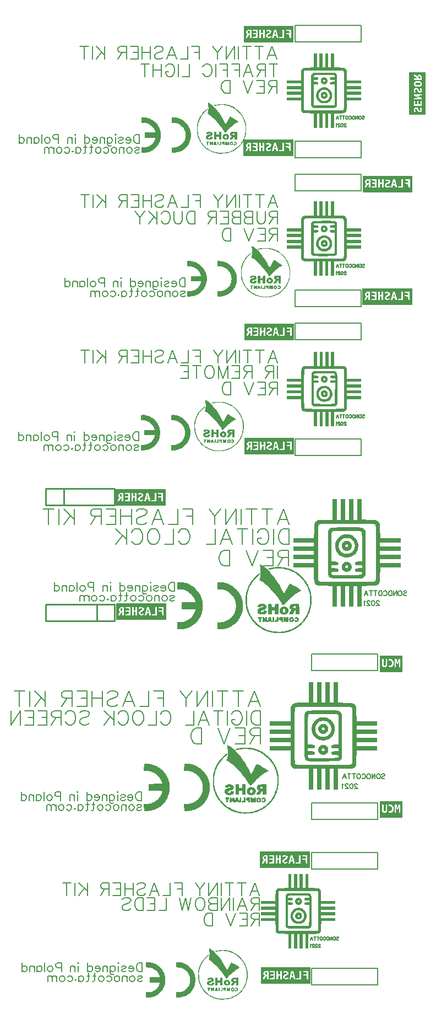
<source format=gbo>
G04 Layer: BottomSilkLayer*
G04 EasyEDA v6.4.25, 2021-12-03T12:49:28+01:00*
G04 accffd0c38b74f39b4550f21fb377da6,9c416354eb984020824aaf9c885bead6,10*
G04 Gerber Generator version 0.2*
G04 Scale: 100 percent, Rotated: No, Reflected: No *
G04 Dimensions in inches *
G04 leading zeros omitted , absolute positions ,3 integer and 6 decimal *
%FSLAX36Y36*%
%MOIN*%

%ADD10C,0.0100*%
%ADD54C,0.0080*%
%ADD55C,0.0080*%

%LPD*%
G36*
X1913640Y1330000D02*
G01*
X1913640Y1243640D01*
X1870060Y1242900D01*
X1863400Y1242640D01*
X1858120Y1242240D01*
X1853940Y1241620D01*
X1852200Y1241220D01*
X1850660Y1240760D01*
X1849259Y1240200D01*
X1848020Y1239540D01*
X1846879Y1238800D01*
X1845800Y1237960D01*
X1843779Y1235900D01*
X1841699Y1233340D01*
X1840040Y1231100D01*
X1839160Y1229540D01*
X1838480Y1227620D01*
X1837960Y1225040D01*
X1837580Y1221480D01*
X1837300Y1216640D01*
X1836920Y1201900D01*
X1836360Y1166360D01*
X1750000Y1166360D01*
X1750000Y1147480D01*
X1836540Y1147480D01*
X1836540Y1131740D01*
X1750000Y1131740D01*
X1750000Y1112860D01*
X1836540Y1112860D01*
X1836540Y1097140D01*
X1750000Y1097140D01*
X1750000Y1086600D01*
X1853839Y1086600D01*
X1853920Y1173760D01*
X1854139Y1198280D01*
X1854300Y1206620D01*
X1854540Y1212800D01*
X1854840Y1217180D01*
X1855220Y1220120D01*
X1855680Y1221940D01*
X1856240Y1223020D01*
X1856900Y1223700D01*
X1857320Y1223980D01*
X1858640Y1224460D01*
X1860820Y1224860D01*
X1864139Y1225200D01*
X1868940Y1225480D01*
X1875500Y1225700D01*
X1895120Y1225980D01*
X1925400Y1226120D01*
X2026840Y1226120D01*
X2057440Y1226000D01*
X2076620Y1225700D01*
X2082800Y1225460D01*
X2087180Y1225160D01*
X2090120Y1224780D01*
X2091940Y1224320D01*
X2092560Y1224060D01*
X2093020Y1223760D01*
X2093839Y1222900D01*
X2094340Y1221760D01*
X2094780Y1219820D01*
X2095120Y1216820D01*
X2095420Y1212420D01*
X2095820Y1198240D01*
X2096040Y1174900D01*
X2096140Y1129160D01*
X2096080Y1040160D01*
X2095900Y1014180D01*
X2095740Y1005240D01*
X2095520Y998560D01*
X2095240Y993760D01*
X2094880Y990500D01*
X2094440Y988420D01*
X2093899Y987200D01*
X2093600Y986780D01*
X2093100Y986300D01*
X2092100Y985780D01*
X2090400Y985320D01*
X2087680Y984960D01*
X2083660Y984659D01*
X2078020Y984400D01*
X2060700Y984080D01*
X2033300Y983900D01*
X1949319Y983860D01*
X1899019Y983960D01*
X1877260Y984220D01*
X1870040Y984419D01*
X1864800Y984680D01*
X1861180Y985020D01*
X1858860Y985440D01*
X1857440Y985960D01*
X1856980Y986240D01*
X1856160Y987099D01*
X1855660Y988240D01*
X1855220Y990180D01*
X1854880Y993180D01*
X1854580Y997580D01*
X1854180Y1011760D01*
X1853959Y1035100D01*
X1853839Y1086600D01*
X1750000Y1086600D01*
X1750000Y1078260D01*
X1836540Y1078260D01*
X1836540Y1062520D01*
X1750000Y1062520D01*
X1750000Y1043640D01*
X1836360Y1043640D01*
X1837100Y999780D01*
X1837300Y993360D01*
X1837580Y988520D01*
X1837960Y984960D01*
X1838480Y982380D01*
X1839160Y980460D01*
X1840040Y978900D01*
X1841699Y976660D01*
X1843779Y974100D01*
X1845800Y972039D01*
X1846879Y971200D01*
X1848020Y970460D01*
X1849259Y969800D01*
X1850660Y969240D01*
X1852200Y968780D01*
X1853940Y968379D01*
X1858120Y967760D01*
X1863400Y967360D01*
X1870060Y967099D01*
X1913640Y966360D01*
X1913640Y880000D01*
X1932520Y880000D01*
X1932520Y966540D01*
X1948260Y966540D01*
X1948260Y880000D01*
X1967140Y880000D01*
X1967140Y966540D01*
X1982860Y966540D01*
X1982860Y880000D01*
X2001740Y880000D01*
X2001740Y966540D01*
X2017480Y966540D01*
X2017480Y880000D01*
X2036360Y880000D01*
X2036360Y966540D01*
X2082660Y966620D01*
X2088140Y966780D01*
X2092160Y967039D01*
X2095120Y967480D01*
X2097320Y968100D01*
X2099120Y968960D01*
X2100880Y970080D01*
X2103980Y972240D01*
X2106480Y974260D01*
X2107520Y975280D01*
X2108440Y976360D01*
X2109260Y977520D01*
X2109960Y978780D01*
X2110560Y980180D01*
X2111080Y981740D01*
X2111520Y983520D01*
X2111880Y985500D01*
X2112420Y990280D01*
X2112760Y996320D01*
X2113000Y1003820D01*
X2113640Y1043640D01*
X2200000Y1043640D01*
X2200000Y1062520D01*
X2113460Y1062520D01*
X2113460Y1078260D01*
X2200000Y1078260D01*
X2200000Y1097140D01*
X2113460Y1097140D01*
X2113460Y1112860D01*
X2200000Y1112860D01*
X2200000Y1131740D01*
X2113460Y1131740D01*
X2113460Y1147480D01*
X2200000Y1147480D01*
X2200000Y1166360D01*
X2113460Y1166360D01*
X2113380Y1211740D01*
X2113220Y1217180D01*
X2112940Y1221320D01*
X2112520Y1224420D01*
X2111940Y1226860D01*
X2111160Y1228900D01*
X2110120Y1230860D01*
X2108240Y1233960D01*
X2106280Y1236500D01*
X2105200Y1237580D01*
X2104040Y1238540D01*
X2102760Y1239400D01*
X2101360Y1240160D01*
X2099780Y1240820D01*
X2098040Y1241380D01*
X2096080Y1241860D01*
X2091480Y1242600D01*
X2085800Y1243080D01*
X2078839Y1243340D01*
X2070440Y1243460D01*
X2036360Y1243460D01*
X2036360Y1330000D01*
X2017480Y1330000D01*
X2017480Y1243460D01*
X2001740Y1243460D01*
X2001740Y1330000D01*
X1982860Y1330000D01*
X1982860Y1243460D01*
X1967140Y1243460D01*
X1967140Y1330000D01*
X1948260Y1330000D01*
X1948260Y1243460D01*
X1932520Y1243460D01*
X1932520Y1330000D01*
G37*
G36*
X2011500Y1211800D02*
G01*
X1908680Y1211200D01*
X1897900Y1199460D01*
X1897900Y1073760D01*
X1912060Y1073760D01*
X1912060Y1141200D01*
X1923520Y1141200D01*
X1927980Y1141320D01*
X1931780Y1141680D01*
X1934960Y1142320D01*
X1937520Y1143220D01*
X1939500Y1144380D01*
X1940880Y1145840D01*
X1941680Y1147580D01*
X1941960Y1149620D01*
X1941800Y1151660D01*
X1941279Y1153300D01*
X1940300Y1154580D01*
X1938740Y1155540D01*
X1936560Y1156200D01*
X1933620Y1156640D01*
X1929840Y1156860D01*
X1912060Y1156920D01*
X1912060Y1169520D01*
X1923959Y1169520D01*
X1928600Y1169600D01*
X1932460Y1169860D01*
X1935580Y1170320D01*
X1938020Y1171000D01*
X1939820Y1171900D01*
X1941040Y1173080D01*
X1941720Y1174520D01*
X1941940Y1176260D01*
X1941800Y1178620D01*
X1941339Y1180500D01*
X1940460Y1181940D01*
X1939019Y1183040D01*
X1936920Y1183820D01*
X1934040Y1184380D01*
X1930280Y1184760D01*
X1917980Y1185400D01*
X1915600Y1185660D01*
X1913959Y1186000D01*
X1912920Y1186500D01*
X1912360Y1187160D01*
X1912120Y1188060D01*
X1912060Y1189220D01*
X1912260Y1190840D01*
X1912780Y1192540D01*
X1913580Y1194120D01*
X1914540Y1195360D01*
X1915220Y1195860D01*
X1916260Y1196300D01*
X1917820Y1196660D01*
X1920020Y1196960D01*
X1926840Y1197400D01*
X1937840Y1197680D01*
X1954060Y1197800D01*
X2036180Y1197840D01*
X2038640Y1194340D01*
X2039580Y1192760D01*
X2040360Y1191040D01*
X2040900Y1189400D01*
X2041080Y1188040D01*
X2040680Y1186580D01*
X2039019Y1185740D01*
X2035400Y1185340D01*
X2024340Y1185160D01*
X2020400Y1184900D01*
X2017280Y1184420D01*
X2014880Y1183680D01*
X2013160Y1182680D01*
X2012020Y1181340D01*
X2011380Y1179680D01*
X2011180Y1177640D01*
X2011320Y1175300D01*
X2011800Y1173460D01*
X2012740Y1172040D01*
X2014240Y1170980D01*
X2016420Y1170260D01*
X2019360Y1169820D01*
X2023200Y1169580D01*
X2041080Y1169520D01*
X2041080Y1156920D01*
X2023320Y1156860D01*
X2019540Y1156640D01*
X2016600Y1156200D01*
X2014400Y1155540D01*
X2012860Y1154580D01*
X2011860Y1153300D01*
X2011339Y1151660D01*
X2011180Y1149620D01*
X2011459Y1147580D01*
X2012280Y1145840D01*
X2013660Y1144380D01*
X2015620Y1143220D01*
X2018200Y1142320D01*
X2021380Y1141680D01*
X2025200Y1141320D01*
X2029680Y1141200D01*
X2041180Y1141200D01*
X2040600Y1061000D01*
X2040360Y1042740D01*
X2040060Y1030060D01*
X2039620Y1021960D01*
X2039340Y1019320D01*
X2039000Y1017440D01*
X2038620Y1016200D01*
X2038180Y1015480D01*
X2037940Y1015280D01*
X2037020Y1015020D01*
X2035160Y1014780D01*
X2028959Y1014400D01*
X2019940Y1014080D01*
X2008779Y1013860D01*
X1982400Y1013680D01*
X1954880Y1013840D01*
X1931220Y1014340D01*
X1922400Y1014680D01*
X1916440Y1015120D01*
X1914720Y1015360D01*
X1913959Y1015639D01*
X1913779Y1015879D01*
X1913460Y1016880D01*
X1913180Y1018580D01*
X1912740Y1024280D01*
X1912400Y1033379D01*
X1912200Y1046320D01*
X1912060Y1073760D01*
X1897900Y1073760D01*
X1897900Y1012280D01*
X1902760Y1006740D01*
X1905220Y1004340D01*
X1908000Y1002260D01*
X1910960Y1000600D01*
X1913880Y999520D01*
X1916780Y999080D01*
X1921960Y998740D01*
X1929360Y998480D01*
X1950660Y998220D01*
X1976140Y998280D01*
X2015060Y998680D01*
X2022080Y998840D01*
X2028000Y999080D01*
X2032940Y999380D01*
X2037000Y999780D01*
X2040320Y1000300D01*
X2042980Y1000939D01*
X2045100Y1001740D01*
X2046800Y1002700D01*
X2048180Y1003840D01*
X2049360Y1005160D01*
X2050460Y1006720D01*
X2052380Y1009860D01*
X2053140Y1011420D01*
X2053760Y1013560D01*
X2054240Y1016780D01*
X2054600Y1021580D01*
X2054860Y1028480D01*
X2055040Y1037980D01*
X2055220Y1066840D01*
X2055160Y1159520D01*
X2055000Y1172680D01*
X2054720Y1182980D01*
X2054259Y1190860D01*
X2053959Y1194000D01*
X2053600Y1196660D01*
X2053200Y1198920D01*
X2052720Y1200800D01*
X2052160Y1202380D01*
X2051540Y1203660D01*
X2050840Y1204740D01*
X2050040Y1205660D01*
X2048200Y1207160D01*
X2044300Y1209540D01*
X2043200Y1210040D01*
X2041879Y1210480D01*
X2040220Y1210840D01*
X2038060Y1211140D01*
X2031759Y1211540D01*
X2027340Y1211680D01*
G37*
G36*
X1976560Y1184480D02*
G01*
X1974480Y1184440D01*
X1972440Y1184200D01*
X1970460Y1183760D01*
X1968560Y1183140D01*
X1966740Y1182340D01*
X1965020Y1181360D01*
X1963420Y1180220D01*
X1961920Y1178960D01*
X1960540Y1177540D01*
X1959319Y1176000D01*
X1958240Y1174320D01*
X1957300Y1172560D01*
X1956560Y1170700D01*
X1955980Y1168740D01*
X1955600Y1166720D01*
X1955420Y1164620D01*
X1955447Y1163160D01*
X1970540Y1163160D01*
X1970820Y1165240D01*
X1971920Y1167220D01*
X1972880Y1168120D01*
X1974060Y1168840D01*
X1975360Y1169340D01*
X1976579Y1169520D01*
X1978720Y1169160D01*
X1980420Y1168180D01*
X1981639Y1166740D01*
X1982340Y1164980D01*
X1982500Y1163080D01*
X1982080Y1161160D01*
X1981020Y1159380D01*
X1979319Y1157880D01*
X1977280Y1157100D01*
X1975280Y1157200D01*
X1973480Y1158000D01*
X1972000Y1159380D01*
X1970980Y1161160D01*
X1970540Y1163160D01*
X1955447Y1163160D01*
X1955460Y1162460D01*
X1955720Y1160260D01*
X1956220Y1158040D01*
X1956960Y1155760D01*
X1957880Y1153660D01*
X1958920Y1151720D01*
X1960080Y1150000D01*
X1961399Y1148460D01*
X1962840Y1147120D01*
X1964440Y1145940D01*
X1966160Y1144980D01*
X1968060Y1144180D01*
X1970100Y1143560D01*
X1972280Y1143120D01*
X1974640Y1142860D01*
X1977160Y1142760D01*
X1979480Y1142800D01*
X1981399Y1142960D01*
X1983060Y1143260D01*
X1984560Y1143780D01*
X1985980Y1144560D01*
X1987440Y1145620D01*
X1990920Y1148880D01*
X1992720Y1150720D01*
X1994139Y1152340D01*
X1995220Y1153800D01*
X1995980Y1155200D01*
X1996519Y1156660D01*
X1996819Y1158280D01*
X1996980Y1160160D01*
X1997020Y1162400D01*
X1996940Y1164740D01*
X1996699Y1166960D01*
X1996300Y1169060D01*
X1995720Y1171020D01*
X1994980Y1172860D01*
X1994079Y1174580D01*
X1993020Y1176180D01*
X1991800Y1177660D01*
X1990400Y1179020D01*
X1988839Y1180240D01*
X1987120Y1181340D01*
X1985220Y1182340D01*
X1983040Y1183240D01*
X1980860Y1183880D01*
X1978700Y1184300D01*
G37*
G36*
X1976579Y1123880D02*
G01*
X1973020Y1123840D01*
X1969980Y1123700D01*
X1967340Y1123440D01*
X1964940Y1123020D01*
X1962640Y1122400D01*
X1960280Y1121560D01*
X1957760Y1120480D01*
X1952460Y1117800D01*
X1950140Y1116440D01*
X1947920Y1115000D01*
X1945840Y1113480D01*
X1943860Y1111900D01*
X1942000Y1110240D01*
X1940260Y1108480D01*
X1938640Y1106660D01*
X1937120Y1104780D01*
X1935740Y1102800D01*
X1934460Y1100760D01*
X1933280Y1098620D01*
X1932240Y1096420D01*
X1931300Y1094140D01*
X1930500Y1091780D01*
X1929800Y1089360D01*
X1929199Y1086840D01*
X1928740Y1084260D01*
X1928380Y1081600D01*
X1928140Y1078840D01*
X1927996Y1074620D01*
X1942360Y1074620D01*
X1942420Y1076640D01*
X1942620Y1078680D01*
X1942960Y1080720D01*
X1943440Y1082780D01*
X1944040Y1084820D01*
X1944780Y1086840D01*
X1945640Y1088840D01*
X1946600Y1090800D01*
X1947660Y1092700D01*
X1948839Y1094540D01*
X1950120Y1096320D01*
X1951480Y1098020D01*
X1952920Y1099640D01*
X1954460Y1101160D01*
X1956080Y1102560D01*
X1957760Y1103840D01*
X1959500Y1105000D01*
X1961320Y1106040D01*
X1963100Y1106840D01*
X1965120Y1107520D01*
X1967300Y1108080D01*
X1969620Y1108540D01*
X1972060Y1108860D01*
X1974540Y1109060D01*
X1977020Y1109140D01*
X1979480Y1109080D01*
X1981860Y1108900D01*
X1984139Y1108560D01*
X1986240Y1108100D01*
X1988160Y1107520D01*
X1990200Y1106680D01*
X1992140Y1105720D01*
X1993980Y1104660D01*
X1995740Y1103520D01*
X1997380Y1102260D01*
X1998940Y1100900D01*
X2000380Y1099480D01*
X2002980Y1096380D01*
X2004120Y1094740D01*
X2005160Y1093020D01*
X2006100Y1091260D01*
X2006940Y1089440D01*
X2007660Y1087600D01*
X2008280Y1085700D01*
X2009220Y1081820D01*
X2009520Y1079840D01*
X2009800Y1075860D01*
X2009620Y1071860D01*
X2009379Y1069880D01*
X2009019Y1067920D01*
X2008540Y1065960D01*
X2007940Y1064040D01*
X2007240Y1062140D01*
X2006420Y1060300D01*
X2005480Y1058500D01*
X2004440Y1056740D01*
X2003260Y1055040D01*
X2001980Y1053400D01*
X2000560Y1051820D01*
X1999040Y1050340D01*
X1997400Y1048920D01*
X1995620Y1047580D01*
X1993520Y1046160D01*
X1991639Y1045040D01*
X1989860Y1044200D01*
X1988000Y1043620D01*
X1985900Y1043220D01*
X1983400Y1042980D01*
X1976579Y1042840D01*
X1969740Y1042980D01*
X1967240Y1043220D01*
X1965140Y1043620D01*
X1963260Y1044220D01*
X1961480Y1045060D01*
X1959580Y1046180D01*
X1957440Y1047640D01*
X1955600Y1049040D01*
X1953820Y1050580D01*
X1952160Y1052240D01*
X1950580Y1054020D01*
X1949120Y1055880D01*
X1947780Y1057840D01*
X1946579Y1059860D01*
X1945500Y1061960D01*
X1944560Y1064100D01*
X1943779Y1066280D01*
X1943160Y1068480D01*
X1942700Y1070680D01*
X1942440Y1072640D01*
X1942360Y1074620D01*
X1927996Y1074620D01*
X1928060Y1071000D01*
X1928240Y1068560D01*
X1928540Y1066220D01*
X1928959Y1063960D01*
X1929480Y1061740D01*
X1930140Y1059600D01*
X1930900Y1057500D01*
X1931800Y1055460D01*
X1932820Y1053440D01*
X1933980Y1051440D01*
X1935260Y1049480D01*
X1936680Y1047520D01*
X1938240Y1045560D01*
X1939940Y1043600D01*
X1943920Y1039479D01*
X1945880Y1037660D01*
X1947860Y1036020D01*
X1949860Y1034539D01*
X1951879Y1033199D01*
X1953940Y1032020D01*
X1956040Y1030980D01*
X1958200Y1030060D01*
X1960420Y1029300D01*
X1962740Y1028660D01*
X1965120Y1028139D01*
X1967620Y1027740D01*
X1970220Y1027460D01*
X1972940Y1027280D01*
X1978480Y1027240D01*
X1981020Y1027340D01*
X1985780Y1027820D01*
X1988000Y1028180D01*
X1990160Y1028660D01*
X1992220Y1029240D01*
X1994220Y1029920D01*
X1996180Y1030720D01*
X1998120Y1031640D01*
X2001900Y1033840D01*
X2003779Y1035120D01*
X2005660Y1036540D01*
X2009540Y1039820D01*
X2011200Y1041380D01*
X2012760Y1043000D01*
X2014220Y1044680D01*
X2016860Y1048180D01*
X2018060Y1050000D01*
X2020140Y1053740D01*
X2021060Y1055660D01*
X2022600Y1059580D01*
X2023779Y1063600D01*
X2024240Y1065640D01*
X2024880Y1069760D01*
X2025160Y1073920D01*
X2025100Y1078060D01*
X2024700Y1082200D01*
X2023959Y1086280D01*
X2022880Y1090300D01*
X2021459Y1094220D01*
X2019700Y1098000D01*
X2017620Y1101660D01*
X2015220Y1105120D01*
X2013899Y1106800D01*
X2011000Y1109960D01*
X2007800Y1112880D01*
X2004300Y1115540D01*
X2000480Y1117920D01*
X1995520Y1120400D01*
X1992940Y1121520D01*
X1990560Y1122380D01*
X1988240Y1123020D01*
X1985840Y1123440D01*
X1983180Y1123700D01*
X1980140Y1123840D01*
G37*
G36*
X1976860Y1096960D02*
G01*
X1974780Y1096840D01*
X1972680Y1096480D01*
X1970480Y1095840D01*
X1968140Y1094960D01*
X1966080Y1093980D01*
X1964180Y1092840D01*
X1962460Y1091540D01*
X1960900Y1090100D01*
X1959540Y1088540D01*
X1958360Y1086860D01*
X1957360Y1085080D01*
X1956560Y1083220D01*
X1955940Y1081280D01*
X1955540Y1079260D01*
X1955340Y1077200D01*
X1955418Y1074600D01*
X1970400Y1074600D01*
X1970680Y1077160D01*
X1972160Y1079520D01*
X1973940Y1080780D01*
X1975860Y1081300D01*
X1977760Y1081180D01*
X1979520Y1080500D01*
X1980980Y1079320D01*
X1982000Y1077760D01*
X1982440Y1075860D01*
X1982160Y1073760D01*
X1980780Y1071280D01*
X1978700Y1069840D01*
X1976140Y1069540D01*
X1973320Y1070440D01*
X1971300Y1072240D01*
X1970400Y1074600D01*
X1955418Y1074600D01*
X1955600Y1072980D01*
X1956040Y1070840D01*
X1956720Y1068700D01*
X1957620Y1066580D01*
X1958779Y1064440D01*
X1960020Y1062520D01*
X1961380Y1060820D01*
X1962840Y1059340D01*
X1964440Y1058060D01*
X1966140Y1057020D01*
X1967960Y1056160D01*
X1969920Y1055540D01*
X1972000Y1055100D01*
X1974199Y1054880D01*
X1976560Y1054860D01*
X1979040Y1055060D01*
X1981200Y1055340D01*
X1983060Y1055720D01*
X1984720Y1056220D01*
X1986200Y1056860D01*
X1987600Y1057680D01*
X1988959Y1058700D01*
X1990360Y1060000D01*
X1991860Y1061560D01*
X1994500Y1064720D01*
X1996060Y1067540D01*
X1996819Y1070660D01*
X1997020Y1074700D01*
X1996920Y1076980D01*
X1996660Y1079180D01*
X1996220Y1081320D01*
X1995600Y1083340D01*
X1994840Y1085280D01*
X1993920Y1087080D01*
X1992860Y1088760D01*
X1991660Y1090300D01*
X1990320Y1091680D01*
X1988860Y1092900D01*
X1987280Y1093940D01*
X1985580Y1094800D01*
X1983240Y1095740D01*
X1981020Y1096400D01*
X1978920Y1096800D01*
G37*
G36*
X1913640Y435000D02*
G01*
X1913640Y348640D01*
X1870060Y347900D01*
X1863400Y347640D01*
X1858120Y347239D01*
X1853940Y346620D01*
X1852200Y346220D01*
X1850660Y345760D01*
X1849259Y345200D01*
X1848020Y344540D01*
X1846879Y343800D01*
X1845800Y342960D01*
X1843779Y340900D01*
X1841699Y338340D01*
X1840040Y336100D01*
X1839160Y334540D01*
X1838480Y332620D01*
X1837960Y330040D01*
X1837580Y326480D01*
X1837300Y321640D01*
X1836920Y306900D01*
X1836360Y271360D01*
X1750000Y271360D01*
X1750000Y252480D01*
X1836540Y252480D01*
X1836540Y236740D01*
X1750000Y236740D01*
X1750000Y217860D01*
X1836540Y217860D01*
X1836540Y202140D01*
X1750000Y202140D01*
X1750000Y191600D01*
X1853839Y191600D01*
X1853920Y278760D01*
X1854139Y303280D01*
X1854300Y311620D01*
X1854540Y317800D01*
X1854840Y322180D01*
X1855220Y325120D01*
X1855680Y326940D01*
X1856240Y328020D01*
X1856900Y328700D01*
X1857320Y328980D01*
X1858640Y329460D01*
X1860820Y329860D01*
X1864139Y330200D01*
X1868940Y330480D01*
X1875500Y330700D01*
X1895120Y330980D01*
X1925400Y331120D01*
X2026840Y331120D01*
X2057440Y331000D01*
X2076620Y330700D01*
X2082800Y330460D01*
X2087180Y330160D01*
X2090120Y329780D01*
X2091940Y329320D01*
X2092560Y329060D01*
X2093020Y328760D01*
X2093839Y327900D01*
X2094340Y326760D01*
X2094780Y324820D01*
X2095120Y321820D01*
X2095420Y317420D01*
X2095820Y303240D01*
X2096040Y279900D01*
X2096140Y234160D01*
X2096080Y145160D01*
X2095900Y119179D01*
X2095740Y110239D01*
X2095520Y103560D01*
X2095240Y98760D01*
X2094880Y95500D01*
X2094440Y93420D01*
X2093899Y92200D01*
X2093600Y91780D01*
X2093100Y91300D01*
X2092100Y90780D01*
X2090400Y90320D01*
X2087680Y89960D01*
X2083660Y89660D01*
X2078020Y89400D01*
X2060700Y89080D01*
X2033300Y88900D01*
X1949319Y88859D01*
X1899019Y88960D01*
X1877260Y89220D01*
X1870040Y89420D01*
X1864800Y89680D01*
X1861180Y90020D01*
X1858860Y90440D01*
X1857440Y90960D01*
X1856980Y91240D01*
X1856160Y92100D01*
X1855660Y93240D01*
X1855220Y95180D01*
X1854880Y98180D01*
X1854580Y102579D01*
X1854180Y116760D01*
X1853959Y140100D01*
X1853839Y191600D01*
X1750000Y191600D01*
X1750000Y183260D01*
X1836540Y183260D01*
X1836540Y167520D01*
X1750000Y167520D01*
X1750000Y148640D01*
X1836360Y148640D01*
X1837100Y104780D01*
X1837300Y98360D01*
X1837580Y93520D01*
X1837960Y89960D01*
X1838480Y87380D01*
X1839160Y85460D01*
X1840040Y83900D01*
X1841699Y81660D01*
X1843779Y79100D01*
X1845800Y77040D01*
X1846879Y76200D01*
X1848020Y75460D01*
X1849259Y74800D01*
X1850660Y74240D01*
X1852200Y73780D01*
X1853940Y73380D01*
X1858120Y72760D01*
X1863400Y72360D01*
X1870060Y72100D01*
X1913640Y71360D01*
X1913640Y-15000D01*
X1932520Y-15000D01*
X1932520Y71540D01*
X1948260Y71540D01*
X1948260Y-15000D01*
X1967140Y-15000D01*
X1967140Y71540D01*
X1982860Y71540D01*
X1982860Y-15000D01*
X2001740Y-15000D01*
X2001740Y71540D01*
X2017480Y71540D01*
X2017480Y-15000D01*
X2036360Y-15000D01*
X2036360Y71540D01*
X2082660Y71620D01*
X2088140Y71780D01*
X2092160Y72040D01*
X2095120Y72480D01*
X2097320Y73100D01*
X2099120Y73960D01*
X2100880Y75080D01*
X2103980Y77240D01*
X2106480Y79260D01*
X2107520Y80280D01*
X2108440Y81359D01*
X2109260Y82520D01*
X2109960Y83780D01*
X2110560Y85180D01*
X2111080Y86740D01*
X2111520Y88520D01*
X2111880Y90500D01*
X2112420Y95280D01*
X2112760Y101320D01*
X2113000Y108820D01*
X2113640Y148640D01*
X2200000Y148640D01*
X2200000Y167520D01*
X2113460Y167520D01*
X2113460Y183260D01*
X2200000Y183260D01*
X2200000Y202140D01*
X2113460Y202140D01*
X2113460Y217860D01*
X2200000Y217860D01*
X2200000Y236740D01*
X2113460Y236740D01*
X2113460Y252480D01*
X2200000Y252480D01*
X2200000Y271360D01*
X2113460Y271360D01*
X2113380Y316740D01*
X2113220Y322180D01*
X2112940Y326320D01*
X2112520Y329420D01*
X2111940Y331860D01*
X2111160Y333900D01*
X2110120Y335860D01*
X2108240Y338960D01*
X2106280Y341500D01*
X2105200Y342580D01*
X2104040Y343540D01*
X2102760Y344400D01*
X2101360Y345160D01*
X2099780Y345820D01*
X2098040Y346380D01*
X2096080Y346860D01*
X2091480Y347600D01*
X2085800Y348080D01*
X2078839Y348340D01*
X2070440Y348459D01*
X2036360Y348459D01*
X2036360Y435000D01*
X2017480Y435000D01*
X2017480Y348459D01*
X2001740Y348459D01*
X2001740Y435000D01*
X1982860Y435000D01*
X1982860Y348459D01*
X1967140Y348459D01*
X1967140Y435000D01*
X1948260Y435000D01*
X1948260Y348459D01*
X1932520Y348459D01*
X1932520Y435000D01*
G37*
G36*
X2011500Y316800D02*
G01*
X1908680Y316200D01*
X1897900Y304460D01*
X1897900Y178760D01*
X1912060Y178760D01*
X1912060Y246200D01*
X1923520Y246200D01*
X1927980Y246320D01*
X1931780Y246680D01*
X1934960Y247320D01*
X1937520Y248220D01*
X1939500Y249380D01*
X1940880Y250840D01*
X1941680Y252580D01*
X1941960Y254620D01*
X1941800Y256660D01*
X1941279Y258299D01*
X1940300Y259579D01*
X1938740Y260539D01*
X1936560Y261200D01*
X1933620Y261640D01*
X1929840Y261860D01*
X1912060Y261920D01*
X1912060Y274520D01*
X1923959Y274520D01*
X1928600Y274600D01*
X1932460Y274860D01*
X1935580Y275320D01*
X1938020Y276000D01*
X1939820Y276900D01*
X1941040Y278080D01*
X1941720Y279520D01*
X1941940Y281260D01*
X1941800Y283620D01*
X1941339Y285500D01*
X1940460Y286940D01*
X1939019Y288040D01*
X1936920Y288820D01*
X1934040Y289380D01*
X1930280Y289760D01*
X1917980Y290400D01*
X1915600Y290660D01*
X1913959Y291000D01*
X1912920Y291500D01*
X1912360Y292160D01*
X1912120Y293060D01*
X1912060Y294220D01*
X1912260Y295840D01*
X1912780Y297540D01*
X1913580Y299120D01*
X1914540Y300360D01*
X1915220Y300860D01*
X1916260Y301300D01*
X1917820Y301660D01*
X1920020Y301960D01*
X1926840Y302400D01*
X1937840Y302680D01*
X1954060Y302800D01*
X2036180Y302840D01*
X2038640Y299340D01*
X2039580Y297760D01*
X2040360Y296040D01*
X2040900Y294400D01*
X2041080Y293040D01*
X2040680Y291580D01*
X2039019Y290740D01*
X2035400Y290340D01*
X2024340Y290160D01*
X2020400Y289900D01*
X2017280Y289420D01*
X2014880Y288680D01*
X2013160Y287680D01*
X2012020Y286340D01*
X2011380Y284680D01*
X2011180Y282640D01*
X2011320Y280300D01*
X2011800Y278460D01*
X2012740Y277040D01*
X2014240Y275980D01*
X2016420Y275260D01*
X2019360Y274820D01*
X2023200Y274580D01*
X2041080Y274520D01*
X2041080Y261920D01*
X2023320Y261860D01*
X2019540Y261640D01*
X2016600Y261200D01*
X2014400Y260539D01*
X2012860Y259579D01*
X2011860Y258299D01*
X2011339Y256660D01*
X2011180Y254620D01*
X2011459Y252580D01*
X2012280Y250840D01*
X2013660Y249380D01*
X2015620Y248220D01*
X2018200Y247320D01*
X2021380Y246680D01*
X2025200Y246320D01*
X2029680Y246200D01*
X2041180Y246200D01*
X2040600Y166000D01*
X2040360Y147740D01*
X2040060Y135060D01*
X2039620Y126960D01*
X2039340Y124320D01*
X2039000Y122440D01*
X2038620Y121199D01*
X2038180Y120480D01*
X2037940Y120280D01*
X2037020Y120020D01*
X2035160Y119780D01*
X2028959Y119400D01*
X2019940Y119080D01*
X2008779Y118859D01*
X1982400Y118680D01*
X1954880Y118840D01*
X1931220Y119340D01*
X1922400Y119680D01*
X1916440Y120120D01*
X1914720Y120360D01*
X1913959Y120640D01*
X1913779Y120879D01*
X1913460Y121880D01*
X1913180Y123580D01*
X1912740Y129280D01*
X1912400Y138380D01*
X1912200Y151320D01*
X1912060Y178760D01*
X1897900Y178760D01*
X1897900Y117280D01*
X1902760Y111740D01*
X1905220Y109340D01*
X1908000Y107260D01*
X1910960Y105600D01*
X1913880Y104520D01*
X1916780Y104080D01*
X1921960Y103740D01*
X1929360Y103480D01*
X1950660Y103219D01*
X1976140Y103280D01*
X2015060Y103680D01*
X2022080Y103840D01*
X2028000Y104080D01*
X2032940Y104380D01*
X2037000Y104780D01*
X2040320Y105300D01*
X2042980Y105940D01*
X2045100Y106740D01*
X2046800Y107700D01*
X2048180Y108840D01*
X2049360Y110160D01*
X2050460Y111720D01*
X2052380Y114860D01*
X2053140Y116420D01*
X2053760Y118560D01*
X2054240Y121780D01*
X2054600Y126580D01*
X2054860Y133480D01*
X2055040Y142980D01*
X2055220Y171840D01*
X2055160Y264520D01*
X2055000Y277680D01*
X2054720Y287980D01*
X2054259Y295860D01*
X2053959Y299000D01*
X2053600Y301660D01*
X2053200Y303920D01*
X2052720Y305800D01*
X2052160Y307380D01*
X2051540Y308660D01*
X2050840Y309740D01*
X2050040Y310660D01*
X2048200Y312160D01*
X2044300Y314540D01*
X2043200Y315040D01*
X2041879Y315480D01*
X2040220Y315840D01*
X2038060Y316140D01*
X2031759Y316540D01*
X2027340Y316680D01*
G37*
G36*
X1976560Y289480D02*
G01*
X1974480Y289440D01*
X1972440Y289200D01*
X1970460Y288760D01*
X1968560Y288140D01*
X1966740Y287340D01*
X1965020Y286360D01*
X1963420Y285220D01*
X1961920Y283960D01*
X1960540Y282540D01*
X1959319Y281000D01*
X1958240Y279320D01*
X1957300Y277560D01*
X1956560Y275700D01*
X1955980Y273740D01*
X1955600Y271720D01*
X1955420Y269620D01*
X1955447Y268160D01*
X1970540Y268160D01*
X1970820Y270240D01*
X1971920Y272220D01*
X1972880Y273120D01*
X1974060Y273840D01*
X1975360Y274340D01*
X1976579Y274520D01*
X1978720Y274160D01*
X1980420Y273180D01*
X1981639Y271740D01*
X1982340Y269980D01*
X1982500Y268080D01*
X1982080Y266160D01*
X1981020Y264380D01*
X1979319Y262880D01*
X1977280Y262100D01*
X1975280Y262200D01*
X1973480Y263000D01*
X1972000Y264380D01*
X1970980Y266160D01*
X1970540Y268160D01*
X1955447Y268160D01*
X1955460Y267460D01*
X1955720Y265260D01*
X1956220Y263040D01*
X1956960Y260760D01*
X1957880Y258660D01*
X1958920Y256720D01*
X1960080Y255000D01*
X1961399Y253460D01*
X1962840Y252120D01*
X1964440Y250940D01*
X1966160Y249980D01*
X1968060Y249180D01*
X1970100Y248560D01*
X1972280Y248120D01*
X1974640Y247860D01*
X1977160Y247760D01*
X1979480Y247800D01*
X1981399Y247960D01*
X1983060Y248260D01*
X1984560Y248780D01*
X1985980Y249560D01*
X1987440Y250620D01*
X1990920Y253880D01*
X1992720Y255720D01*
X1994139Y257340D01*
X1995220Y258800D01*
X1995980Y260200D01*
X1996519Y261660D01*
X1996819Y263280D01*
X1996980Y265160D01*
X1997020Y267400D01*
X1996940Y269740D01*
X1996699Y271960D01*
X1996300Y274060D01*
X1995720Y276020D01*
X1994980Y277860D01*
X1994079Y279580D01*
X1993020Y281180D01*
X1991800Y282660D01*
X1990400Y284020D01*
X1988839Y285240D01*
X1987120Y286340D01*
X1985220Y287340D01*
X1983040Y288240D01*
X1980860Y288880D01*
X1978700Y289300D01*
G37*
G36*
X1976579Y228880D02*
G01*
X1973020Y228840D01*
X1969980Y228700D01*
X1967340Y228440D01*
X1964940Y228020D01*
X1962640Y227399D01*
X1960280Y226560D01*
X1957760Y225479D01*
X1952460Y222800D01*
X1950140Y221439D01*
X1947920Y220000D01*
X1945840Y218480D01*
X1943860Y216900D01*
X1942000Y215240D01*
X1940260Y213480D01*
X1938640Y211660D01*
X1937120Y209780D01*
X1935740Y207800D01*
X1934460Y205760D01*
X1933280Y203619D01*
X1932240Y201420D01*
X1931300Y199140D01*
X1930500Y196780D01*
X1929800Y194360D01*
X1929199Y191840D01*
X1928740Y189259D01*
X1928380Y186600D01*
X1928140Y183840D01*
X1927996Y179620D01*
X1942360Y179620D01*
X1942420Y181640D01*
X1942620Y183680D01*
X1942960Y185720D01*
X1943440Y187780D01*
X1944040Y189820D01*
X1944780Y191840D01*
X1945640Y193840D01*
X1946600Y195799D01*
X1947660Y197700D01*
X1948839Y199540D01*
X1950120Y201320D01*
X1951480Y203020D01*
X1952920Y204640D01*
X1954460Y206160D01*
X1956080Y207560D01*
X1957760Y208840D01*
X1959500Y210000D01*
X1961320Y211040D01*
X1963100Y211840D01*
X1965120Y212520D01*
X1967300Y213080D01*
X1969620Y213540D01*
X1972060Y213860D01*
X1974540Y214060D01*
X1977020Y214140D01*
X1979480Y214080D01*
X1981860Y213900D01*
X1984139Y213560D01*
X1986240Y213100D01*
X1988160Y212520D01*
X1990200Y211680D01*
X1992140Y210720D01*
X1993980Y209660D01*
X1995740Y208520D01*
X1997380Y207260D01*
X1998940Y205900D01*
X2000380Y204480D01*
X2002980Y201380D01*
X2004120Y199740D01*
X2005160Y198020D01*
X2006100Y196260D01*
X2006940Y194440D01*
X2007660Y192600D01*
X2008280Y190700D01*
X2009220Y186820D01*
X2009520Y184840D01*
X2009800Y180859D01*
X2009620Y176860D01*
X2009379Y174880D01*
X2009019Y172920D01*
X2008540Y170960D01*
X2007940Y169040D01*
X2007240Y167140D01*
X2006420Y165300D01*
X2005480Y163500D01*
X2004440Y161740D01*
X2003260Y160040D01*
X2001980Y158400D01*
X2000560Y156820D01*
X1999040Y155340D01*
X1997400Y153920D01*
X1995620Y152580D01*
X1993520Y151160D01*
X1991639Y150040D01*
X1989860Y149200D01*
X1988000Y148620D01*
X1985900Y148220D01*
X1983400Y147980D01*
X1976579Y147840D01*
X1969740Y147980D01*
X1967240Y148220D01*
X1965140Y148620D01*
X1963260Y149220D01*
X1961480Y150060D01*
X1959580Y151180D01*
X1957440Y152640D01*
X1955600Y154040D01*
X1953820Y155580D01*
X1952160Y157240D01*
X1950580Y159020D01*
X1949120Y160880D01*
X1947780Y162840D01*
X1946579Y164860D01*
X1945500Y166960D01*
X1944560Y169100D01*
X1943779Y171280D01*
X1943160Y173480D01*
X1942700Y175680D01*
X1942440Y177640D01*
X1942360Y179620D01*
X1927996Y179620D01*
X1928060Y176000D01*
X1928240Y173560D01*
X1928540Y171220D01*
X1928959Y168960D01*
X1929480Y166740D01*
X1930140Y164600D01*
X1930900Y162500D01*
X1931800Y160460D01*
X1932820Y158440D01*
X1933980Y156440D01*
X1935260Y154480D01*
X1936680Y152520D01*
X1938240Y150560D01*
X1939940Y148600D01*
X1943920Y144480D01*
X1945880Y142660D01*
X1947860Y141020D01*
X1949860Y139540D01*
X1951879Y138200D01*
X1953940Y137020D01*
X1956040Y135980D01*
X1958200Y135060D01*
X1960420Y134300D01*
X1962740Y133660D01*
X1965120Y133140D01*
X1967620Y132740D01*
X1970220Y132460D01*
X1972940Y132280D01*
X1978480Y132240D01*
X1981020Y132340D01*
X1985780Y132820D01*
X1988000Y133180D01*
X1990160Y133660D01*
X1992220Y134240D01*
X1994220Y134920D01*
X1996180Y135720D01*
X1998120Y136640D01*
X2001900Y138840D01*
X2003779Y140120D01*
X2005660Y141540D01*
X2009540Y144820D01*
X2011200Y146380D01*
X2012760Y148000D01*
X2014220Y149680D01*
X2016860Y153180D01*
X2018060Y155000D01*
X2020140Y158740D01*
X2021060Y160660D01*
X2022600Y164579D01*
X2023779Y168600D01*
X2024240Y170640D01*
X2024880Y174760D01*
X2025160Y178920D01*
X2025100Y183060D01*
X2024700Y187200D01*
X2023959Y191280D01*
X2022880Y195300D01*
X2021459Y199220D01*
X2019700Y203000D01*
X2017620Y206660D01*
X2015220Y210120D01*
X2013899Y211800D01*
X2011000Y214960D01*
X2007800Y217880D01*
X2004300Y220539D01*
X2000480Y222920D01*
X1995520Y225400D01*
X1992940Y226520D01*
X1990560Y227380D01*
X1988240Y228020D01*
X1985840Y228440D01*
X1983180Y228700D01*
X1980140Y228840D01*
G37*
G36*
X1976860Y201960D02*
G01*
X1974780Y201840D01*
X1972680Y201480D01*
X1970480Y200840D01*
X1968140Y199960D01*
X1966080Y198980D01*
X1964180Y197840D01*
X1962460Y196540D01*
X1960900Y195100D01*
X1959540Y193540D01*
X1958360Y191860D01*
X1957360Y190080D01*
X1956560Y188220D01*
X1955940Y186280D01*
X1955540Y184259D01*
X1955340Y182200D01*
X1955418Y179600D01*
X1970400Y179600D01*
X1970680Y182160D01*
X1972160Y184520D01*
X1973940Y185780D01*
X1975860Y186300D01*
X1977760Y186180D01*
X1979520Y185500D01*
X1980980Y184320D01*
X1982000Y182760D01*
X1982440Y180859D01*
X1982160Y178760D01*
X1980780Y176280D01*
X1978700Y174840D01*
X1976140Y174540D01*
X1973320Y175440D01*
X1971300Y177240D01*
X1970400Y179600D01*
X1955418Y179600D01*
X1955600Y177979D01*
X1956040Y175840D01*
X1956720Y173700D01*
X1957620Y171580D01*
X1958779Y169440D01*
X1960020Y167520D01*
X1961380Y165820D01*
X1962840Y164340D01*
X1964440Y163060D01*
X1966140Y162020D01*
X1967960Y161160D01*
X1969920Y160539D01*
X1972000Y160100D01*
X1974199Y159880D01*
X1976560Y159860D01*
X1979040Y160060D01*
X1981200Y160340D01*
X1983060Y160720D01*
X1984720Y161220D01*
X1986200Y161860D01*
X1987600Y162680D01*
X1988959Y163700D01*
X1990360Y165000D01*
X1991860Y166560D01*
X1994500Y169720D01*
X1996060Y172540D01*
X1996819Y175660D01*
X1997020Y179700D01*
X1996920Y181980D01*
X1996660Y184180D01*
X1996220Y186320D01*
X1995600Y188340D01*
X1994840Y190280D01*
X1993920Y192079D01*
X1992860Y193760D01*
X1991660Y195300D01*
X1990320Y196680D01*
X1988860Y197900D01*
X1987280Y198939D01*
X1985580Y199800D01*
X1983240Y200740D01*
X1981020Y201400D01*
X1978920Y201800D01*
G37*
G36*
X1914720Y-473900D02*
G01*
X1914720Y-560260D01*
X1871140Y-561000D01*
X1864500Y-561260D01*
X1859199Y-561680D01*
X1857000Y-561940D01*
X1855020Y-562280D01*
X1853280Y-562680D01*
X1851740Y-563160D01*
X1850360Y-563720D01*
X1849100Y-564360D01*
X1847960Y-565100D01*
X1845860Y-566920D01*
X1843839Y-569220D01*
X1841660Y-572060D01*
X1840660Y-573560D01*
X1839880Y-575260D01*
X1839560Y-576280D01*
X1839060Y-578880D01*
X1838680Y-582440D01*
X1838400Y-587280D01*
X1838180Y-593700D01*
X1837440Y-637540D01*
X1751100Y-637540D01*
X1751100Y-656420D01*
X1837620Y-656420D01*
X1837620Y-672159D01*
X1751100Y-672159D01*
X1751100Y-691040D01*
X1837620Y-691040D01*
X1837620Y-706780D01*
X1751100Y-706780D01*
X1751100Y-725660D01*
X1837620Y-725660D01*
X1837620Y-728600D01*
X1854940Y-728600D01*
X1855040Y-626440D01*
X1855260Y-603320D01*
X1855440Y-595560D01*
X1855700Y-589860D01*
X1856020Y-585860D01*
X1856420Y-583240D01*
X1856900Y-581640D01*
X1857480Y-580700D01*
X1858180Y-580080D01*
X1858680Y-579800D01*
X1860180Y-579340D01*
X1862620Y-578960D01*
X1866279Y-578620D01*
X1878540Y-578160D01*
X1899360Y-577900D01*
X1931160Y-577780D01*
X2040920Y-577820D01*
X2066920Y-578000D01*
X2075840Y-578160D01*
X2082540Y-578380D01*
X2087340Y-578680D01*
X2090600Y-579020D01*
X2092660Y-579460D01*
X2093899Y-580000D01*
X2094780Y-580800D01*
X2095320Y-581800D01*
X2095760Y-583520D01*
X2096140Y-586220D01*
X2096440Y-590260D01*
X2096680Y-595880D01*
X2096879Y-603440D01*
X2097120Y-625500D01*
X2097220Y-663920D01*
X2097220Y-750759D01*
X2097080Y-781360D01*
X2096780Y-800540D01*
X2096540Y-806720D01*
X2096240Y-811100D01*
X2095860Y-814020D01*
X2095400Y-815860D01*
X2094860Y-816940D01*
X2094000Y-817740D01*
X2092840Y-818259D01*
X2090920Y-818680D01*
X2087900Y-819040D01*
X2083500Y-819320D01*
X2077420Y-819560D01*
X2058959Y-819860D01*
X2030140Y-820020D01*
X1919700Y-820020D01*
X1890680Y-819880D01*
X1880500Y-819740D01*
X1872740Y-819539D01*
X1867040Y-819300D01*
X1863040Y-818980D01*
X1860420Y-818580D01*
X1858820Y-818100D01*
X1857880Y-817520D01*
X1857540Y-817180D01*
X1857120Y-816580D01*
X1856860Y-816020D01*
X1856420Y-814300D01*
X1856040Y-811600D01*
X1855740Y-807560D01*
X1855500Y-801940D01*
X1855300Y-794380D01*
X1855060Y-772320D01*
X1854940Y-728600D01*
X1837620Y-728600D01*
X1837620Y-741400D01*
X1751100Y-741400D01*
X1751100Y-760280D01*
X1837440Y-760280D01*
X1838180Y-804120D01*
X1838400Y-810540D01*
X1838680Y-815380D01*
X1839060Y-818940D01*
X1839560Y-821540D01*
X1840260Y-823460D01*
X1841140Y-825020D01*
X1842780Y-827260D01*
X1844860Y-829820D01*
X1845860Y-830900D01*
X1847960Y-832720D01*
X1849100Y-833460D01*
X1850360Y-834100D01*
X1851740Y-834659D01*
X1853280Y-835140D01*
X1855020Y-835540D01*
X1857000Y-835879D01*
X1861699Y-836360D01*
X1867640Y-836700D01*
X1884160Y-837080D01*
X1914720Y-837560D01*
X1914720Y-923900D01*
X1933600Y-923900D01*
X1933600Y-837380D01*
X1949340Y-837380D01*
X1949340Y-923900D01*
X1968220Y-923900D01*
X1968220Y-837380D01*
X1983959Y-837380D01*
X1983959Y-923900D01*
X2002840Y-923900D01*
X2002840Y-837380D01*
X2018580Y-837380D01*
X2018580Y-923900D01*
X2037460Y-923900D01*
X2037460Y-837380D01*
X2080380Y-837340D01*
X2086699Y-837220D01*
X2091399Y-837020D01*
X2094840Y-836660D01*
X2097380Y-836140D01*
X2099340Y-835400D01*
X2101080Y-834419D01*
X2103600Y-832720D01*
X2106380Y-830660D01*
X2107560Y-829659D01*
X2109540Y-827560D01*
X2110340Y-826400D01*
X2111040Y-825140D01*
X2111660Y-823720D01*
X2112160Y-822159D01*
X2112600Y-820400D01*
X2113260Y-816160D01*
X2113700Y-810780D01*
X2113980Y-804040D01*
X2114180Y-795699D01*
X2114740Y-760280D01*
X2201100Y-760280D01*
X2201100Y-741400D01*
X2114560Y-741400D01*
X2114560Y-725660D01*
X2201100Y-725660D01*
X2201100Y-706780D01*
X2114560Y-706780D01*
X2114560Y-691040D01*
X2201100Y-691040D01*
X2201100Y-672159D01*
X2114560Y-672159D01*
X2114560Y-656420D01*
X2201100Y-656420D01*
X2201100Y-637540D01*
X2114560Y-637540D01*
X2114500Y-595480D01*
X2114400Y-589260D01*
X2114180Y-584520D01*
X2113840Y-580940D01*
X2113340Y-578200D01*
X2113040Y-577060D01*
X2112240Y-575020D01*
X2111220Y-573040D01*
X2109340Y-569960D01*
X2108380Y-568620D01*
X2107380Y-567420D01*
X2106300Y-566340D01*
X2105140Y-565360D01*
X2103860Y-564500D01*
X2102440Y-563760D01*
X2100880Y-563100D01*
X2099120Y-562520D01*
X2097180Y-562040D01*
X2095000Y-561640D01*
X2089880Y-561040D01*
X2083580Y-560680D01*
X2075920Y-560500D01*
X2037460Y-560440D01*
X2037460Y-473900D01*
X2018580Y-473900D01*
X2018580Y-560440D01*
X2002840Y-560440D01*
X2002840Y-473900D01*
X1983959Y-473900D01*
X1983959Y-560440D01*
X1968220Y-560440D01*
X1968220Y-473900D01*
X1949340Y-473900D01*
X1949340Y-560440D01*
X1933600Y-560440D01*
X1933600Y-473900D01*
G37*
G36*
X2008460Y-592120D02*
G01*
X1909760Y-592700D01*
X1899000Y-604460D01*
X1899000Y-735440D01*
X1913160Y-735440D01*
X1913160Y-662720D01*
X1924600Y-662720D01*
X1929060Y-662600D01*
X1932880Y-662220D01*
X1936060Y-661600D01*
X1938620Y-660699D01*
X1940580Y-659520D01*
X1941960Y-658080D01*
X1942780Y-656340D01*
X1943040Y-654300D01*
X1942900Y-652240D01*
X1942380Y-650600D01*
X1941380Y-649340D01*
X1939840Y-648379D01*
X1937640Y-647700D01*
X1934700Y-647280D01*
X1930920Y-647060D01*
X1926220Y-646979D01*
X1913160Y-646979D01*
X1913160Y-634400D01*
X1925060Y-634400D01*
X1929700Y-634320D01*
X1933560Y-634060D01*
X1936680Y-633600D01*
X1939100Y-632920D01*
X1940900Y-632000D01*
X1942120Y-630840D01*
X1942820Y-629400D01*
X1943020Y-627660D01*
X1942880Y-625300D01*
X1942420Y-623420D01*
X1941540Y-621960D01*
X1940100Y-620880D01*
X1938000Y-620080D01*
X1935140Y-619520D01*
X1931360Y-619160D01*
X1919060Y-618500D01*
X1916680Y-618260D01*
X1915040Y-617900D01*
X1914019Y-617420D01*
X1913440Y-616740D01*
X1913200Y-615840D01*
X1913160Y-614680D01*
X1913340Y-613060D01*
X1913880Y-611380D01*
X1914660Y-609800D01*
X1915620Y-608540D01*
X1916300Y-608040D01*
X1917360Y-607620D01*
X1918920Y-607260D01*
X1921100Y-606940D01*
X1927940Y-606500D01*
X1938940Y-606240D01*
X1955160Y-606120D01*
X2037280Y-606080D01*
X2039720Y-609580D01*
X2040680Y-611160D01*
X2041459Y-612860D01*
X2041980Y-614500D01*
X2042180Y-615860D01*
X2041780Y-617340D01*
X2040100Y-618180D01*
X2036500Y-618560D01*
X2025440Y-618740D01*
X2021500Y-619020D01*
X2018360Y-619500D01*
X2015960Y-620220D01*
X2014240Y-621240D01*
X2013100Y-622560D01*
X2012480Y-624220D01*
X2012280Y-626280D01*
X2012420Y-628600D01*
X2012900Y-630460D01*
X2013839Y-631880D01*
X2015340Y-632920D01*
X2017500Y-633640D01*
X2020460Y-634100D01*
X2024280Y-634340D01*
X2042180Y-634400D01*
X2042180Y-646979D01*
X2029120Y-646979D01*
X2024400Y-647060D01*
X2020620Y-647280D01*
X2017680Y-647700D01*
X2015480Y-648379D01*
X2013940Y-649340D01*
X2012960Y-650600D01*
X2012440Y-652240D01*
X2012280Y-654300D01*
X2012540Y-656340D01*
X2013360Y-658080D01*
X2014740Y-659520D01*
X2016720Y-660699D01*
X2019280Y-661600D01*
X2022460Y-662220D01*
X2026300Y-662600D01*
X2030780Y-662720D01*
X2042280Y-662720D01*
X2041680Y-742900D01*
X2041459Y-761180D01*
X2041140Y-773860D01*
X2040700Y-781960D01*
X2040420Y-784599D01*
X2040100Y-786480D01*
X2039720Y-787700D01*
X2039280Y-788420D01*
X2038680Y-788760D01*
X2037300Y-789000D01*
X2031879Y-789419D01*
X2023520Y-789760D01*
X2012820Y-790000D01*
X2000420Y-790160D01*
X1976519Y-790220D01*
X1955980Y-790060D01*
X1943340Y-789860D01*
X1932320Y-789580D01*
X1923500Y-789220D01*
X1917540Y-788780D01*
X1915300Y-788420D01*
X1915040Y-788280D01*
X1914700Y-787600D01*
X1914420Y-786260D01*
X1913920Y-781360D01*
X1913580Y-773139D01*
X1913340Y-761200D01*
X1913160Y-735440D01*
X1899000Y-735440D01*
X1899000Y-791640D01*
X1903860Y-797180D01*
X1906300Y-799580D01*
X1909100Y-801660D01*
X1912040Y-803300D01*
X1914960Y-804400D01*
X1916120Y-804620D01*
X1920180Y-805000D01*
X1926480Y-805300D01*
X1934980Y-805520D01*
X1945640Y-805660D01*
X1961900Y-805699D01*
X1998400Y-805460D01*
X2016160Y-805220D01*
X2029100Y-804840D01*
X2034019Y-804520D01*
X2038100Y-804120D01*
X2041399Y-803600D01*
X2044060Y-802960D01*
X2046180Y-802180D01*
X2047880Y-801220D01*
X2049259Y-800080D01*
X2050440Y-798740D01*
X2051540Y-797180D01*
X2053480Y-794040D01*
X2054240Y-792480D01*
X2054840Y-790340D01*
X2055320Y-787120D01*
X2055680Y-782320D01*
X2055960Y-775420D01*
X2056140Y-765920D01*
X2056300Y-737080D01*
X2056300Y-652159D01*
X2056180Y-637440D01*
X2055960Y-625740D01*
X2055600Y-616700D01*
X2055060Y-609920D01*
X2054700Y-607240D01*
X2054280Y-605000D01*
X2053800Y-603100D01*
X2053240Y-601540D01*
X2052620Y-600240D01*
X2051920Y-599160D01*
X2051140Y-598260D01*
X2050260Y-597460D01*
X2048220Y-596060D01*
X2045920Y-594660D01*
X2044860Y-594120D01*
X2043660Y-593640D01*
X2042200Y-593240D01*
X2040300Y-592920D01*
X2037860Y-592640D01*
X2030760Y-592300D01*
X2019840Y-592140D01*
G37*
G36*
X1977660Y-619420D02*
G01*
X1975560Y-619460D01*
X1973520Y-619700D01*
X1971560Y-620140D01*
X1969660Y-620780D01*
X1967840Y-621580D01*
X1966120Y-622540D01*
X1964500Y-623680D01*
X1963000Y-624960D01*
X1961639Y-626380D01*
X1960400Y-627920D01*
X1959319Y-629580D01*
X1958400Y-631340D01*
X1957640Y-633220D01*
X1957080Y-635160D01*
X1956699Y-637200D01*
X1956519Y-639300D01*
X1956547Y-640759D01*
X1971639Y-640759D01*
X1971900Y-638680D01*
X1973000Y-636680D01*
X1973959Y-635800D01*
X1975160Y-635080D01*
X1976440Y-634580D01*
X1977660Y-634400D01*
X1979800Y-634760D01*
X1981500Y-635740D01*
X1982720Y-637180D01*
X1983440Y-638920D01*
X1983600Y-640840D01*
X1983160Y-642760D01*
X1982120Y-644539D01*
X1980420Y-646020D01*
X1978360Y-646820D01*
X1976380Y-646720D01*
X1974580Y-645900D01*
X1973100Y-644520D01*
X1972080Y-642760D01*
X1971639Y-640759D01*
X1956547Y-640759D01*
X1956560Y-641440D01*
X1956819Y-643640D01*
X1957320Y-645879D01*
X1958060Y-648139D01*
X1958959Y-650260D01*
X1960000Y-652180D01*
X1961180Y-653900D01*
X1962480Y-655440D01*
X1963940Y-656800D01*
X1965520Y-657960D01*
X1967260Y-658940D01*
X1969139Y-659740D01*
X1971180Y-660360D01*
X1973380Y-660800D01*
X1975720Y-661060D01*
X1978240Y-661140D01*
X1980560Y-661100D01*
X1982500Y-660960D01*
X1984160Y-660639D01*
X1985640Y-660120D01*
X1987060Y-659360D01*
X1988520Y-658280D01*
X1990140Y-656860D01*
X1993820Y-653180D01*
X1995220Y-651580D01*
X1996300Y-650120D01*
X1997080Y-648700D01*
X1997600Y-647240D01*
X1997920Y-645620D01*
X1998080Y-643740D01*
X1998120Y-641520D01*
X1998040Y-639180D01*
X1997800Y-636960D01*
X1997380Y-634860D01*
X1996819Y-632900D01*
X1996080Y-631040D01*
X1995180Y-629320D01*
X1994100Y-627720D01*
X1992880Y-626260D01*
X1991480Y-624900D01*
X1989920Y-623660D01*
X1988200Y-622560D01*
X1986320Y-621580D01*
X1984120Y-620680D01*
X1981940Y-620020D01*
X1979780Y-619620D01*
G37*
G36*
X1977660Y-680020D02*
G01*
X1974100Y-680060D01*
X1971080Y-680200D01*
X1968420Y-680460D01*
X1966020Y-680879D01*
X1963720Y-681500D01*
X1961380Y-682340D01*
X1958839Y-683439D01*
X1953540Y-686100D01*
X1951220Y-687460D01*
X1949019Y-688900D01*
X1946920Y-690420D01*
X1944960Y-692020D01*
X1943100Y-693680D01*
X1941360Y-695420D01*
X1939720Y-697240D01*
X1938220Y-699140D01*
X1936819Y-701100D01*
X1935540Y-703160D01*
X1934379Y-705280D01*
X1933340Y-707480D01*
X1932400Y-709760D01*
X1931579Y-712120D01*
X1930880Y-714560D01*
X1930300Y-717060D01*
X1929820Y-719659D01*
X1929480Y-722320D01*
X1929100Y-727780D01*
X1929088Y-729280D01*
X1943440Y-729280D01*
X1943500Y-727260D01*
X1943720Y-725220D01*
X1944060Y-723180D01*
X1944540Y-721140D01*
X1945140Y-719080D01*
X1945880Y-717060D01*
X1946720Y-715080D01*
X1947680Y-713120D01*
X1949920Y-709360D01*
X1951200Y-707580D01*
X1952560Y-705879D01*
X1954019Y-704280D01*
X1955560Y-702760D01*
X1957160Y-701340D01*
X1958839Y-700060D01*
X1960600Y-698900D01*
X1962400Y-697880D01*
X1964199Y-697080D01*
X1966200Y-696380D01*
X1968400Y-695819D01*
X1970720Y-695380D01*
X1973140Y-695040D01*
X1975620Y-694840D01*
X1978120Y-694780D01*
X1980560Y-694840D01*
X1982960Y-695020D01*
X1985220Y-695340D01*
X1987340Y-695800D01*
X1989240Y-696400D01*
X1991279Y-697240D01*
X1993220Y-698180D01*
X1995080Y-699240D01*
X1996819Y-700400D01*
X1998480Y-701660D01*
X2000020Y-703000D01*
X2001480Y-704440D01*
X2002820Y-705939D01*
X2004060Y-707520D01*
X2005220Y-709180D01*
X2006260Y-710879D01*
X2007200Y-712640D01*
X2008760Y-716320D01*
X2009379Y-718220D01*
X2009900Y-720140D01*
X2010600Y-724060D01*
X2010800Y-726060D01*
X2010860Y-730040D01*
X2010720Y-732039D01*
X2010100Y-736000D01*
X2009040Y-739880D01*
X2008340Y-741760D01*
X2007520Y-743620D01*
X2006579Y-745420D01*
X2005520Y-747180D01*
X2004360Y-748880D01*
X2003060Y-750520D01*
X2001660Y-752080D01*
X2000140Y-753580D01*
X1998480Y-755000D01*
X1996720Y-756320D01*
X1994600Y-757760D01*
X1992740Y-758880D01*
X1990940Y-759700D01*
X1989079Y-760300D01*
X1986980Y-760699D01*
X1984480Y-760920D01*
X1981440Y-761040D01*
X1973880Y-761040D01*
X1970820Y-760920D01*
X1968320Y-760699D01*
X1966220Y-760300D01*
X1964360Y-759700D01*
X1962560Y-758860D01*
X1960680Y-757720D01*
X1958540Y-756280D01*
X1956680Y-754860D01*
X1954920Y-753319D01*
X1953240Y-751660D01*
X1951680Y-749900D01*
X1950220Y-748020D01*
X1948880Y-746080D01*
X1947660Y-744040D01*
X1946579Y-741960D01*
X1945660Y-739820D01*
X1944860Y-737640D01*
X1944240Y-735440D01*
X1943779Y-733220D01*
X1943540Y-731280D01*
X1943440Y-729280D01*
X1929088Y-729280D01*
X1929160Y-732920D01*
X1929340Y-735340D01*
X1929640Y-737680D01*
X1930060Y-739960D01*
X1930580Y-742159D01*
X1931220Y-744300D01*
X1932000Y-746400D01*
X1932900Y-748460D01*
X1933920Y-750480D01*
X1935060Y-752460D01*
X1937760Y-756400D01*
X1939319Y-758360D01*
X1941020Y-760320D01*
X1945000Y-764440D01*
X1946980Y-766240D01*
X1948959Y-767880D01*
X1950960Y-769380D01*
X1952980Y-770699D01*
X1955020Y-771900D01*
X1957140Y-772940D01*
X1959300Y-773840D01*
X1961519Y-774620D01*
X1963820Y-775260D01*
X1966220Y-775780D01*
X1968700Y-776180D01*
X1971300Y-776460D01*
X1976879Y-776700D01*
X1979560Y-776680D01*
X1984540Y-776380D01*
X1986879Y-776100D01*
X1989100Y-775720D01*
X1993320Y-774680D01*
X1995320Y-773980D01*
X1997280Y-773180D01*
X1999199Y-772280D01*
X2001100Y-771240D01*
X2002980Y-770080D01*
X2006759Y-767360D01*
X2010620Y-764100D01*
X2013839Y-760900D01*
X2016680Y-757500D01*
X2017960Y-755740D01*
X2020240Y-752060D01*
X2021240Y-750180D01*
X2022960Y-746300D01*
X2024319Y-742320D01*
X2025320Y-738259D01*
X2025960Y-734140D01*
X2026160Y-732080D01*
X2026260Y-727920D01*
X2026200Y-725840D01*
X2025800Y-721720D01*
X2025040Y-717620D01*
X2023959Y-713620D01*
X2023300Y-711640D01*
X2021699Y-707780D01*
X2019780Y-704060D01*
X2017540Y-700500D01*
X2014980Y-697120D01*
X2013580Y-695500D01*
X2010540Y-692460D01*
X2008899Y-691020D01*
X2005380Y-688360D01*
X2003520Y-687140D01*
X1999540Y-684920D01*
X1996620Y-683500D01*
X1994040Y-682380D01*
X1991660Y-681520D01*
X1989340Y-680900D01*
X1986920Y-680460D01*
X1984280Y-680200D01*
X1981240Y-680060D01*
G37*
G36*
X1977940Y-706960D02*
G01*
X1975880Y-707060D01*
X1973760Y-707440D01*
X1971560Y-708060D01*
X1969220Y-708940D01*
X1967160Y-709920D01*
X1965280Y-711080D01*
X1963540Y-712360D01*
X1962000Y-713800D01*
X1960620Y-715360D01*
X1959440Y-717039D01*
X1958440Y-718820D01*
X1957640Y-720680D01*
X1957040Y-722640D01*
X1956639Y-724640D01*
X1956440Y-726700D01*
X1956496Y-729300D01*
X1971480Y-729300D01*
X1971759Y-726760D01*
X1973260Y-724400D01*
X1975020Y-723139D01*
X1976940Y-722620D01*
X1978839Y-722740D01*
X1980600Y-723420D01*
X1982060Y-724580D01*
X1983080Y-726160D01*
X1983520Y-728040D01*
X1983240Y-730160D01*
X1981860Y-732640D01*
X1979800Y-734060D01*
X1977220Y-734380D01*
X1974400Y-733460D01*
X1972380Y-731680D01*
X1971480Y-729300D01*
X1956496Y-729300D01*
X1956680Y-730920D01*
X1957140Y-733060D01*
X1957820Y-735200D01*
X1958720Y-737320D01*
X1959860Y-739460D01*
X1961100Y-741380D01*
X1962460Y-743080D01*
X1963940Y-744580D01*
X1965520Y-745840D01*
X1967220Y-746900D01*
X1969060Y-747740D01*
X1971000Y-748379D01*
X1973080Y-748800D01*
X1975300Y-749020D01*
X1977640Y-749040D01*
X1980120Y-748860D01*
X1982280Y-748560D01*
X1984160Y-748180D01*
X1985800Y-747700D01*
X1987300Y-747060D01*
X1988680Y-746240D01*
X1990060Y-745200D01*
X1991459Y-743920D01*
X1992960Y-742360D01*
X1995580Y-739200D01*
X1997160Y-736380D01*
X1997920Y-733259D01*
X1998120Y-729220D01*
X1998020Y-726940D01*
X1997740Y-724720D01*
X1997300Y-722600D01*
X1996699Y-720560D01*
X1995940Y-718640D01*
X1995020Y-716820D01*
X1993940Y-715160D01*
X1992740Y-713620D01*
X1991420Y-712220D01*
X1989960Y-711000D01*
X1988380Y-709960D01*
X1986680Y-709100D01*
X1984319Y-708180D01*
X1982120Y-707500D01*
X1980000Y-707099D01*
G37*
G36*
X2026380Y-1365000D02*
G01*
X2026380Y-1490000D01*
X1963360Y-1490060D01*
X1956060Y-1490180D01*
X1950280Y-1490400D01*
X1945780Y-1490740D01*
X1942260Y-1491220D01*
X1939520Y-1491860D01*
X1937240Y-1492720D01*
X1935220Y-1493800D01*
X1929900Y-1497380D01*
X1927080Y-1499500D01*
X1924660Y-1501579D01*
X1923600Y-1502640D01*
X1921740Y-1504880D01*
X1920940Y-1506100D01*
X1919560Y-1508800D01*
X1918980Y-1510320D01*
X1918000Y-1513760D01*
X1917240Y-1517840D01*
X1916660Y-1522680D01*
X1916240Y-1528400D01*
X1915940Y-1535140D01*
X1915540Y-1552140D01*
X1914760Y-1601360D01*
X1790020Y-1601360D01*
X1790020Y-1628640D01*
X1915020Y-1628640D01*
X1915020Y-1651360D01*
X1790020Y-1651360D01*
X1790020Y-1678640D01*
X1915020Y-1678640D01*
X1915020Y-1701360D01*
X1790020Y-1701360D01*
X1790020Y-1726800D01*
X1940020Y-1726800D01*
X1940100Y-1600520D01*
X1940260Y-1571180D01*
X1940520Y-1550060D01*
X1940960Y-1535760D01*
X1941240Y-1530720D01*
X1941560Y-1526860D01*
X1941960Y-1523980D01*
X1942420Y-1521900D01*
X1942920Y-1520460D01*
X1943680Y-1519280D01*
X1944540Y-1518460D01*
X1945840Y-1517800D01*
X1947440Y-1517340D01*
X1949700Y-1516920D01*
X1952760Y-1516560D01*
X1956800Y-1516240D01*
X1968360Y-1515740D01*
X1985640Y-1515400D01*
X2009860Y-1515180D01*
X2042240Y-1515060D01*
X2176240Y-1515020D01*
X2216560Y-1515120D01*
X2242660Y-1515320D01*
X2261040Y-1515640D01*
X2273140Y-1516140D01*
X2277300Y-1516459D01*
X2280420Y-1516840D01*
X2282680Y-1517280D01*
X2284260Y-1517780D01*
X2285340Y-1518340D01*
X2286100Y-1518980D01*
X2286700Y-1519740D01*
X2287220Y-1520820D01*
X2287700Y-1522420D01*
X2288100Y-1524680D01*
X2288460Y-1527740D01*
X2288780Y-1531780D01*
X2289060Y-1536920D01*
X2289460Y-1551200D01*
X2289740Y-1571780D01*
X2289920Y-1599920D01*
X2290000Y-1647580D01*
X2289960Y-1775180D01*
X2289820Y-1805640D01*
X2289560Y-1827700D01*
X2289160Y-1842760D01*
X2288880Y-1848120D01*
X2288560Y-1852280D01*
X2288180Y-1855400D01*
X2287740Y-1857660D01*
X2287240Y-1859240D01*
X2286680Y-1860320D01*
X2286040Y-1861080D01*
X2285060Y-1861819D01*
X2283840Y-1862320D01*
X2282100Y-1862780D01*
X2279660Y-1863180D01*
X2276360Y-1863540D01*
X2272080Y-1863839D01*
X2259860Y-1864319D01*
X2241780Y-1864640D01*
X2216600Y-1864840D01*
X2183120Y-1864960D01*
X2048680Y-1864960D01*
X2009740Y-1864860D01*
X1984700Y-1864640D01*
X1967180Y-1864300D01*
X1960780Y-1864060D01*
X1955740Y-1863779D01*
X1951879Y-1863460D01*
X1949000Y-1863060D01*
X1946920Y-1862600D01*
X1945480Y-1862100D01*
X1944300Y-1861339D01*
X1943480Y-1860480D01*
X1942820Y-1859180D01*
X1942340Y-1857580D01*
X1941940Y-1855320D01*
X1941579Y-1852260D01*
X1941260Y-1848220D01*
X1940980Y-1843080D01*
X1940580Y-1828800D01*
X1940300Y-1808220D01*
X1940120Y-1780080D01*
X1940020Y-1726800D01*
X1790020Y-1726800D01*
X1790020Y-1728640D01*
X1915020Y-1728640D01*
X1915020Y-1751360D01*
X1790020Y-1751360D01*
X1790020Y-1778640D01*
X1915020Y-1778640D01*
X1915100Y-1840400D01*
X1915220Y-1847580D01*
X1915440Y-1853380D01*
X1915760Y-1858000D01*
X1916220Y-1861699D01*
X1916840Y-1864700D01*
X1917640Y-1867240D01*
X1918620Y-1869520D01*
X1919840Y-1871819D01*
X1921780Y-1875080D01*
X1923740Y-1877940D01*
X1925820Y-1880400D01*
X1928120Y-1882520D01*
X1930740Y-1884300D01*
X1932200Y-1885080D01*
X1933760Y-1885780D01*
X1935460Y-1886420D01*
X1937300Y-1887000D01*
X1941420Y-1887960D01*
X1946240Y-1888700D01*
X1951860Y-1889240D01*
X1958340Y-1889620D01*
X1965820Y-1889840D01*
X1974360Y-1889960D01*
X2026380Y-1890000D01*
X2026380Y-2015000D01*
X2053660Y-2015000D01*
X2053660Y-1890000D01*
X2076380Y-1890000D01*
X2076380Y-2015000D01*
X2103660Y-2015000D01*
X2103660Y-1890000D01*
X2126380Y-1890000D01*
X2126380Y-2015000D01*
X2153660Y-2015000D01*
X2153660Y-1890000D01*
X2176380Y-1890000D01*
X2176380Y-2015000D01*
X2203660Y-2015000D01*
X2203660Y-1890280D01*
X2261820Y-1889319D01*
X2276220Y-1888820D01*
X2281860Y-1888420D01*
X2286620Y-1887900D01*
X2290640Y-1887200D01*
X2294020Y-1886300D01*
X2296900Y-1885160D01*
X2299400Y-1883760D01*
X2301640Y-1882040D01*
X2303740Y-1880000D01*
X2305820Y-1877600D01*
X2309820Y-1872380D01*
X2310880Y-1870620D01*
X2311760Y-1868600D01*
X2312140Y-1867440D01*
X2312760Y-1864640D01*
X2313260Y-1861020D01*
X2313640Y-1856360D01*
X2313940Y-1850440D01*
X2314200Y-1843020D01*
X2315300Y-1778640D01*
X2440020Y-1778640D01*
X2440020Y-1751360D01*
X2315020Y-1751360D01*
X2315020Y-1728640D01*
X2440020Y-1728640D01*
X2440020Y-1701360D01*
X2315020Y-1701360D01*
X2315020Y-1678640D01*
X2440020Y-1678640D01*
X2440020Y-1651360D01*
X2315020Y-1651360D01*
X2315020Y-1628640D01*
X2440020Y-1628640D01*
X2440020Y-1601360D01*
X2315300Y-1601360D01*
X2314300Y-1541320D01*
X2314080Y-1533080D01*
X2313800Y-1526420D01*
X2313460Y-1521160D01*
X2313020Y-1517060D01*
X2312460Y-1513880D01*
X2312140Y-1512560D01*
X2311340Y-1510340D01*
X2310380Y-1508500D01*
X2309200Y-1506780D01*
X2306900Y-1503760D01*
X2304780Y-1501160D01*
X2302700Y-1498940D01*
X2300540Y-1497060D01*
X2298200Y-1495520D01*
X2296900Y-1494840D01*
X2294020Y-1493700D01*
X2290640Y-1492800D01*
X2286620Y-1492100D01*
X2281860Y-1491579D01*
X2276220Y-1491180D01*
X2261820Y-1490680D01*
X2203660Y-1489740D01*
X2203660Y-1365000D01*
X2176380Y-1365000D01*
X2176380Y-1490000D01*
X2153660Y-1490000D01*
X2153660Y-1365000D01*
X2126380Y-1365000D01*
X2126380Y-1490000D01*
X2103660Y-1490000D01*
X2103660Y-1365000D01*
X2076380Y-1365000D01*
X2076380Y-1490000D01*
X2053660Y-1490000D01*
X2053660Y-1365000D01*
G37*
G36*
X2131320Y-1535760D02*
G01*
X2095860Y-1536000D01*
X2059000Y-1536399D01*
X2045480Y-1536720D01*
X2034720Y-1537200D01*
X2026360Y-1537920D01*
X2022940Y-1538380D01*
X2019980Y-1538899D01*
X2017420Y-1539520D01*
X2015220Y-1540240D01*
X2013320Y-1541060D01*
X2011699Y-1541980D01*
X2010280Y-1543020D01*
X2009019Y-1544160D01*
X2007880Y-1545460D01*
X2006819Y-1546879D01*
X2003120Y-1552800D01*
X2002320Y-1554400D01*
X2001639Y-1556339D01*
X2001080Y-1558920D01*
X2000580Y-1562380D01*
X2000200Y-1566980D01*
X1999880Y-1573020D01*
X1999440Y-1590440D01*
X1999220Y-1616759D01*
X1999120Y-1659680D01*
X1999139Y-1742280D01*
X2019420Y-1742280D01*
X2020400Y-1614379D01*
X2020640Y-1598240D01*
X2020940Y-1585640D01*
X2021300Y-1576160D01*
X2021759Y-1569319D01*
X2022020Y-1566780D01*
X2022320Y-1564740D01*
X2022660Y-1563160D01*
X2023020Y-1561980D01*
X2023420Y-1561140D01*
X2023880Y-1560580D01*
X2024420Y-1560260D01*
X2025620Y-1560000D01*
X2030040Y-1559540D01*
X2036940Y-1559120D01*
X2056720Y-1558520D01*
X2082220Y-1558180D01*
X2118020Y-1558120D01*
X2146460Y-1558360D01*
X2171740Y-1558839D01*
X2182340Y-1559180D01*
X2191140Y-1559560D01*
X2197780Y-1560000D01*
X2201940Y-1560500D01*
X2203200Y-1560900D01*
X2203520Y-1561459D01*
X2203820Y-1562420D01*
X2204360Y-1565680D01*
X2204820Y-1570920D01*
X2205180Y-1578260D01*
X2205460Y-1587900D01*
X2205680Y-1600020D01*
X2205900Y-1632360D01*
X2205920Y-1742280D01*
X2186040Y-1742320D01*
X2180080Y-1742680D01*
X2177440Y-1742980D01*
X2175020Y-1743400D01*
X2172840Y-1743899D01*
X2170880Y-1744500D01*
X2169140Y-1745200D01*
X2167620Y-1746000D01*
X2166300Y-1746879D01*
X2165200Y-1747880D01*
X2164320Y-1748980D01*
X2163620Y-1750200D01*
X2163140Y-1751500D01*
X2162840Y-1752920D01*
X2162740Y-1754440D01*
X2162840Y-1756480D01*
X2163160Y-1758260D01*
X2163720Y-1759780D01*
X2164600Y-1761060D01*
X2165800Y-1762120D01*
X2167380Y-1762980D01*
X2169380Y-1763680D01*
X2171840Y-1764199D01*
X2174800Y-1764580D01*
X2178300Y-1764820D01*
X2182380Y-1764960D01*
X2205920Y-1765000D01*
X2205920Y-1783180D01*
X2184140Y-1783240D01*
X2180060Y-1783400D01*
X2176460Y-1783680D01*
X2173340Y-1784079D01*
X2170680Y-1784640D01*
X2168440Y-1785320D01*
X2166620Y-1786160D01*
X2165160Y-1787160D01*
X2164080Y-1788320D01*
X2163340Y-1789680D01*
X2162920Y-1791200D01*
X2162780Y-1792920D01*
X2162880Y-1795280D01*
X2163140Y-1797320D01*
X2163640Y-1799040D01*
X2164420Y-1800500D01*
X2165520Y-1801720D01*
X2167000Y-1802720D01*
X2168900Y-1803520D01*
X2171280Y-1804160D01*
X2174180Y-1804660D01*
X2177660Y-1805040D01*
X2181760Y-1805340D01*
X2197400Y-1806140D01*
X2200820Y-1806500D01*
X2203180Y-1807020D01*
X2204680Y-1807720D01*
X2205500Y-1808680D01*
X2205860Y-1809980D01*
X2205920Y-1811660D01*
X2205640Y-1814000D01*
X2204880Y-1816440D01*
X2203740Y-1818720D01*
X2202360Y-1820520D01*
X2201760Y-1821020D01*
X2200940Y-1821459D01*
X2199860Y-1821860D01*
X2198460Y-1822220D01*
X2196660Y-1822560D01*
X2191720Y-1823080D01*
X2184580Y-1823480D01*
X2174740Y-1823760D01*
X2161800Y-1823940D01*
X2118840Y-1824100D01*
X2026639Y-1824100D01*
X2023100Y-1819040D01*
X2021720Y-1816759D01*
X2020600Y-1814280D01*
X2019840Y-1811920D01*
X2019560Y-1809940D01*
X2019700Y-1808760D01*
X2020140Y-1807840D01*
X2021060Y-1807120D01*
X2022560Y-1806620D01*
X2024740Y-1806260D01*
X2027760Y-1806040D01*
X2043740Y-1805800D01*
X2046740Y-1805640D01*
X2051840Y-1805100D01*
X2053959Y-1804720D01*
X2055820Y-1804240D01*
X2057420Y-1803660D01*
X2058779Y-1802980D01*
X2059920Y-1802200D01*
X2060840Y-1801300D01*
X2061560Y-1800280D01*
X2062100Y-1799139D01*
X2062460Y-1797880D01*
X2062680Y-1796459D01*
X2062740Y-1794920D01*
X2062660Y-1792600D01*
X2062380Y-1790600D01*
X2061860Y-1788880D01*
X2061040Y-1787440D01*
X2059880Y-1786260D01*
X2058340Y-1785320D01*
X2056360Y-1784580D01*
X2053899Y-1784019D01*
X2050940Y-1783620D01*
X2047400Y-1783360D01*
X2043240Y-1783220D01*
X2019560Y-1783180D01*
X2019560Y-1765000D01*
X2043120Y-1764960D01*
X2047200Y-1764820D01*
X2050700Y-1764580D01*
X2053660Y-1764199D01*
X2056120Y-1763680D01*
X2058120Y-1762980D01*
X2059700Y-1762120D01*
X2060900Y-1761060D01*
X2061759Y-1759780D01*
X2062340Y-1758260D01*
X2062660Y-1756480D01*
X2062740Y-1754440D01*
X2062660Y-1752920D01*
X2062360Y-1751500D01*
X2061879Y-1750180D01*
X2061180Y-1748980D01*
X2060280Y-1747880D01*
X2059180Y-1746879D01*
X2057860Y-1745980D01*
X2056339Y-1745200D01*
X2054600Y-1744500D01*
X2052640Y-1743899D01*
X2050440Y-1743400D01*
X2048020Y-1742980D01*
X2045380Y-1742680D01*
X2039379Y-1742320D01*
X1999139Y-1742280D01*
X1999319Y-1777400D01*
X1999500Y-1789940D01*
X1999800Y-1800500D01*
X2000200Y-1809240D01*
X2000740Y-1816360D01*
X2001420Y-1822080D01*
X2002300Y-1826600D01*
X2002800Y-1828460D01*
X2003340Y-1830080D01*
X2003959Y-1831519D01*
X2004620Y-1832780D01*
X2005320Y-1833860D01*
X2006100Y-1834840D01*
X2007860Y-1836500D01*
X2009860Y-1837940D01*
X2015520Y-1841300D01*
X2016680Y-1841800D01*
X2018000Y-1842240D01*
X2019540Y-1842640D01*
X2021380Y-1842980D01*
X2026200Y-1843520D01*
X2033020Y-1843899D01*
X2042360Y-1844139D01*
X2054780Y-1844240D01*
X2090940Y-1844160D01*
X2210820Y-1843400D01*
X2226380Y-1826440D01*
X2226380Y-1556060D01*
X2219360Y-1548060D01*
X2217680Y-1546279D01*
X2215820Y-1544600D01*
X2213860Y-1543020D01*
X2211780Y-1541579D01*
X2209660Y-1540300D01*
X2207520Y-1539199D01*
X2205400Y-1538300D01*
X2202820Y-1537520D01*
X2199840Y-1537080D01*
X2195220Y-1536720D01*
X2189020Y-1536399D01*
X2171940Y-1535960D01*
X2148780Y-1535760D01*
G37*
G36*
X2113880Y-1577640D02*
G01*
X2107780Y-1577760D01*
X2104900Y-1577920D01*
X2099440Y-1578500D01*
X2096860Y-1578920D01*
X2091920Y-1580040D01*
X2087240Y-1581560D01*
X2084980Y-1582460D01*
X2082740Y-1583480D01*
X2080540Y-1584600D01*
X2078360Y-1585840D01*
X2076180Y-1587200D01*
X2071819Y-1590280D01*
X2067400Y-1593860D01*
X2063480Y-1597400D01*
X2060360Y-1600600D01*
X2057480Y-1603959D01*
X2054880Y-1607440D01*
X2052520Y-1611040D01*
X2050420Y-1614740D01*
X2048580Y-1618540D01*
X2046980Y-1622420D01*
X2045620Y-1626380D01*
X2044520Y-1630400D01*
X2043660Y-1634460D01*
X2043040Y-1638540D01*
X2042660Y-1642660D01*
X2042548Y-1647680D01*
X2064760Y-1647680D01*
X2064880Y-1643680D01*
X2065300Y-1639720D01*
X2065620Y-1637740D01*
X2066519Y-1633820D01*
X2067720Y-1629980D01*
X2069240Y-1626240D01*
X2071100Y-1622620D01*
X2073260Y-1619139D01*
X2074460Y-1617460D01*
X2077120Y-1614220D01*
X2080120Y-1611200D01*
X2083440Y-1608380D01*
X2085220Y-1607060D01*
X2089199Y-1604420D01*
X2090980Y-1603380D01*
X2092700Y-1602540D01*
X2094440Y-1601860D01*
X2096260Y-1601320D01*
X2098220Y-1600920D01*
X2100420Y-1600620D01*
X2102900Y-1600420D01*
X2109000Y-1600240D01*
X2116520Y-1600240D01*
X2122620Y-1600420D01*
X2125100Y-1600620D01*
X2127300Y-1600920D01*
X2129260Y-1601339D01*
X2131100Y-1601879D01*
X2132840Y-1602560D01*
X2134560Y-1603420D01*
X2138260Y-1605680D01*
X2142400Y-1608640D01*
X2144340Y-1610260D01*
X2146220Y-1611980D01*
X2148020Y-1613800D01*
X2149740Y-1615700D01*
X2151360Y-1617680D01*
X2152900Y-1619740D01*
X2155660Y-1624060D01*
X2156880Y-1626300D01*
X2158000Y-1628600D01*
X2158980Y-1630920D01*
X2159860Y-1633280D01*
X2160600Y-1635640D01*
X2161220Y-1638040D01*
X2161680Y-1640440D01*
X2161960Y-1642440D01*
X2162120Y-1644480D01*
X2162180Y-1646540D01*
X2162120Y-1648620D01*
X2161660Y-1652820D01*
X2161300Y-1654940D01*
X2160240Y-1659180D01*
X2158840Y-1663360D01*
X2157060Y-1667460D01*
X2156060Y-1669480D01*
X2153800Y-1673380D01*
X2152560Y-1675280D01*
X2149860Y-1678880D01*
X2146900Y-1682260D01*
X2145340Y-1683839D01*
X2142020Y-1686759D01*
X2138500Y-1689319D01*
X2136660Y-1690460D01*
X2134780Y-1691500D01*
X2132880Y-1692380D01*
X2130800Y-1693160D01*
X2128540Y-1693860D01*
X2126140Y-1694460D01*
X2123640Y-1694960D01*
X2121040Y-1695360D01*
X2118380Y-1695660D01*
X2115700Y-1695860D01*
X2110320Y-1695960D01*
X2107680Y-1695840D01*
X2105100Y-1695620D01*
X2102620Y-1695280D01*
X2100260Y-1694840D01*
X2098060Y-1694300D01*
X2096020Y-1693620D01*
X2091980Y-1691920D01*
X2088200Y-1689880D01*
X2084700Y-1687580D01*
X2081459Y-1685000D01*
X2078520Y-1682180D01*
X2075840Y-1679160D01*
X2073440Y-1675920D01*
X2071339Y-1672520D01*
X2069520Y-1668959D01*
X2067980Y-1665280D01*
X2066759Y-1661480D01*
X2065800Y-1657600D01*
X2065160Y-1653660D01*
X2064820Y-1649680D01*
X2064760Y-1647680D01*
X2042548Y-1647680D01*
X2042640Y-1650900D01*
X2042980Y-1655020D01*
X2043540Y-1659100D01*
X2044340Y-1663140D01*
X2045380Y-1667140D01*
X2046639Y-1671080D01*
X2048140Y-1674940D01*
X2049860Y-1678720D01*
X2051800Y-1682400D01*
X2053980Y-1685960D01*
X2056360Y-1689420D01*
X2058959Y-1692740D01*
X2061800Y-1695900D01*
X2064840Y-1698920D01*
X2068080Y-1701759D01*
X2071560Y-1704420D01*
X2075240Y-1706900D01*
X2079120Y-1709160D01*
X2084040Y-1711620D01*
X2089100Y-1713880D01*
X2091399Y-1714740D01*
X2093640Y-1715440D01*
X2095880Y-1716020D01*
X2098180Y-1716459D01*
X2100600Y-1716800D01*
X2106040Y-1717180D01*
X2112740Y-1717280D01*
X2119420Y-1717180D01*
X2124860Y-1716800D01*
X2127280Y-1716459D01*
X2129560Y-1716020D01*
X2131780Y-1715480D01*
X2134000Y-1714780D01*
X2138660Y-1712920D01*
X2144060Y-1710360D01*
X2148440Y-1708020D01*
X2152560Y-1705500D01*
X2156400Y-1702820D01*
X2160000Y-1699960D01*
X2163320Y-1696940D01*
X2166400Y-1693740D01*
X2169200Y-1690360D01*
X2171740Y-1686819D01*
X2174020Y-1683100D01*
X2176040Y-1679220D01*
X2177800Y-1675160D01*
X2178600Y-1673060D01*
X2179960Y-1668720D01*
X2181080Y-1664240D01*
X2181920Y-1659560D01*
X2182500Y-1654720D01*
X2182840Y-1649580D01*
X2182940Y-1644520D01*
X2182740Y-1639700D01*
X2182280Y-1635100D01*
X2181520Y-1630700D01*
X2181040Y-1628580D01*
X2179820Y-1624420D01*
X2178300Y-1620400D01*
X2176460Y-1616480D01*
X2174280Y-1612640D01*
X2171760Y-1608860D01*
X2168900Y-1605080D01*
X2165680Y-1601300D01*
X2161840Y-1597220D01*
X2158020Y-1593580D01*
X2154220Y-1590360D01*
X2152300Y-1588899D01*
X2148420Y-1586300D01*
X2146440Y-1585120D01*
X2142400Y-1583060D01*
X2138220Y-1581380D01*
X2136060Y-1580640D01*
X2131600Y-1579460D01*
X2126900Y-1578580D01*
X2124440Y-1578240D01*
X2119320Y-1577800D01*
G37*
G36*
X2114500Y-1617560D02*
G01*
X2111900Y-1617620D01*
X2109180Y-1617860D01*
X2106060Y-1618280D01*
X2103360Y-1618820D01*
X2100980Y-1619520D01*
X2098840Y-1620460D01*
X2096819Y-1621639D01*
X2094860Y-1623140D01*
X2092840Y-1624980D01*
X2090660Y-1627240D01*
X2088540Y-1629640D01*
X2086860Y-1631819D01*
X2085560Y-1633860D01*
X2084580Y-1635880D01*
X2083920Y-1638020D01*
X2083500Y-1640380D01*
X2083280Y-1643080D01*
X2083223Y-1646940D01*
X2104280Y-1646940D01*
X2104700Y-1644860D01*
X2105540Y-1642900D01*
X2106680Y-1641279D01*
X2108060Y-1640060D01*
X2109680Y-1639220D01*
X2111460Y-1638779D01*
X2113380Y-1638779D01*
X2115400Y-1639199D01*
X2117460Y-1640080D01*
X2119120Y-1641240D01*
X2120380Y-1642680D01*
X2121240Y-1644319D01*
X2121680Y-1646100D01*
X2121680Y-1647940D01*
X2121280Y-1649780D01*
X2120420Y-1651560D01*
X2119120Y-1653180D01*
X2117440Y-1654520D01*
X2115640Y-1655360D01*
X2113800Y-1655760D01*
X2111940Y-1655740D01*
X2110160Y-1655340D01*
X2108500Y-1654600D01*
X2107040Y-1653540D01*
X2105820Y-1652220D01*
X2104920Y-1650640D01*
X2104380Y-1648880D01*
X2104280Y-1646940D01*
X2083223Y-1646940D01*
X2083280Y-1648700D01*
X2083500Y-1651120D01*
X2083880Y-1653500D01*
X2084379Y-1655780D01*
X2085020Y-1658000D01*
X2085780Y-1660140D01*
X2086680Y-1662180D01*
X2087680Y-1664120D01*
X2088820Y-1665960D01*
X2090060Y-1667680D01*
X2091420Y-1669280D01*
X2092880Y-1670760D01*
X2094460Y-1672100D01*
X2096120Y-1673300D01*
X2097880Y-1674360D01*
X2099720Y-1675260D01*
X2102020Y-1676200D01*
X2104200Y-1676980D01*
X2106320Y-1677580D01*
X2108360Y-1678020D01*
X2110360Y-1678280D01*
X2112340Y-1678380D01*
X2114320Y-1678320D01*
X2116340Y-1678080D01*
X2118380Y-1677700D01*
X2120480Y-1677120D01*
X2122660Y-1676399D01*
X2124940Y-1675500D01*
X2127340Y-1674400D01*
X2129580Y-1673120D01*
X2131680Y-1671720D01*
X2133600Y-1670160D01*
X2135380Y-1668480D01*
X2136980Y-1666699D01*
X2138420Y-1664800D01*
X2139680Y-1662800D01*
X2140760Y-1660700D01*
X2141660Y-1658540D01*
X2142400Y-1656300D01*
X2142920Y-1654000D01*
X2143280Y-1651660D01*
X2143440Y-1649259D01*
X2143380Y-1646819D01*
X2143140Y-1644379D01*
X2142700Y-1641900D01*
X2142060Y-1639440D01*
X2141180Y-1636960D01*
X2140120Y-1634500D01*
X2138880Y-1632160D01*
X2137580Y-1630000D01*
X2136180Y-1628000D01*
X2134700Y-1626180D01*
X2133120Y-1624560D01*
X2131460Y-1623080D01*
X2129680Y-1621800D01*
X2127820Y-1620680D01*
X2125860Y-1619740D01*
X2123800Y-1618959D01*
X2121620Y-1618360D01*
X2119360Y-1617920D01*
X2116980Y-1617660D01*
G37*
G36*
X2111920Y-1744560D02*
G01*
X2108560Y-1744620D01*
X2105760Y-1744820D01*
X2103360Y-1745280D01*
X2101220Y-1746020D01*
X2099180Y-1747140D01*
X2097060Y-1748680D01*
X2094720Y-1750740D01*
X2092020Y-1753360D01*
X2089420Y-1756040D01*
X2087380Y-1758360D01*
X2085820Y-1760480D01*
X2084700Y-1762520D01*
X2083940Y-1764640D01*
X2083500Y-1766980D01*
X2083260Y-1769680D01*
X2083200Y-1772900D01*
X2083245Y-1774820D01*
X2104180Y-1774820D01*
X2104300Y-1772940D01*
X2104800Y-1771100D01*
X2105700Y-1769360D01*
X2107020Y-1767760D01*
X2108780Y-1766399D01*
X2110760Y-1765480D01*
X2112720Y-1765160D01*
X2114620Y-1765380D01*
X2116380Y-1766080D01*
X2117980Y-1767140D01*
X2119340Y-1768560D01*
X2120400Y-1770200D01*
X2121140Y-1772060D01*
X2121460Y-1774000D01*
X2121320Y-1776020D01*
X2120680Y-1778000D01*
X2119480Y-1779880D01*
X2118100Y-1781160D01*
X2116360Y-1782220D01*
X2114520Y-1782920D01*
X2112740Y-1783180D01*
X2110620Y-1782940D01*
X2108760Y-1782280D01*
X2107200Y-1781260D01*
X2105940Y-1779940D01*
X2105020Y-1778380D01*
X2104420Y-1776639D01*
X2104180Y-1774820D01*
X2083245Y-1774820D01*
X2083460Y-1777920D01*
X2083800Y-1780260D01*
X2084259Y-1782520D01*
X2084860Y-1784660D01*
X2085600Y-1786720D01*
X2086459Y-1788660D01*
X2087460Y-1790520D01*
X2088580Y-1792260D01*
X2089860Y-1793899D01*
X2091240Y-1795460D01*
X2092780Y-1796900D01*
X2094440Y-1798260D01*
X2096240Y-1799500D01*
X2098180Y-1800660D01*
X2100240Y-1801699D01*
X2102360Y-1802600D01*
X2104460Y-1803360D01*
X2106560Y-1803940D01*
X2108640Y-1804379D01*
X2110720Y-1804660D01*
X2112760Y-1804800D01*
X2114780Y-1804800D01*
X2116760Y-1804680D01*
X2118720Y-1804400D01*
X2120640Y-1804019D01*
X2122500Y-1803500D01*
X2124320Y-1802860D01*
X2126080Y-1802120D01*
X2127780Y-1801260D01*
X2129420Y-1800300D01*
X2131000Y-1799240D01*
X2132500Y-1798080D01*
X2133920Y-1796819D01*
X2135260Y-1795480D01*
X2136520Y-1794040D01*
X2137680Y-1792540D01*
X2138740Y-1790960D01*
X2139720Y-1789300D01*
X2140580Y-1787580D01*
X2141320Y-1785800D01*
X2141960Y-1783959D01*
X2142480Y-1782080D01*
X2142880Y-1780140D01*
X2143160Y-1778140D01*
X2143300Y-1776120D01*
X2143280Y-1774060D01*
X2143140Y-1771960D01*
X2142860Y-1769840D01*
X2142420Y-1767680D01*
X2141820Y-1765520D01*
X2141080Y-1763340D01*
X2140100Y-1761020D01*
X2139040Y-1758860D01*
X2137860Y-1756840D01*
X2136560Y-1755000D01*
X2135160Y-1753300D01*
X2133660Y-1751780D01*
X2132020Y-1750380D01*
X2130280Y-1749139D01*
X2128420Y-1748060D01*
X2126440Y-1747120D01*
X2124340Y-1746339D01*
X2122120Y-1745700D01*
X2119760Y-1745200D01*
X2117280Y-1744840D01*
X2114660Y-1744620D01*
G37*
G36*
X1884019Y-2471300D02*
G01*
X1884019Y-2596300D01*
X1821000Y-2596360D01*
X1813700Y-2596480D01*
X1807920Y-2596700D01*
X1803400Y-2597040D01*
X1799900Y-2597520D01*
X1797140Y-2598159D01*
X1794880Y-2599020D01*
X1792860Y-2600100D01*
X1790800Y-2601420D01*
X1787540Y-2603680D01*
X1784700Y-2605800D01*
X1782300Y-2607880D01*
X1780260Y-2610040D01*
X1779379Y-2611180D01*
X1777840Y-2613700D01*
X1777200Y-2615100D01*
X1776620Y-2616620D01*
X1775640Y-2620059D01*
X1775220Y-2622020D01*
X1774560Y-2626460D01*
X1774079Y-2631720D01*
X1773720Y-2637940D01*
X1773260Y-2653700D01*
X1772380Y-2707660D01*
X1647660Y-2707660D01*
X1647660Y-2734940D01*
X1772660Y-2734940D01*
X1772660Y-2757660D01*
X1647660Y-2757660D01*
X1647660Y-2784940D01*
X1772660Y-2784940D01*
X1772660Y-2807660D01*
X1647660Y-2807660D01*
X1647660Y-2834940D01*
X1772660Y-2834940D01*
X1772660Y-2844160D01*
X1797660Y-2844160D01*
X1797740Y-2702640D01*
X1797900Y-2674420D01*
X1798200Y-2654240D01*
X1798640Y-2640700D01*
X1798940Y-2635960D01*
X1799300Y-2632340D01*
X1799700Y-2629680D01*
X1800160Y-2627780D01*
X1800700Y-2626480D01*
X1801300Y-2625580D01*
X1802180Y-2624760D01*
X1803160Y-2624220D01*
X1804620Y-2623740D01*
X1806680Y-2623320D01*
X1809540Y-2622940D01*
X1813320Y-2622620D01*
X1824259Y-2622100D01*
X1840760Y-2621740D01*
X1864040Y-2621500D01*
X1895320Y-2621360D01*
X2017520Y-2621320D01*
X2070320Y-2621400D01*
X2097480Y-2621580D01*
X2116740Y-2621900D01*
X2123860Y-2622100D01*
X2129560Y-2622360D01*
X2134000Y-2622679D01*
X2137360Y-2623039D01*
X2139800Y-2623460D01*
X2141540Y-2623940D01*
X2142740Y-2624500D01*
X2143560Y-2625120D01*
X2144320Y-2626040D01*
X2144980Y-2627480D01*
X2145420Y-2629220D01*
X2145840Y-2631660D01*
X2146180Y-2634960D01*
X2146480Y-2639240D01*
X2146960Y-2651460D01*
X2147280Y-2669540D01*
X2147500Y-2694720D01*
X2147600Y-2728200D01*
X2147620Y-2857520D01*
X2147520Y-2897840D01*
X2147340Y-2923940D01*
X2147000Y-2942320D01*
X2146780Y-2949060D01*
X2146500Y-2954420D01*
X2146180Y-2958580D01*
X2145820Y-2961700D01*
X2145380Y-2963960D01*
X2144880Y-2965539D01*
X2144300Y-2966620D01*
X2143500Y-2967540D01*
X2142680Y-2968120D01*
X2141480Y-2968620D01*
X2139740Y-2969080D01*
X2137300Y-2969480D01*
X2134000Y-2969840D01*
X2129700Y-2970140D01*
X2117480Y-2970620D01*
X2099400Y-2970940D01*
X2074240Y-2971139D01*
X2040760Y-2971259D01*
X1906320Y-2971259D01*
X1867380Y-2971160D01*
X1842320Y-2970940D01*
X1824800Y-2970600D01*
X1818420Y-2970360D01*
X1813380Y-2970080D01*
X1809500Y-2969760D01*
X1806620Y-2969360D01*
X1804540Y-2968900D01*
X1803100Y-2968399D01*
X1802120Y-2967799D01*
X1801420Y-2967140D01*
X1800700Y-2966080D01*
X1800200Y-2964760D01*
X1799760Y-2962840D01*
X1799379Y-2960200D01*
X1799040Y-2956680D01*
X1798740Y-2952100D01*
X1798300Y-2939220D01*
X1797980Y-2920320D01*
X1797780Y-2894180D01*
X1797660Y-2844160D01*
X1772660Y-2844160D01*
X1772660Y-2857660D01*
X1647660Y-2857660D01*
X1647660Y-2884940D01*
X1772660Y-2884940D01*
X1772680Y-2942520D01*
X1772780Y-2950480D01*
X1772960Y-2956940D01*
X1773220Y-2962120D01*
X1773620Y-2966259D01*
X1774139Y-2969580D01*
X1774840Y-2972300D01*
X1775740Y-2974700D01*
X1776840Y-2976960D01*
X1778440Y-2979800D01*
X1780380Y-2982860D01*
X1782380Y-2985520D01*
X1784580Y-2987799D01*
X1785760Y-2988820D01*
X1787020Y-2989740D01*
X1788380Y-2990600D01*
X1789840Y-2991380D01*
X1791399Y-2992080D01*
X1794920Y-2993300D01*
X1799060Y-2994260D01*
X1803880Y-2995000D01*
X1809480Y-2995539D01*
X1815980Y-2995920D01*
X1823440Y-2996139D01*
X1832000Y-2996259D01*
X1884019Y-2996300D01*
X1884019Y-3121300D01*
X1911279Y-3121300D01*
X1911279Y-2996300D01*
X1934019Y-2996300D01*
X1934019Y-3121300D01*
X1961279Y-3121300D01*
X1961279Y-2996300D01*
X1984019Y-2996300D01*
X1984019Y-3121300D01*
X2011279Y-3121300D01*
X2011279Y-2996300D01*
X2034019Y-2996300D01*
X2034019Y-3121300D01*
X2061279Y-3121300D01*
X2061279Y-2996580D01*
X2119440Y-2995620D01*
X2133840Y-2995120D01*
X2139480Y-2994720D01*
X2144240Y-2994200D01*
X2148260Y-2993500D01*
X2151660Y-2992600D01*
X2154540Y-2991460D01*
X2157040Y-2990059D01*
X2159260Y-2988340D01*
X2161380Y-2986300D01*
X2163460Y-2983900D01*
X2167440Y-2978680D01*
X2168520Y-2976920D01*
X2169380Y-2974900D01*
X2170100Y-2972420D01*
X2170660Y-2969240D01*
X2171100Y-2965140D01*
X2171440Y-2959880D01*
X2171920Y-2944980D01*
X2172920Y-2884940D01*
X2297660Y-2884940D01*
X2297660Y-2857660D01*
X2172660Y-2857660D01*
X2172660Y-2834940D01*
X2297660Y-2834940D01*
X2297660Y-2807660D01*
X2172660Y-2807660D01*
X2172660Y-2784940D01*
X2297660Y-2784940D01*
X2297660Y-2757660D01*
X2172660Y-2757660D01*
X2172660Y-2734940D01*
X2297660Y-2734940D01*
X2297660Y-2707660D01*
X2172920Y-2707660D01*
X2171920Y-2647620D01*
X2171440Y-2632720D01*
X2171100Y-2627460D01*
X2170660Y-2623360D01*
X2170100Y-2620179D01*
X2169380Y-2617700D01*
X2168520Y-2615680D01*
X2167440Y-2613940D01*
X2163460Y-2608700D01*
X2161380Y-2606300D01*
X2159260Y-2604260D01*
X2158180Y-2603360D01*
X2155820Y-2601820D01*
X2154540Y-2601139D01*
X2151660Y-2600000D01*
X2148260Y-2599100D01*
X2144240Y-2598399D01*
X2139480Y-2597880D01*
X2133840Y-2597480D01*
X2119440Y-2596980D01*
X2061279Y-2596040D01*
X2061279Y-2471300D01*
X2034019Y-2471300D01*
X2034019Y-2596300D01*
X2011279Y-2596300D01*
X2011279Y-2471300D01*
X1984019Y-2471300D01*
X1984019Y-2596300D01*
X1961279Y-2596300D01*
X1961279Y-2471300D01*
X1934019Y-2471300D01*
X1934019Y-2596300D01*
X1911279Y-2596300D01*
X1911279Y-2471300D01*
G37*
G36*
X1988940Y-2642060D02*
G01*
X1953480Y-2642300D01*
X1916639Y-2642700D01*
X1903120Y-2643020D01*
X1892360Y-2643500D01*
X1883980Y-2644220D01*
X1880580Y-2644680D01*
X1877600Y-2645200D01*
X1875060Y-2645820D01*
X1872860Y-2646540D01*
X1870960Y-2647360D01*
X1869319Y-2648279D01*
X1867900Y-2649320D01*
X1866660Y-2650460D01*
X1865520Y-2651760D01*
X1864440Y-2653180D01*
X1860740Y-2659100D01*
X1859780Y-2661139D01*
X1859120Y-2663220D01*
X1858580Y-2665980D01*
X1858120Y-2669700D01*
X1857740Y-2674660D01*
X1857440Y-2681080D01*
X1857200Y-2689280D01*
X1856920Y-2712020D01*
X1856780Y-2744980D01*
X1856759Y-2848580D01*
X1877040Y-2848580D01*
X1877820Y-2740779D01*
X1878260Y-2704540D01*
X1878560Y-2691940D01*
X1878920Y-2682460D01*
X1879379Y-2675620D01*
X1879960Y-2671040D01*
X1880280Y-2669460D01*
X1880660Y-2668279D01*
X1881060Y-2667440D01*
X1881500Y-2666880D01*
X1882060Y-2666560D01*
X1883240Y-2666300D01*
X1887680Y-2665840D01*
X1894560Y-2665419D01*
X1914340Y-2664820D01*
X1939860Y-2664480D01*
X1975660Y-2664420D01*
X2007460Y-2664720D01*
X2032160Y-2665220D01*
X2042360Y-2665560D01*
X2050640Y-2665960D01*
X2056699Y-2666420D01*
X2058779Y-2666680D01*
X2060160Y-2666940D01*
X2060840Y-2667200D01*
X2061160Y-2667760D01*
X2061459Y-2668720D01*
X2062000Y-2671980D01*
X2062440Y-2677220D01*
X2062800Y-2684560D01*
X2063080Y-2694200D01*
X2063300Y-2706320D01*
X2063540Y-2738660D01*
X2063560Y-2848580D01*
X2043680Y-2848620D01*
X2037700Y-2848980D01*
X2035060Y-2849280D01*
X2032660Y-2849700D01*
X2030480Y-2850200D01*
X2028520Y-2850800D01*
X2026780Y-2851500D01*
X2025240Y-2852300D01*
X2023940Y-2853180D01*
X2022840Y-2854180D01*
X2021940Y-2855280D01*
X2021260Y-2856500D01*
X2020760Y-2857799D01*
X2020480Y-2859220D01*
X2020380Y-2860740D01*
X2020480Y-2862780D01*
X2020780Y-2864560D01*
X2021360Y-2866080D01*
X2022220Y-2867360D01*
X2023420Y-2868420D01*
X2025020Y-2869280D01*
X2027020Y-2869980D01*
X2029480Y-2870500D01*
X2032440Y-2870880D01*
X2035920Y-2871120D01*
X2040000Y-2871259D01*
X2063560Y-2871300D01*
X2063560Y-2889480D01*
X2041759Y-2889540D01*
X2037680Y-2889700D01*
X2034100Y-2889980D01*
X2030980Y-2890380D01*
X2028320Y-2890940D01*
X2026080Y-2891620D01*
X2024240Y-2892460D01*
X2022800Y-2893460D01*
X2021699Y-2894620D01*
X2020960Y-2895980D01*
X2020540Y-2897500D01*
X2020420Y-2899220D01*
X2020500Y-2901580D01*
X2020780Y-2903620D01*
X2021279Y-2905340D01*
X2022040Y-2906800D01*
X2023140Y-2908020D01*
X2024620Y-2909020D01*
X2026540Y-2909820D01*
X2028920Y-2910460D01*
X2031819Y-2910960D01*
X2035280Y-2911340D01*
X2039379Y-2911640D01*
X2055020Y-2912440D01*
X2058460Y-2912799D01*
X2060820Y-2913320D01*
X2062320Y-2914020D01*
X2063140Y-2914980D01*
X2063480Y-2916280D01*
X2063560Y-2917960D01*
X2063280Y-2920299D01*
X2062520Y-2922740D01*
X2061380Y-2925020D01*
X2059980Y-2926820D01*
X2059379Y-2927320D01*
X2058560Y-2927760D01*
X2057480Y-2928159D01*
X2056080Y-2928519D01*
X2054300Y-2928860D01*
X2049360Y-2929380D01*
X2042200Y-2929780D01*
X2032380Y-2930059D01*
X2019420Y-2930240D01*
X1976459Y-2930400D01*
X1884280Y-2930400D01*
X1880740Y-2925340D01*
X1879360Y-2923060D01*
X1878240Y-2920580D01*
X1877480Y-2918220D01*
X1877200Y-2916240D01*
X1877320Y-2915059D01*
X1877780Y-2914140D01*
X1878700Y-2913420D01*
X1880180Y-2912919D01*
X1882380Y-2912559D01*
X1885400Y-2912340D01*
X1901380Y-2912100D01*
X1904379Y-2911940D01*
X1909480Y-2911400D01*
X1911600Y-2911019D01*
X1913440Y-2910539D01*
X1915040Y-2909960D01*
X1916399Y-2909280D01*
X1917540Y-2908500D01*
X1918460Y-2907600D01*
X1919180Y-2906580D01*
X1919720Y-2905440D01*
X1920100Y-2904180D01*
X1920300Y-2902760D01*
X1920380Y-2901220D01*
X1920300Y-2898900D01*
X1920000Y-2896900D01*
X1919480Y-2895179D01*
X1918660Y-2893740D01*
X1917500Y-2892559D01*
X1915960Y-2891620D01*
X1913980Y-2890880D01*
X1911540Y-2890320D01*
X1908560Y-2889920D01*
X1905020Y-2889660D01*
X1900880Y-2889520D01*
X1877200Y-2889480D01*
X1877200Y-2871300D01*
X1900760Y-2871259D01*
X1904820Y-2871120D01*
X1908320Y-2870880D01*
X1911279Y-2870500D01*
X1913740Y-2869980D01*
X1915740Y-2869280D01*
X1917320Y-2868420D01*
X1918540Y-2867360D01*
X1919400Y-2866080D01*
X1919960Y-2864560D01*
X1920280Y-2862780D01*
X1920380Y-2860740D01*
X1920280Y-2859220D01*
X1919980Y-2857799D01*
X1919500Y-2856480D01*
X1918820Y-2855280D01*
X1917920Y-2854180D01*
X1916819Y-2853180D01*
X1915500Y-2852280D01*
X1913980Y-2851500D01*
X1912220Y-2850800D01*
X1910260Y-2850200D01*
X1908080Y-2849700D01*
X1905660Y-2849280D01*
X1903020Y-2848980D01*
X1897020Y-2848620D01*
X1856759Y-2848580D01*
X1856900Y-2880220D01*
X1857080Y-2893300D01*
X1857340Y-2904340D01*
X1857720Y-2913500D01*
X1858220Y-2921019D01*
X1858860Y-2927080D01*
X1859680Y-2931860D01*
X1860160Y-2933860D01*
X1860700Y-2935600D01*
X1861279Y-2937120D01*
X1861900Y-2938460D01*
X1862600Y-2939640D01*
X1863340Y-2940659D01*
X1864139Y-2941580D01*
X1865480Y-2942799D01*
X1867500Y-2944240D01*
X1873160Y-2947600D01*
X1874300Y-2948100D01*
X1875620Y-2948540D01*
X1877160Y-2948940D01*
X1879000Y-2949280D01*
X1883839Y-2949820D01*
X1890660Y-2950200D01*
X1900000Y-2950440D01*
X1912400Y-2950539D01*
X1948560Y-2950460D01*
X2068460Y-2949700D01*
X2084019Y-2932740D01*
X2084019Y-2662360D01*
X2076980Y-2654360D01*
X2075300Y-2652580D01*
X2073460Y-2650899D01*
X2071480Y-2649320D01*
X2069420Y-2647880D01*
X2067300Y-2646600D01*
X2065160Y-2645500D01*
X2063020Y-2644600D01*
X2060460Y-2643820D01*
X2057460Y-2643380D01*
X2052860Y-2643020D01*
X2046639Y-2642700D01*
X2029560Y-2642260D01*
X2006399Y-2642060D01*
G37*
G36*
X1971519Y-2683940D02*
G01*
X1965400Y-2684060D01*
X1962520Y-2684220D01*
X1957080Y-2684800D01*
X1954500Y-2685220D01*
X1949560Y-2686340D01*
X1947180Y-2687060D01*
X1944880Y-2687860D01*
X1942600Y-2688759D01*
X1938160Y-2690899D01*
X1935980Y-2692140D01*
X1933800Y-2693500D01*
X1929440Y-2696580D01*
X1925020Y-2700160D01*
X1921100Y-2703700D01*
X1917980Y-2706900D01*
X1915120Y-2710260D01*
X1912520Y-2713740D01*
X1910160Y-2717340D01*
X1908060Y-2721040D01*
X1906200Y-2724840D01*
X1904600Y-2728720D01*
X1903260Y-2732679D01*
X1902160Y-2736700D01*
X1901300Y-2740760D01*
X1900680Y-2744840D01*
X1900300Y-2748960D01*
X1900168Y-2753980D01*
X1922400Y-2753980D01*
X1922500Y-2749980D01*
X1922940Y-2746019D01*
X1923660Y-2742080D01*
X1924139Y-2740120D01*
X1925360Y-2736280D01*
X1926879Y-2732540D01*
X1928720Y-2728920D01*
X1929760Y-2727160D01*
X1932100Y-2723759D01*
X1933380Y-2722120D01*
X1936220Y-2718980D01*
X1939360Y-2716060D01*
X1941060Y-2714680D01*
X1944940Y-2711940D01*
X1948600Y-2709680D01*
X1950320Y-2708840D01*
X1952060Y-2708159D01*
X1953880Y-2707620D01*
X1955860Y-2707220D01*
X1958040Y-2706920D01*
X1960520Y-2706720D01*
X1966620Y-2706540D01*
X1974139Y-2706540D01*
X1980260Y-2706720D01*
X1982740Y-2706920D01*
X1984920Y-2707220D01*
X1986900Y-2707640D01*
X1988720Y-2708180D01*
X1990460Y-2708860D01*
X1992200Y-2709720D01*
X1995900Y-2711980D01*
X2000020Y-2714940D01*
X2001980Y-2716560D01*
X2003860Y-2718279D01*
X2005660Y-2720100D01*
X2009000Y-2723980D01*
X2010520Y-2726040D01*
X2011960Y-2728180D01*
X2013300Y-2730360D01*
X2014520Y-2732600D01*
X2016620Y-2737220D01*
X2017480Y-2739580D01*
X2018220Y-2741940D01*
X2018839Y-2744340D01*
X2019319Y-2746740D01*
X2019600Y-2748740D01*
X2019760Y-2750779D01*
X2019740Y-2754920D01*
X2019580Y-2757020D01*
X2018920Y-2761240D01*
X2017880Y-2765480D01*
X2017220Y-2767580D01*
X2015620Y-2771720D01*
X2013680Y-2775779D01*
X2012600Y-2777760D01*
X2010180Y-2781580D01*
X2007500Y-2785179D01*
X2004540Y-2788560D01*
X2001339Y-2791640D01*
X1997920Y-2794380D01*
X1994300Y-2796760D01*
X1992420Y-2797799D01*
X1990520Y-2798680D01*
X1988420Y-2799460D01*
X1986160Y-2800160D01*
X1983779Y-2800760D01*
X1981260Y-2801259D01*
X1978680Y-2801660D01*
X1976020Y-2801960D01*
X1970620Y-2802260D01*
X1967940Y-2802260D01*
X1965300Y-2802140D01*
X1962740Y-2801920D01*
X1960260Y-2801580D01*
X1957900Y-2801139D01*
X1955680Y-2800600D01*
X1953640Y-2799920D01*
X1949600Y-2798220D01*
X1947680Y-2797240D01*
X1944040Y-2795059D01*
X1942320Y-2793880D01*
X1939100Y-2791300D01*
X1936140Y-2788480D01*
X1933480Y-2785460D01*
X1931080Y-2782220D01*
X1929980Y-2780539D01*
X1928020Y-2777060D01*
X1926339Y-2773420D01*
X1924960Y-2769680D01*
X1923880Y-2765840D01*
X1923080Y-2761940D01*
X1922580Y-2757980D01*
X1922400Y-2753980D01*
X1900168Y-2753980D01*
X1900260Y-2757200D01*
X1900600Y-2761320D01*
X1901180Y-2765400D01*
X1901980Y-2769440D01*
X1903020Y-2773440D01*
X1904280Y-2777380D01*
X1905780Y-2781240D01*
X1907500Y-2785020D01*
X1909440Y-2788700D01*
X1911600Y-2792260D01*
X1914000Y-2795720D01*
X1916600Y-2799040D01*
X1919420Y-2802200D01*
X1922460Y-2805220D01*
X1925720Y-2808060D01*
X1929180Y-2810720D01*
X1932860Y-2813200D01*
X1936759Y-2815460D01*
X1941660Y-2817919D01*
X1946740Y-2820179D01*
X1949040Y-2821040D01*
X1951279Y-2821740D01*
X1953520Y-2822320D01*
X1955800Y-2822760D01*
X1958220Y-2823100D01*
X1963680Y-2823480D01*
X1970380Y-2823580D01*
X1977060Y-2823480D01*
X1982500Y-2823100D01*
X1984900Y-2822760D01*
X1987180Y-2822320D01*
X1989400Y-2821780D01*
X1991620Y-2821080D01*
X1996300Y-2819220D01*
X2001699Y-2816660D01*
X2006060Y-2814320D01*
X2010180Y-2811800D01*
X2014040Y-2809120D01*
X2017620Y-2806259D01*
X2020960Y-2803240D01*
X2024019Y-2800040D01*
X2026819Y-2796660D01*
X2029379Y-2793120D01*
X2031660Y-2789400D01*
X2033680Y-2785520D01*
X2035440Y-2781460D01*
X2036940Y-2777220D01*
X2038180Y-2772799D01*
X2039160Y-2768220D01*
X2039880Y-2763460D01*
X2040340Y-2758519D01*
X2040560Y-2753320D01*
X2040500Y-2748380D01*
X2040180Y-2743680D01*
X2039560Y-2739180D01*
X2039160Y-2737000D01*
X2038100Y-2732780D01*
X2037460Y-2730720D01*
X2035920Y-2726700D01*
X2034079Y-2722780D01*
X2031900Y-2718940D01*
X2029400Y-2715160D01*
X2026519Y-2711380D01*
X2023300Y-2707600D01*
X2019460Y-2703519D01*
X2015660Y-2699880D01*
X2011840Y-2696660D01*
X2008000Y-2693860D01*
X2004060Y-2691420D01*
X2000040Y-2689360D01*
X1995860Y-2687679D01*
X1993700Y-2686940D01*
X1989240Y-2685760D01*
X1984520Y-2684880D01*
X1982080Y-2684540D01*
X1976960Y-2684100D01*
G37*
G36*
X1972120Y-2723860D02*
G01*
X1969520Y-2723920D01*
X1966819Y-2724160D01*
X1963700Y-2724580D01*
X1961000Y-2725120D01*
X1958620Y-2725820D01*
X1956459Y-2726760D01*
X1954460Y-2727940D01*
X1952480Y-2729440D01*
X1950460Y-2731280D01*
X1948300Y-2733540D01*
X1946180Y-2735940D01*
X1944500Y-2738120D01*
X1943180Y-2740160D01*
X1942220Y-2742180D01*
X1941540Y-2744320D01*
X1941120Y-2746680D01*
X1940900Y-2749380D01*
X1940863Y-2753240D01*
X1961920Y-2753240D01*
X1962320Y-2751160D01*
X1963160Y-2749200D01*
X1964300Y-2747580D01*
X1965700Y-2746360D01*
X1967300Y-2745520D01*
X1969079Y-2745080D01*
X1971000Y-2745080D01*
X1973020Y-2745500D01*
X1975080Y-2746380D01*
X1976740Y-2747540D01*
X1978000Y-2748980D01*
X1978860Y-2750620D01*
X1979300Y-2752400D01*
X1979319Y-2754240D01*
X1978899Y-2756080D01*
X1978040Y-2757860D01*
X1976740Y-2759480D01*
X1975060Y-2760820D01*
X1973280Y-2761660D01*
X1971420Y-2762060D01*
X1969580Y-2762040D01*
X1967780Y-2761640D01*
X1966140Y-2760899D01*
X1964660Y-2759840D01*
X1963440Y-2758519D01*
X1962540Y-2756940D01*
X1962020Y-2755179D01*
X1961920Y-2753240D01*
X1940863Y-2753240D01*
X1940920Y-2755000D01*
X1941140Y-2757420D01*
X1941500Y-2759800D01*
X1942000Y-2762080D01*
X1942640Y-2764300D01*
X1943400Y-2766440D01*
X1944300Y-2768480D01*
X1945320Y-2770419D01*
X1946459Y-2772260D01*
X1947700Y-2773980D01*
X1949060Y-2775580D01*
X1950520Y-2777060D01*
X1952080Y-2778399D01*
X1953740Y-2779600D01*
X1955500Y-2780659D01*
X1957360Y-2781560D01*
X1959640Y-2782500D01*
X1961840Y-2783279D01*
X1963940Y-2783880D01*
X1965980Y-2784320D01*
X1968000Y-2784580D01*
X1969980Y-2784680D01*
X1971960Y-2784620D01*
X1973959Y-2784380D01*
X1976000Y-2784000D01*
X1978100Y-2783420D01*
X1980280Y-2782700D01*
X1982560Y-2781800D01*
X1984960Y-2780700D01*
X1987220Y-2779420D01*
X1989300Y-2778020D01*
X1991240Y-2776460D01*
X1993000Y-2774780D01*
X1994600Y-2773000D01*
X1996040Y-2771100D01*
X1997300Y-2769100D01*
X1998400Y-2767000D01*
X1999300Y-2764840D01*
X2000020Y-2762600D01*
X2000560Y-2760299D01*
X2000900Y-2757960D01*
X2001060Y-2755560D01*
X2001020Y-2753120D01*
X2000780Y-2750680D01*
X2000340Y-2748200D01*
X1999680Y-2745740D01*
X1998820Y-2743260D01*
X1997740Y-2740800D01*
X1996519Y-2738460D01*
X1995220Y-2736300D01*
X1993820Y-2734300D01*
X1992320Y-2732480D01*
X1990760Y-2730860D01*
X1989079Y-2729380D01*
X1987320Y-2728100D01*
X1985460Y-2726980D01*
X1983480Y-2726040D01*
X1981420Y-2725260D01*
X1979259Y-2724660D01*
X1976980Y-2724220D01*
X1974600Y-2723960D01*
G37*
G36*
X1969540Y-2850860D02*
G01*
X1966180Y-2850920D01*
X1963400Y-2851120D01*
X1961000Y-2851580D01*
X1958860Y-2852320D01*
X1956800Y-2853440D01*
X1954680Y-2854980D01*
X1952360Y-2857040D01*
X1949660Y-2859660D01*
X1947060Y-2862340D01*
X1945000Y-2864660D01*
X1943460Y-2866780D01*
X1942340Y-2868820D01*
X1941579Y-2870940D01*
X1941120Y-2873279D01*
X1940900Y-2875980D01*
X1940840Y-2879200D01*
X1940885Y-2881120D01*
X1961800Y-2881120D01*
X1961920Y-2879240D01*
X1962440Y-2877400D01*
X1963340Y-2875659D01*
X1964660Y-2874060D01*
X1966399Y-2872700D01*
X1968380Y-2871780D01*
X1970340Y-2871460D01*
X1972240Y-2871680D01*
X1974019Y-2872380D01*
X1975620Y-2873440D01*
X1976960Y-2874860D01*
X1978040Y-2876500D01*
X1978760Y-2878360D01*
X1979079Y-2880299D01*
X1978959Y-2882320D01*
X1978320Y-2884300D01*
X1977100Y-2886180D01*
X1975720Y-2887460D01*
X1974000Y-2888519D01*
X1972140Y-2889220D01*
X1970380Y-2889480D01*
X1968260Y-2889240D01*
X1966399Y-2888580D01*
X1964840Y-2887559D01*
X1963580Y-2886240D01*
X1962640Y-2884680D01*
X1962040Y-2882940D01*
X1961800Y-2881120D01*
X1940885Y-2881120D01*
X1941100Y-2884220D01*
X1941420Y-2886560D01*
X1941900Y-2888820D01*
X1942500Y-2890960D01*
X1943220Y-2893020D01*
X1944079Y-2894960D01*
X1945080Y-2896820D01*
X1946220Y-2898560D01*
X1947480Y-2900200D01*
X1948880Y-2901760D01*
X1950420Y-2903200D01*
X1952080Y-2904560D01*
X1953880Y-2905800D01*
X1955800Y-2906960D01*
X1957880Y-2908000D01*
X1959980Y-2908900D01*
X1962100Y-2909660D01*
X1964199Y-2910240D01*
X1966279Y-2910680D01*
X1968340Y-2910960D01*
X1970400Y-2911100D01*
X1972420Y-2911100D01*
X1974400Y-2910980D01*
X1976360Y-2910700D01*
X1978260Y-2910320D01*
X1980140Y-2909800D01*
X1981940Y-2909160D01*
X1983720Y-2908420D01*
X1985420Y-2907559D01*
X1987060Y-2906600D01*
X1988620Y-2905539D01*
X1990120Y-2904380D01*
X1991540Y-2903120D01*
X1992880Y-2901780D01*
X1994139Y-2900340D01*
X1995300Y-2898840D01*
X1996380Y-2897260D01*
X1997340Y-2895600D01*
X1998200Y-2893880D01*
X1998959Y-2892100D01*
X1999600Y-2890260D01*
X2000120Y-2888380D01*
X2000520Y-2886440D01*
X2000780Y-2884440D01*
X2000920Y-2882420D01*
X2000920Y-2880360D01*
X2000780Y-2878260D01*
X2000500Y-2876139D01*
X2000060Y-2873980D01*
X1999460Y-2871820D01*
X1998700Y-2869640D01*
X1997740Y-2867320D01*
X1996660Y-2865160D01*
X1995480Y-2863140D01*
X1994199Y-2861300D01*
X1992800Y-2859600D01*
X1991279Y-2858080D01*
X1989660Y-2856680D01*
X1987920Y-2855440D01*
X1986060Y-2854360D01*
X1984079Y-2853420D01*
X1981980Y-2852640D01*
X1979740Y-2852000D01*
X1977380Y-2851500D01*
X1974900Y-2851139D01*
X1972280Y-2850920D01*
G37*
G36*
X1390640Y-2851080D02*
G01*
X1389680Y-2851520D01*
X1389220Y-2852679D01*
X1389180Y-2854540D01*
X1390860Y-2867500D01*
X1391579Y-2874120D01*
X1392160Y-2880480D01*
X1392580Y-2886580D01*
X1392860Y-2892420D01*
X1392980Y-2898039D01*
X1392960Y-2903399D01*
X1392780Y-2908519D01*
X1392440Y-2913420D01*
X1391960Y-2918080D01*
X1391339Y-2922500D01*
X1390540Y-2926700D01*
X1389600Y-2930659D01*
X1388520Y-2934420D01*
X1387280Y-2937960D01*
X1384740Y-2944340D01*
X1384580Y-2944900D01*
X1385420Y-2945480D01*
X1391060Y-2948519D01*
X1396680Y-2951380D01*
X1399860Y-2953140D01*
X1403200Y-2955179D01*
X1406699Y-2957480D01*
X1410340Y-2960020D01*
X1414079Y-2962760D01*
X1421780Y-2968840D01*
X1425700Y-2972140D01*
X1433540Y-2979140D01*
X1439340Y-2984700D01*
X1445620Y-2991060D01*
X1452640Y-2998440D01*
X1459940Y-3006360D01*
X1468880Y-3016340D01*
X1475340Y-3023780D01*
X1480740Y-3030260D01*
X1486540Y-3037679D01*
X1490900Y-3043080D01*
X1492480Y-3044780D01*
X1493920Y-3046540D01*
X1498640Y-3052919D01*
X1505000Y-3061800D01*
X1511900Y-3071720D01*
X1518300Y-3081139D01*
X1523160Y-3088580D01*
X1526220Y-3093500D01*
X1528200Y-3096400D01*
X1529700Y-3098360D01*
X1530500Y-3099080D01*
X1531360Y-3098420D01*
X1536020Y-3093700D01*
X1543500Y-3085640D01*
X1551440Y-3076900D01*
X1558839Y-3069160D01*
X1564580Y-3063440D01*
X1568480Y-3059700D01*
X1574420Y-3054200D01*
X1580420Y-3048880D01*
X1588460Y-3042100D01*
X1596440Y-3035740D01*
X1604280Y-3029880D01*
X1611900Y-3024600D01*
X1619199Y-3019960D01*
X1622700Y-3017919D01*
X1626100Y-3016060D01*
X1634460Y-3011880D01*
X1637360Y-3010200D01*
X1639280Y-3008800D01*
X1639960Y-3007880D01*
X1639800Y-3007600D01*
X1638560Y-3006540D01*
X1636240Y-3004880D01*
X1628940Y-3000120D01*
X1619019Y-2993980D01*
X1607660Y-2987120D01*
X1593100Y-2978600D01*
X1582600Y-2972640D01*
X1574319Y-2968159D01*
X1571380Y-2966680D01*
X1569420Y-2965840D01*
X1568860Y-2965680D01*
X1568600Y-2965700D01*
X1566900Y-2968620D01*
X1557820Y-2985760D01*
X1545340Y-3009800D01*
X1540100Y-3019500D01*
X1536420Y-3025960D01*
X1535320Y-3027679D01*
X1534820Y-3028200D01*
X1533720Y-3026440D01*
X1531360Y-3022060D01*
X1519120Y-2997840D01*
X1513779Y-2987820D01*
X1508280Y-2978000D01*
X1502620Y-2968380D01*
X1496800Y-2958980D01*
X1490880Y-2949840D01*
X1484820Y-2940960D01*
X1477100Y-2930220D01*
X1469259Y-2919960D01*
X1461300Y-2910179D01*
X1454860Y-2902740D01*
X1448380Y-2895659D01*
X1441879Y-2888920D01*
X1435360Y-2882580D01*
X1428839Y-2876640D01*
X1422320Y-2871100D01*
X1415820Y-2866000D01*
X1409379Y-2861360D01*
X1402960Y-2857160D01*
X1397480Y-2853880D01*
X1394440Y-2852260D01*
X1392200Y-2851320D01*
G37*
G36*
X1502980Y-2867060D02*
G01*
X1492560Y-2867280D01*
X1487340Y-2867540D01*
X1482140Y-2867919D01*
X1477000Y-2868399D01*
X1471900Y-2869000D01*
X1466879Y-2869700D01*
X1461940Y-2870500D01*
X1457140Y-2871400D01*
X1452460Y-2872400D01*
X1444440Y-2874460D01*
X1441780Y-2875320D01*
X1439860Y-2876100D01*
X1438660Y-2876900D01*
X1438120Y-2877720D01*
X1438220Y-2878600D01*
X1438860Y-2879620D01*
X1440040Y-2880820D01*
X1441040Y-2881660D01*
X1442020Y-2882260D01*
X1443180Y-2882600D01*
X1444720Y-2882660D01*
X1446840Y-2882440D01*
X1449740Y-2881920D01*
X1463480Y-2878940D01*
X1467820Y-2878140D01*
X1472060Y-2877520D01*
X1476459Y-2877060D01*
X1481380Y-2876760D01*
X1487080Y-2876580D01*
X1506399Y-2876480D01*
X1519980Y-2876680D01*
X1525120Y-2876920D01*
X1529560Y-2877280D01*
X1533580Y-2877799D01*
X1537460Y-2878480D01*
X1541519Y-2879360D01*
X1546240Y-2880520D01*
X1551220Y-2881860D01*
X1556140Y-2883300D01*
X1560980Y-2884840D01*
X1565740Y-2886480D01*
X1570420Y-2888220D01*
X1575040Y-2890080D01*
X1579580Y-2892040D01*
X1584040Y-2894100D01*
X1588440Y-2896259D01*
X1592760Y-2898519D01*
X1597020Y-2900899D01*
X1601200Y-2903380D01*
X1605320Y-2905960D01*
X1609360Y-2908639D01*
X1613340Y-2911440D01*
X1617240Y-2914340D01*
X1621100Y-2917360D01*
X1624880Y-2920480D01*
X1628580Y-2923700D01*
X1632240Y-2927040D01*
X1639300Y-2934000D01*
X1644259Y-2939320D01*
X1647440Y-2942940D01*
X1650500Y-2946640D01*
X1653460Y-2950380D01*
X1656320Y-2954200D01*
X1659079Y-2958060D01*
X1661740Y-2961960D01*
X1664280Y-2965920D01*
X1666720Y-2969940D01*
X1669040Y-2974000D01*
X1671260Y-2978100D01*
X1673380Y-2982240D01*
X1675400Y-2986420D01*
X1677300Y-2990640D01*
X1679100Y-2994900D01*
X1680800Y-2999200D01*
X1682380Y-3003519D01*
X1683860Y-3007880D01*
X1685880Y-3014480D01*
X1687080Y-3018900D01*
X1688180Y-3023340D01*
X1689180Y-3027820D01*
X1690060Y-3032300D01*
X1690840Y-3036820D01*
X1692060Y-3045860D01*
X1692520Y-3050419D01*
X1693100Y-3059540D01*
X1693220Y-3064100D01*
X1693240Y-3068680D01*
X1692940Y-3077820D01*
X1692200Y-3086940D01*
X1691020Y-3096060D01*
X1690280Y-3100600D01*
X1688940Y-3107380D01*
X1687900Y-3111880D01*
X1686759Y-3116360D01*
X1685500Y-3120820D01*
X1684139Y-3125260D01*
X1681900Y-3131880D01*
X1678500Y-3140600D01*
X1675660Y-3147080D01*
X1671480Y-3155580D01*
X1669220Y-3159760D01*
X1666840Y-3163920D01*
X1664360Y-3168020D01*
X1661759Y-3172100D01*
X1659060Y-3176120D01*
X1656240Y-3180080D01*
X1653280Y-3184020D01*
X1650220Y-3187880D01*
X1647080Y-3191640D01*
X1643839Y-3195320D01*
X1640500Y-3198900D01*
X1637080Y-3202400D01*
X1633560Y-3205820D01*
X1628120Y-3210760D01*
X1624400Y-3213940D01*
X1620580Y-3217020D01*
X1616699Y-3220000D01*
X1612720Y-3222880D01*
X1608680Y-3225659D01*
X1604560Y-3228340D01*
X1600380Y-3230920D01*
X1596120Y-3233399D01*
X1591800Y-3235779D01*
X1587420Y-3238039D01*
X1582980Y-3240200D01*
X1578480Y-3242240D01*
X1573920Y-3244180D01*
X1569300Y-3246019D01*
X1564620Y-3247720D01*
X1559900Y-3249320D01*
X1555140Y-3250820D01*
X1550320Y-3252180D01*
X1545460Y-3253420D01*
X1540540Y-3254560D01*
X1535600Y-3255560D01*
X1531040Y-3256360D01*
X1526540Y-3256940D01*
X1521639Y-3257400D01*
X1516399Y-3257740D01*
X1510920Y-3257960D01*
X1505260Y-3258039D01*
X1493660Y-3257860D01*
X1487860Y-3257600D01*
X1476660Y-3256720D01*
X1471399Y-3256120D01*
X1466440Y-3255400D01*
X1461879Y-3254580D01*
X1457400Y-3253580D01*
X1452680Y-3252380D01*
X1448020Y-3251080D01*
X1443380Y-3249660D01*
X1438800Y-3248120D01*
X1434280Y-3246460D01*
X1429800Y-3244700D01*
X1425360Y-3242820D01*
X1420980Y-3240840D01*
X1416660Y-3238740D01*
X1412380Y-3236540D01*
X1406080Y-3233020D01*
X1399920Y-3229260D01*
X1391900Y-3223860D01*
X1387980Y-3221000D01*
X1384139Y-3218039D01*
X1380360Y-3214980D01*
X1376639Y-3211820D01*
X1371200Y-3206880D01*
X1364139Y-3199920D01*
X1360760Y-3196340D01*
X1357500Y-3192740D01*
X1354340Y-3189080D01*
X1351300Y-3185400D01*
X1348360Y-3181680D01*
X1345540Y-3177919D01*
X1342820Y-3174100D01*
X1340220Y-3170240D01*
X1335340Y-3162380D01*
X1333060Y-3158360D01*
X1330880Y-3154300D01*
X1326840Y-3146000D01*
X1323200Y-3137460D01*
X1319960Y-3128639D01*
X1318500Y-3124140D01*
X1317120Y-3119560D01*
X1315220Y-3112559D01*
X1314079Y-3107780D01*
X1312080Y-3098020D01*
X1311399Y-3094000D01*
X1311000Y-3090320D01*
X1310680Y-3085899D01*
X1310280Y-3075480D01*
X1310180Y-3066960D01*
X1310280Y-3058440D01*
X1310680Y-3048020D01*
X1311000Y-3043600D01*
X1311399Y-3039920D01*
X1312100Y-3035760D01*
X1313140Y-3030539D01*
X1314280Y-3025380D01*
X1315520Y-3020299D01*
X1318360Y-3010340D01*
X1319960Y-3005480D01*
X1321660Y-3000680D01*
X1323460Y-2995960D01*
X1325380Y-2991300D01*
X1327400Y-2986740D01*
X1329560Y-2982220D01*
X1331800Y-2977799D01*
X1334160Y-2973440D01*
X1336639Y-2969140D01*
X1339220Y-2964920D01*
X1341920Y-2960779D01*
X1344720Y-2956720D01*
X1347140Y-2953399D01*
X1352300Y-2947120D01*
X1358899Y-2939720D01*
X1368160Y-2929960D01*
X1375540Y-2922620D01*
X1382160Y-2916460D01*
X1384980Y-2914060D01*
X1386759Y-2912320D01*
X1388000Y-2910500D01*
X1388720Y-2908540D01*
X1388959Y-2906380D01*
X1388860Y-2904680D01*
X1388600Y-2903279D01*
X1388200Y-2902340D01*
X1387720Y-2902000D01*
X1387040Y-2902120D01*
X1386180Y-2902480D01*
X1383880Y-2903860D01*
X1380920Y-2906000D01*
X1377420Y-2908840D01*
X1373500Y-2912220D01*
X1369259Y-2916080D01*
X1364820Y-2920280D01*
X1355800Y-2929280D01*
X1351420Y-2933860D01*
X1347300Y-2938360D01*
X1343560Y-2942660D01*
X1340280Y-2946660D01*
X1337600Y-2950240D01*
X1334760Y-2954380D01*
X1332020Y-2958620D01*
X1329379Y-2962940D01*
X1326840Y-2967380D01*
X1324400Y-2971900D01*
X1322060Y-2976500D01*
X1319820Y-2981180D01*
X1316680Y-2988340D01*
X1314720Y-2993200D01*
X1312000Y-3000600D01*
X1310340Y-3005600D01*
X1308779Y-3010659D01*
X1307340Y-3015760D01*
X1306040Y-3020899D01*
X1304840Y-3026080D01*
X1304180Y-3029680D01*
X1303600Y-3033880D01*
X1303120Y-3038600D01*
X1302720Y-3043740D01*
X1302400Y-3049220D01*
X1302040Y-3060860D01*
X1301980Y-3066860D01*
X1302080Y-3075820D01*
X1302520Y-3087320D01*
X1302860Y-3092660D01*
X1303300Y-3097620D01*
X1303839Y-3102120D01*
X1304440Y-3106080D01*
X1305320Y-3110299D01*
X1306480Y-3115200D01*
X1307760Y-3120059D01*
X1309139Y-3124860D01*
X1310620Y-3129600D01*
X1312220Y-3134280D01*
X1313920Y-3138920D01*
X1315740Y-3143500D01*
X1317660Y-3148039D01*
X1319680Y-3152500D01*
X1321800Y-3156900D01*
X1324040Y-3161240D01*
X1326380Y-3165539D01*
X1328820Y-3169760D01*
X1331360Y-3173920D01*
X1334000Y-3178000D01*
X1336740Y-3182020D01*
X1339580Y-3185980D01*
X1342540Y-3189880D01*
X1345580Y-3193680D01*
X1348720Y-3197440D01*
X1351960Y-3201120D01*
X1355280Y-3204720D01*
X1358720Y-3208240D01*
X1362240Y-3211680D01*
X1365860Y-3215059D01*
X1369560Y-3218360D01*
X1373380Y-3221580D01*
X1381320Y-3227840D01*
X1385340Y-3230800D01*
X1389379Y-3233639D01*
X1393440Y-3236360D01*
X1397520Y-3238960D01*
X1401620Y-3241440D01*
X1409920Y-3246019D01*
X1414100Y-3248140D01*
X1418320Y-3250120D01*
X1422580Y-3252000D01*
X1426879Y-3253759D01*
X1431220Y-3255419D01*
X1435600Y-3256940D01*
X1440020Y-3258360D01*
X1444500Y-3259660D01*
X1449019Y-3260840D01*
X1453600Y-3261920D01*
X1458220Y-3262880D01*
X1462920Y-3263740D01*
X1467680Y-3264480D01*
X1472480Y-3265120D01*
X1479840Y-3265860D01*
X1484820Y-3266220D01*
X1489880Y-3266480D01*
X1495000Y-3266640D01*
X1505500Y-3266620D01*
X1516000Y-3266220D01*
X1521080Y-3265860D01*
X1526080Y-3265400D01*
X1531020Y-3264840D01*
X1535900Y-3264160D01*
X1540700Y-3263380D01*
X1545460Y-3262500D01*
X1550140Y-3261500D01*
X1557060Y-3259820D01*
X1561600Y-3258560D01*
X1566080Y-3257180D01*
X1570500Y-3255700D01*
X1574880Y-3254100D01*
X1579220Y-3252400D01*
X1587720Y-3248660D01*
X1591900Y-3246600D01*
X1596040Y-3244440D01*
X1600120Y-3242180D01*
X1604180Y-3239780D01*
X1608200Y-3237280D01*
X1612160Y-3234660D01*
X1616100Y-3231920D01*
X1620000Y-3229060D01*
X1623860Y-3226080D01*
X1627700Y-3222980D01*
X1631500Y-3219760D01*
X1635280Y-3216420D01*
X1640880Y-3211200D01*
X1647780Y-3204260D01*
X1654259Y-3197120D01*
X1658839Y-3191640D01*
X1661759Y-3187940D01*
X1664580Y-3184180D01*
X1667300Y-3180380D01*
X1669920Y-3176520D01*
X1672440Y-3172620D01*
X1676000Y-3166660D01*
X1678260Y-3162640D01*
X1680400Y-3158580D01*
X1683420Y-3152380D01*
X1687080Y-3143960D01*
X1688760Y-3139660D01*
X1690340Y-3135340D01*
X1691800Y-3130960D01*
X1693160Y-3126520D01*
X1694420Y-3122060D01*
X1696120Y-3115260D01*
X1698000Y-3106019D01*
X1699480Y-3096600D01*
X1700300Y-3089420D01*
X1700720Y-3084580D01*
X1701040Y-3079680D01*
X1701320Y-3072260D01*
X1701360Y-3064560D01*
X1701080Y-3054220D01*
X1700820Y-3049260D01*
X1700440Y-3044400D01*
X1699960Y-3039640D01*
X1699379Y-3034960D01*
X1698700Y-3030380D01*
X1697900Y-3025840D01*
X1697000Y-3021380D01*
X1695980Y-3016960D01*
X1693600Y-3008200D01*
X1692220Y-3003840D01*
X1689100Y-2995120D01*
X1687340Y-2990720D01*
X1685460Y-2986300D01*
X1681260Y-2977280D01*
X1679040Y-2972840D01*
X1676759Y-2968600D01*
X1674319Y-2964360D01*
X1671740Y-2960160D01*
X1669040Y-2956019D01*
X1666180Y-2951900D01*
X1663220Y-2947840D01*
X1660140Y-2943840D01*
X1656940Y-2939900D01*
X1653620Y-2936019D01*
X1650200Y-2932200D01*
X1646680Y-2928460D01*
X1643060Y-2924800D01*
X1635560Y-2917720D01*
X1631680Y-2914320D01*
X1623700Y-2907799D01*
X1617540Y-2903200D01*
X1613360Y-2900280D01*
X1609120Y-2897460D01*
X1600500Y-2892200D01*
X1596120Y-2889780D01*
X1591720Y-2887480D01*
X1587280Y-2885340D01*
X1582320Y-2883080D01*
X1577520Y-2881040D01*
X1572780Y-2879180D01*
X1568060Y-2877460D01*
X1563300Y-2875920D01*
X1558480Y-2874500D01*
X1553520Y-2873180D01*
X1548360Y-2871980D01*
X1542980Y-2870860D01*
X1537320Y-2869800D01*
X1532760Y-2869080D01*
X1528060Y-2868460D01*
X1523220Y-2867960D01*
X1518280Y-2867559D01*
X1513240Y-2867280D01*
X1508140Y-2867120D01*
G37*
G36*
X1400380Y-3088860D02*
G01*
X1397620Y-3089000D01*
X1394900Y-3089320D01*
X1392300Y-3089780D01*
X1389840Y-3090400D01*
X1387560Y-3091200D01*
X1385280Y-3092320D01*
X1383120Y-3093820D01*
X1381140Y-3095600D01*
X1379379Y-3097580D01*
X1377900Y-3099720D01*
X1376780Y-3101900D01*
X1376080Y-3104080D01*
X1375820Y-3106180D01*
X1376040Y-3107780D01*
X1376860Y-3108740D01*
X1378520Y-3109260D01*
X1388760Y-3109900D01*
X1390720Y-3110100D01*
X1392600Y-3110160D01*
X1393980Y-3109820D01*
X1394940Y-3109020D01*
X1395560Y-3107740D01*
X1397080Y-3105179D01*
X1399580Y-3103340D01*
X1402680Y-3102440D01*
X1405980Y-3102660D01*
X1408100Y-3103399D01*
X1409259Y-3104300D01*
X1409480Y-3105320D01*
X1408800Y-3106440D01*
X1407260Y-3107640D01*
X1404860Y-3108860D01*
X1401660Y-3110120D01*
X1394139Y-3112360D01*
X1390980Y-3113380D01*
X1388160Y-3114400D01*
X1385640Y-3115440D01*
X1383440Y-3116520D01*
X1381500Y-3117640D01*
X1379820Y-3118800D01*
X1378360Y-3120059D01*
X1377140Y-3121380D01*
X1376120Y-3122799D01*
X1375280Y-3124320D01*
X1374600Y-3125960D01*
X1373920Y-3128180D01*
X1373520Y-3130419D01*
X1373360Y-3132620D01*
X1373440Y-3134780D01*
X1373779Y-3136900D01*
X1374319Y-3138960D01*
X1375100Y-3140940D01*
X1376080Y-3142840D01*
X1377280Y-3144620D01*
X1378660Y-3146300D01*
X1380220Y-3147840D01*
X1381980Y-3149240D01*
X1383920Y-3150480D01*
X1386000Y-3151560D01*
X1388260Y-3152460D01*
X1390640Y-3153140D01*
X1393060Y-3153620D01*
X1395680Y-3153960D01*
X1398460Y-3154180D01*
X1401320Y-3154260D01*
X1407120Y-3154040D01*
X1409920Y-3153740D01*
X1412620Y-3153340D01*
X1415120Y-3152840D01*
X1417400Y-3152240D01*
X1419360Y-3151520D01*
X1421000Y-3150720D01*
X1422780Y-3149420D01*
X1424580Y-3147640D01*
X1426320Y-3145539D01*
X1427900Y-3143220D01*
X1429280Y-3140820D01*
X1430340Y-3138440D01*
X1431040Y-3136220D01*
X1431300Y-3134280D01*
X1431100Y-3132780D01*
X1430460Y-3131840D01*
X1429220Y-3131340D01*
X1425300Y-3131100D01*
X1420240Y-3130600D01*
X1414740Y-3129860D01*
X1412900Y-3130140D01*
X1411740Y-3131360D01*
X1410760Y-3133780D01*
X1409860Y-3135659D01*
X1408600Y-3137260D01*
X1407080Y-3138580D01*
X1405360Y-3139600D01*
X1403560Y-3140299D01*
X1401720Y-3140680D01*
X1399940Y-3140720D01*
X1398320Y-3140440D01*
X1396900Y-3139800D01*
X1395780Y-3138800D01*
X1395060Y-3137440D01*
X1394800Y-3135700D01*
X1394920Y-3134380D01*
X1395320Y-3133260D01*
X1396120Y-3132240D01*
X1397380Y-3131280D01*
X1399180Y-3130340D01*
X1401639Y-3129360D01*
X1411800Y-3126100D01*
X1416920Y-3124180D01*
X1419060Y-3123159D01*
X1420940Y-3122120D01*
X1422600Y-3121000D01*
X1424019Y-3119800D01*
X1425260Y-3118519D01*
X1426300Y-3117140D01*
X1427180Y-3115659D01*
X1427920Y-3114040D01*
X1428540Y-3112280D01*
X1429000Y-3110280D01*
X1429220Y-3108300D01*
X1429180Y-3106360D01*
X1428899Y-3104460D01*
X1428360Y-3102620D01*
X1427580Y-3100860D01*
X1426579Y-3099160D01*
X1425340Y-3097540D01*
X1423880Y-3096040D01*
X1422220Y-3094620D01*
X1420320Y-3093320D01*
X1418220Y-3092140D01*
X1416120Y-3091220D01*
X1413800Y-3090440D01*
X1411300Y-3089820D01*
X1408680Y-3089340D01*
X1405960Y-3089020D01*
X1403180Y-3088860D01*
G37*
G36*
X1492500Y-3089260D02*
G01*
X1488959Y-3089300D01*
X1480200Y-3089580D01*
X1479340Y-3110760D01*
X1460620Y-3110760D01*
X1459760Y-3089580D01*
X1450740Y-3089320D01*
X1446720Y-3089320D01*
X1443600Y-3089580D01*
X1441399Y-3090140D01*
X1440140Y-3090960D01*
X1439880Y-3091480D01*
X1439460Y-3093639D01*
X1439139Y-3097360D01*
X1438940Y-3102620D01*
X1438860Y-3109440D01*
X1438880Y-3117840D01*
X1439319Y-3152360D01*
X1460500Y-3153220D01*
X1460500Y-3128279D01*
X1479480Y-3128279D01*
X1479480Y-3153100D01*
X1501380Y-3153100D01*
X1501360Y-3116240D01*
X1501279Y-3106940D01*
X1501100Y-3099900D01*
X1500820Y-3094920D01*
X1500420Y-3091720D01*
X1500160Y-3090720D01*
X1499880Y-3090100D01*
X1499540Y-3089800D01*
X1498140Y-3089520D01*
X1495680Y-3089340D01*
G37*
G36*
X1615820Y-3089640D02*
G01*
X1607860Y-3089720D01*
X1599240Y-3089920D01*
X1592060Y-3090220D01*
X1586339Y-3090659D01*
X1581840Y-3091300D01*
X1579980Y-3091720D01*
X1578360Y-3092220D01*
X1576920Y-3092780D01*
X1575660Y-3093420D01*
X1574540Y-3094180D01*
X1573540Y-3095020D01*
X1572620Y-3095960D01*
X1570940Y-3098220D01*
X1569980Y-3100200D01*
X1569220Y-3102799D01*
X1568700Y-3105740D01*
X1568532Y-3109000D01*
X1589360Y-3109000D01*
X1589680Y-3107960D01*
X1590320Y-3106860D01*
X1591200Y-3105820D01*
X1592560Y-3104860D01*
X1594500Y-3104120D01*
X1596800Y-3103639D01*
X1599280Y-3103460D01*
X1602600Y-3103540D01*
X1604300Y-3104200D01*
X1604920Y-3105920D01*
X1605020Y-3109300D01*
X1604920Y-3112480D01*
X1604400Y-3114240D01*
X1603200Y-3114980D01*
X1601000Y-3115120D01*
X1597360Y-3114620D01*
X1593760Y-3113380D01*
X1590880Y-3111680D01*
X1589379Y-3109840D01*
X1589360Y-3109000D01*
X1568532Y-3109000D01*
X1568700Y-3112540D01*
X1569480Y-3115360D01*
X1571220Y-3117940D01*
X1577560Y-3124260D01*
X1578940Y-3126180D01*
X1578680Y-3127580D01*
X1576240Y-3130120D01*
X1573940Y-3133480D01*
X1571100Y-3138200D01*
X1568220Y-3143360D01*
X1565800Y-3148080D01*
X1564920Y-3149980D01*
X1564360Y-3151440D01*
X1564139Y-3152320D01*
X1565060Y-3152620D01*
X1567580Y-3152860D01*
X1571279Y-3153039D01*
X1587460Y-3153100D01*
X1594199Y-3139780D01*
X1597160Y-3134480D01*
X1598420Y-3132460D01*
X1599580Y-3130880D01*
X1600600Y-3129700D01*
X1601500Y-3128940D01*
X1602280Y-3128580D01*
X1602960Y-3128660D01*
X1603540Y-3129140D01*
X1604000Y-3130040D01*
X1604379Y-3131340D01*
X1604680Y-3133060D01*
X1604980Y-3137740D01*
X1605020Y-3153100D01*
X1626920Y-3153100D01*
X1626900Y-3113660D01*
X1626699Y-3099720D01*
X1626360Y-3091360D01*
X1626160Y-3090040D01*
X1625560Y-3089900D01*
X1621980Y-3089700D01*
G37*
G36*
X1535440Y-3106300D02*
G01*
X1532680Y-3106360D01*
X1529980Y-3106580D01*
X1527340Y-3107000D01*
X1524820Y-3107600D01*
X1522460Y-3108360D01*
X1520320Y-3109320D01*
X1518440Y-3110419D01*
X1516699Y-3111760D01*
X1515100Y-3113300D01*
X1513660Y-3115020D01*
X1512380Y-3116880D01*
X1511260Y-3118900D01*
X1510320Y-3121019D01*
X1509560Y-3123220D01*
X1508980Y-3125480D01*
X1508600Y-3127780D01*
X1508420Y-3130120D01*
X1508427Y-3131019D01*
X1527720Y-3131019D01*
X1527800Y-3128820D01*
X1528180Y-3126640D01*
X1528880Y-3124600D01*
X1529920Y-3122760D01*
X1532160Y-3120560D01*
X1534720Y-3119640D01*
X1537400Y-3120059D01*
X1539960Y-3121800D01*
X1541220Y-3123519D01*
X1542100Y-3125620D01*
X1542560Y-3127960D01*
X1542620Y-3130419D01*
X1542300Y-3132880D01*
X1541600Y-3135179D01*
X1540520Y-3137220D01*
X1539079Y-3138860D01*
X1536639Y-3140680D01*
X1534740Y-3141240D01*
X1532880Y-3140520D01*
X1530560Y-3138500D01*
X1529400Y-3137000D01*
X1528540Y-3135179D01*
X1527980Y-3133159D01*
X1527720Y-3131019D01*
X1508427Y-3131019D01*
X1508440Y-3132440D01*
X1508680Y-3134720D01*
X1509139Y-3136960D01*
X1509840Y-3139140D01*
X1510760Y-3141200D01*
X1511840Y-3143060D01*
X1513060Y-3144780D01*
X1514440Y-3146380D01*
X1515940Y-3147820D01*
X1517560Y-3149120D01*
X1519280Y-3150280D01*
X1521100Y-3151300D01*
X1522980Y-3152200D01*
X1524960Y-3152940D01*
X1526980Y-3153560D01*
X1529040Y-3154020D01*
X1531160Y-3154360D01*
X1533280Y-3154560D01*
X1535420Y-3154600D01*
X1537540Y-3154520D01*
X1539660Y-3154300D01*
X1541759Y-3153940D01*
X1543800Y-3153440D01*
X1545820Y-3152820D01*
X1547760Y-3152040D01*
X1549620Y-3151120D01*
X1551420Y-3150080D01*
X1553100Y-3148900D01*
X1554680Y-3147559D01*
X1556140Y-3146100D01*
X1557460Y-3144500D01*
X1558640Y-3142780D01*
X1559660Y-3140899D01*
X1560840Y-3138120D01*
X1561800Y-3135220D01*
X1562440Y-3132480D01*
X1562680Y-3130320D01*
X1562560Y-3128460D01*
X1562220Y-3126540D01*
X1561660Y-3124580D01*
X1560920Y-3122580D01*
X1560000Y-3120600D01*
X1558920Y-3118680D01*
X1557720Y-3116820D01*
X1556399Y-3115059D01*
X1554960Y-3113440D01*
X1553460Y-3111980D01*
X1551900Y-3110720D01*
X1550280Y-3109700D01*
X1548200Y-3108680D01*
X1545920Y-3107860D01*
X1543440Y-3107200D01*
X1540860Y-3106720D01*
X1538160Y-3106420D01*
G37*
G36*
X1449240Y-3169120D02*
G01*
X1447060Y-3169280D01*
X1444980Y-3169740D01*
X1443200Y-3170480D01*
X1441980Y-3171440D01*
X1441519Y-3172600D01*
X1441160Y-3174100D01*
X1440240Y-3176980D01*
X1437180Y-3185200D01*
X1447360Y-3185200D01*
X1447480Y-3184640D01*
X1447780Y-3184180D01*
X1448260Y-3183860D01*
X1448820Y-3183740D01*
X1449379Y-3183860D01*
X1449840Y-3184180D01*
X1450160Y-3184640D01*
X1450280Y-3185200D01*
X1450160Y-3185779D01*
X1449840Y-3186240D01*
X1449379Y-3186560D01*
X1448820Y-3186660D01*
X1448260Y-3186560D01*
X1447780Y-3186240D01*
X1447480Y-3185779D01*
X1447360Y-3185200D01*
X1437180Y-3185200D01*
X1432860Y-3196160D01*
X1432800Y-3183340D01*
X1432680Y-3177060D01*
X1432320Y-3173000D01*
X1431639Y-3170680D01*
X1430560Y-3169680D01*
X1429040Y-3169280D01*
X1427480Y-3169220D01*
X1425900Y-3169500D01*
X1424340Y-3170080D01*
X1422840Y-3170960D01*
X1421420Y-3172120D01*
X1420120Y-3173560D01*
X1417860Y-3176960D01*
X1416900Y-3178180D01*
X1416180Y-3178740D01*
X1415840Y-3178580D01*
X1414580Y-3173080D01*
X1413980Y-3171000D01*
X1413120Y-3169820D01*
X1411759Y-3169340D01*
X1409720Y-3169420D01*
X1405760Y-3169880D01*
X1404920Y-3198340D01*
X1409720Y-3198340D01*
X1412320Y-3198100D01*
X1414360Y-3197180D01*
X1416279Y-3195299D01*
X1418500Y-3192140D01*
X1422500Y-3185940D01*
X1422540Y-3198140D01*
X1432840Y-3198180D01*
X1437720Y-3198080D01*
X1441040Y-3197740D01*
X1443020Y-3197080D01*
X1443940Y-3196080D01*
X1445600Y-3194520D01*
X1448300Y-3194020D01*
X1451000Y-3194580D01*
X1452660Y-3196160D01*
X1454720Y-3197580D01*
X1458360Y-3198340D01*
X1461860Y-3198300D01*
X1463420Y-3197240D01*
X1463260Y-3196440D01*
X1462120Y-3192760D01*
X1458080Y-3181120D01*
X1456020Y-3175539D01*
X1454460Y-3171680D01*
X1454019Y-3170760D01*
X1452940Y-3169820D01*
X1451279Y-3169300D01*
G37*
G36*
X1520800Y-3169160D02*
G01*
X1517760Y-3169220D01*
X1514620Y-3169460D01*
X1511639Y-3169840D01*
X1509079Y-3170360D01*
X1507220Y-3171040D01*
X1505480Y-3172280D01*
X1504160Y-3173980D01*
X1503300Y-3175980D01*
X1502900Y-3178159D01*
X1502921Y-3179360D01*
X1513060Y-3179360D01*
X1513160Y-3178800D01*
X1513460Y-3178340D01*
X1513899Y-3178020D01*
X1514420Y-3177900D01*
X1515020Y-3178020D01*
X1515660Y-3178340D01*
X1516240Y-3178800D01*
X1516699Y-3179360D01*
X1516879Y-3179940D01*
X1516660Y-3180400D01*
X1516140Y-3180720D01*
X1515320Y-3180820D01*
X1514440Y-3180720D01*
X1513720Y-3180400D01*
X1513240Y-3179940D01*
X1513060Y-3179360D01*
X1502921Y-3179360D01*
X1502940Y-3180360D01*
X1503480Y-3182460D01*
X1504480Y-3184320D01*
X1506000Y-3185800D01*
X1507600Y-3186700D01*
X1509540Y-3187440D01*
X1511540Y-3187940D01*
X1515560Y-3188279D01*
X1516780Y-3188960D01*
X1517320Y-3190500D01*
X1517540Y-3196080D01*
X1518160Y-3197620D01*
X1519680Y-3198240D01*
X1522540Y-3198340D01*
X1527660Y-3198340D01*
X1527660Y-3184720D01*
X1527580Y-3179360D01*
X1527360Y-3174820D01*
X1527060Y-3171580D01*
X1526680Y-3170120D01*
X1525520Y-3169600D01*
X1523460Y-3169280D01*
G37*
G36*
X1396120Y-3169320D02*
G01*
X1389220Y-3169460D01*
X1381900Y-3169760D01*
X1379640Y-3170000D01*
X1378100Y-3170340D01*
X1377120Y-3170840D01*
X1376560Y-3171580D01*
X1376279Y-3172580D01*
X1376100Y-3173900D01*
X1375980Y-3176040D01*
X1376440Y-3177260D01*
X1377720Y-3177780D01*
X1380100Y-3177900D01*
X1384580Y-3177900D01*
X1384580Y-3198340D01*
X1394800Y-3198340D01*
X1394800Y-3188120D01*
X1394880Y-3182380D01*
X1395300Y-3179320D01*
X1396360Y-3178120D01*
X1401040Y-3177540D01*
X1402660Y-3176460D01*
X1403260Y-3174620D01*
X1402820Y-3172000D01*
X1402460Y-3171100D01*
X1401960Y-3170400D01*
X1401200Y-3169900D01*
X1400040Y-3169560D01*
X1398400Y-3169380D01*
G37*
G36*
X1538200Y-3169320D02*
G01*
X1536140Y-3169420D01*
X1531300Y-3169880D01*
X1531300Y-3197620D01*
X1535320Y-3198080D01*
X1537560Y-3198200D01*
X1538760Y-3197580D01*
X1539280Y-3195740D01*
X1539440Y-3192240D01*
X1539560Y-3185940D01*
X1541300Y-3191780D01*
X1542340Y-3194700D01*
X1543480Y-3196560D01*
X1544960Y-3197600D01*
X1546960Y-3198080D01*
X1549040Y-3198140D01*
X1550420Y-3197580D01*
X1551399Y-3196160D01*
X1552260Y-3193700D01*
X1553660Y-3188860D01*
X1553800Y-3193600D01*
X1554000Y-3196139D01*
X1554620Y-3197580D01*
X1555960Y-3198200D01*
X1558300Y-3198340D01*
X1562680Y-3198340D01*
X1562680Y-3184720D01*
X1562600Y-3179340D01*
X1562380Y-3174800D01*
X1562040Y-3171540D01*
X1561639Y-3170059D01*
X1560840Y-3169680D01*
X1559400Y-3169440D01*
X1557540Y-3169360D01*
X1555480Y-3169440D01*
X1552680Y-3169860D01*
X1550920Y-3170760D01*
X1549700Y-3172580D01*
X1548620Y-3175720D01*
X1546900Y-3181560D01*
X1545860Y-3176840D01*
X1545300Y-3174740D01*
X1544600Y-3173020D01*
X1543740Y-3171640D01*
X1542720Y-3170620D01*
X1541459Y-3169900D01*
X1539960Y-3169480D01*
G37*
G36*
X1610380Y-3169320D02*
G01*
X1607360Y-3169700D01*
X1603740Y-3170760D01*
X1600460Y-3172460D01*
X1598000Y-3174780D01*
X1596740Y-3177240D01*
X1597020Y-3179400D01*
X1598700Y-3180440D01*
X1601380Y-3180779D01*
X1604060Y-3180419D01*
X1605760Y-3179360D01*
X1606320Y-3178800D01*
X1607180Y-3178340D01*
X1608220Y-3178020D01*
X1609340Y-3177900D01*
X1610920Y-3178279D01*
X1612200Y-3179280D01*
X1613100Y-3180760D01*
X1613640Y-3182559D01*
X1613779Y-3184500D01*
X1613460Y-3186460D01*
X1612700Y-3188260D01*
X1611420Y-3189720D01*
X1610120Y-3190620D01*
X1609019Y-3190760D01*
X1607880Y-3190040D01*
X1604960Y-3186840D01*
X1603600Y-3186060D01*
X1602060Y-3186019D01*
X1600040Y-3186620D01*
X1597440Y-3187880D01*
X1596480Y-3189340D01*
X1597100Y-3191400D01*
X1599280Y-3194500D01*
X1601100Y-3196460D01*
X1603080Y-3197620D01*
X1605680Y-3198200D01*
X1609379Y-3198340D01*
X1613180Y-3198200D01*
X1615860Y-3197559D01*
X1618000Y-3196200D01*
X1620220Y-3193860D01*
X1621740Y-3191720D01*
X1622940Y-3189400D01*
X1623720Y-3187100D01*
X1624000Y-3185020D01*
X1623839Y-3182820D01*
X1623340Y-3180560D01*
X1622600Y-3178340D01*
X1621620Y-3176259D01*
X1620460Y-3174360D01*
X1619139Y-3172740D01*
X1617740Y-3171460D01*
X1616260Y-3170620D01*
X1613200Y-3169640D01*
G37*
G36*
X1579880Y-3169340D02*
G01*
X1578120Y-3169560D01*
X1576339Y-3169960D01*
X1574560Y-3170580D01*
X1572780Y-3171400D01*
X1570940Y-3172580D01*
X1569360Y-3174060D01*
X1568040Y-3175779D01*
X1566980Y-3177720D01*
X1566200Y-3179780D01*
X1565720Y-3181960D01*
X1565537Y-3184600D01*
X1575920Y-3184600D01*
X1576080Y-3182460D01*
X1576720Y-3180220D01*
X1577920Y-3178780D01*
X1579820Y-3178000D01*
X1581900Y-3178000D01*
X1583620Y-3178880D01*
X1584580Y-3181380D01*
X1584560Y-3184940D01*
X1583720Y-3188320D01*
X1582200Y-3190179D01*
X1580520Y-3190520D01*
X1579040Y-3190240D01*
X1577780Y-3189440D01*
X1576819Y-3188159D01*
X1576180Y-3186520D01*
X1575920Y-3184600D01*
X1565537Y-3184600D01*
X1565620Y-3186440D01*
X1566040Y-3188639D01*
X1566759Y-3190740D01*
X1567800Y-3192700D01*
X1569180Y-3194480D01*
X1571300Y-3196440D01*
X1573500Y-3197620D01*
X1576300Y-3198200D01*
X1580200Y-3198340D01*
X1584019Y-3198200D01*
X1586860Y-3197640D01*
X1589120Y-3196540D01*
X1591220Y-3194760D01*
X1592660Y-3192980D01*
X1593740Y-3190940D01*
X1594480Y-3188700D01*
X1594860Y-3186340D01*
X1594920Y-3183900D01*
X1594640Y-3181480D01*
X1594079Y-3179120D01*
X1593200Y-3176900D01*
X1592040Y-3174860D01*
X1590620Y-3173100D01*
X1588920Y-3171640D01*
X1586980Y-3170600D01*
X1585200Y-3169980D01*
X1583420Y-3169560D01*
X1581639Y-3169340D01*
G37*
G36*
X1470840Y-3169360D02*
G01*
X1469300Y-3169440D01*
X1468100Y-3169620D01*
X1467180Y-3169940D01*
X1466519Y-3170580D01*
X1466040Y-3171680D01*
X1465720Y-3173420D01*
X1465500Y-3175960D01*
X1465180Y-3184120D01*
X1464760Y-3198340D01*
X1475100Y-3198340D01*
X1475100Y-3184720D01*
X1475020Y-3179340D01*
X1474780Y-3174800D01*
X1474460Y-3171540D01*
X1474060Y-3170059D01*
X1473360Y-3169680D01*
X1472240Y-3169440D01*
G37*
G36*
X1497260Y-3169360D02*
G01*
X1495180Y-3169420D01*
X1490420Y-3169880D01*
X1489560Y-3189580D01*
X1483779Y-3189580D01*
X1480580Y-3189700D01*
X1478860Y-3190240D01*
X1478140Y-3191560D01*
X1478020Y-3194020D01*
X1478020Y-3198480D01*
X1500640Y-3197620D01*
X1501180Y-3180400D01*
X1501140Y-3176060D01*
X1500980Y-3172760D01*
X1500720Y-3171000D01*
X1500060Y-3170160D01*
X1498899Y-3169600D01*
G37*
G36*
X898280Y-2965320D02*
G01*
X885320Y-2965500D01*
X884700Y-3008320D01*
X902880Y-3008519D01*
X908840Y-3008800D01*
X914320Y-3009320D01*
X919460Y-3010100D01*
X924400Y-3011220D01*
X929280Y-3012660D01*
X934260Y-3014480D01*
X939479Y-3016720D01*
X944419Y-3019060D01*
X948700Y-3021380D01*
X952860Y-3023880D01*
X956860Y-3026580D01*
X960720Y-3029460D01*
X964440Y-3032520D01*
X968000Y-3035760D01*
X971380Y-3039160D01*
X974599Y-3042720D01*
X977660Y-3046440D01*
X980520Y-3050299D01*
X983220Y-3054320D01*
X985720Y-3058480D01*
X988020Y-3062780D01*
X990140Y-3067200D01*
X992039Y-3071740D01*
X994240Y-3077780D01*
X996040Y-3083600D01*
X996300Y-3084980D01*
X996220Y-3085240D01*
X995980Y-3085460D01*
X995540Y-3085659D01*
X993880Y-3086000D01*
X990960Y-3086240D01*
X986500Y-3086420D01*
X971800Y-3086600D01*
X912920Y-3086640D01*
X912920Y-3129460D01*
X971800Y-3129480D01*
X986500Y-3129660D01*
X990960Y-3129840D01*
X993880Y-3130100D01*
X995540Y-3130419D01*
X995980Y-3130620D01*
X996220Y-3130860D01*
X996300Y-3131120D01*
X996040Y-3132480D01*
X994240Y-3138300D01*
X992039Y-3144340D01*
X990140Y-3148900D01*
X988020Y-3153320D01*
X985720Y-3157600D01*
X983220Y-3161760D01*
X980520Y-3165779D01*
X977660Y-3169660D01*
X974599Y-3173380D01*
X971380Y-3176940D01*
X968000Y-3180340D01*
X964440Y-3183560D01*
X960720Y-3186620D01*
X956860Y-3189500D01*
X952860Y-3192200D01*
X948700Y-3194700D01*
X944419Y-3197020D01*
X939479Y-3199380D01*
X934280Y-3201600D01*
X929320Y-3203420D01*
X924419Y-3204860D01*
X919479Y-3205960D01*
X914340Y-3206760D01*
X908840Y-3207280D01*
X902880Y-3207559D01*
X884720Y-3207760D01*
X885320Y-3250580D01*
X898379Y-3250980D01*
X903100Y-3250960D01*
X907820Y-3250760D01*
X912520Y-3250400D01*
X917200Y-3249880D01*
X921880Y-3249220D01*
X926520Y-3248380D01*
X931120Y-3247380D01*
X935680Y-3246240D01*
X940220Y-3244940D01*
X944700Y-3243480D01*
X949140Y-3241880D01*
X953520Y-3240140D01*
X957860Y-3238260D01*
X962120Y-3236240D01*
X966300Y-3234080D01*
X970440Y-3231780D01*
X974479Y-3229360D01*
X978439Y-3226800D01*
X982320Y-3224100D01*
X986120Y-3221300D01*
X989800Y-3218360D01*
X993400Y-3215299D01*
X996900Y-3212120D01*
X1000280Y-3208840D01*
X1003540Y-3205419D01*
X1006700Y-3201920D01*
X1009740Y-3198279D01*
X1012640Y-3194560D01*
X1015400Y-3190720D01*
X1018300Y-3186400D01*
X1021120Y-3182000D01*
X1023560Y-3177940D01*
X1025720Y-3174020D01*
X1027680Y-3170140D01*
X1029479Y-3166100D01*
X1031240Y-3161800D01*
X1034720Y-3152120D01*
X1036140Y-3147600D01*
X1037380Y-3143159D01*
X1038439Y-3138780D01*
X1039300Y-3134400D01*
X1040020Y-3129960D01*
X1040560Y-3125400D01*
X1040960Y-3120680D01*
X1041220Y-3115740D01*
X1041360Y-3110520D01*
X1041340Y-3105220D01*
X1041180Y-3100059D01*
X1040819Y-3094940D01*
X1040300Y-3089880D01*
X1039620Y-3084880D01*
X1038760Y-3079900D01*
X1037720Y-3075000D01*
X1036540Y-3070160D01*
X1035180Y-3065360D01*
X1033640Y-3060640D01*
X1031960Y-3055980D01*
X1030100Y-3051400D01*
X1028080Y-3046880D01*
X1025920Y-3042460D01*
X1023580Y-3038100D01*
X1021100Y-3033820D01*
X1018439Y-3029640D01*
X1015639Y-3025539D01*
X1012680Y-3021520D01*
X1009580Y-3017620D01*
X1006320Y-3013800D01*
X1002920Y-3010080D01*
X999280Y-3006380D01*
X995440Y-3002760D01*
X991540Y-2999280D01*
X987540Y-2995980D01*
X983480Y-2992840D01*
X979300Y-2989860D01*
X975060Y-2987060D01*
X970740Y-2984420D01*
X966320Y-2981920D01*
X961840Y-2979620D01*
X957260Y-2977460D01*
X952580Y-2975480D01*
X947840Y-2973660D01*
X943020Y-2972000D01*
X938100Y-2970500D01*
X933100Y-2969180D01*
X928020Y-2968000D01*
X922860Y-2967000D01*
X918160Y-2966280D01*
X913000Y-2965800D01*
X907039Y-2965460D01*
G37*
G36*
X1141660Y-2965340D02*
G01*
X1128700Y-2965500D01*
X1128100Y-3008320D01*
X1146940Y-3008560D01*
X1153640Y-3008880D01*
X1159240Y-3009460D01*
X1164180Y-3010360D01*
X1168840Y-3011580D01*
X1173380Y-3013000D01*
X1177800Y-3014620D01*
X1182120Y-3016440D01*
X1186320Y-3018440D01*
X1190420Y-3020640D01*
X1194420Y-3023039D01*
X1198300Y-3025620D01*
X1202080Y-3028399D01*
X1205740Y-3031360D01*
X1209300Y-3034520D01*
X1212740Y-3037860D01*
X1216060Y-3041400D01*
X1219200Y-3045059D01*
X1222140Y-3048820D01*
X1224880Y-3052679D01*
X1227400Y-3056640D01*
X1229740Y-3060659D01*
X1231880Y-3064780D01*
X1233800Y-3068960D01*
X1235520Y-3073220D01*
X1237040Y-3077520D01*
X1238340Y-3081880D01*
X1239440Y-3086280D01*
X1240340Y-3090740D01*
X1241020Y-3095220D01*
X1241500Y-3099720D01*
X1241780Y-3104260D01*
X1241840Y-3108800D01*
X1241680Y-3113360D01*
X1241320Y-3117919D01*
X1240740Y-3122480D01*
X1239960Y-3127020D01*
X1238960Y-3131560D01*
X1237740Y-3136060D01*
X1236300Y-3140539D01*
X1234660Y-3145000D01*
X1232800Y-3149400D01*
X1230720Y-3153759D01*
X1228420Y-3158060D01*
X1226120Y-3161940D01*
X1223540Y-3165600D01*
X1220480Y-3169460D01*
X1217040Y-3173399D01*
X1213300Y-3177340D01*
X1209400Y-3181180D01*
X1205400Y-3184820D01*
X1201400Y-3188180D01*
X1197500Y-3191139D01*
X1193800Y-3193639D01*
X1189920Y-3195820D01*
X1185580Y-3198000D01*
X1181120Y-3199980D01*
X1176560Y-3201760D01*
X1171920Y-3203340D01*
X1167220Y-3204700D01*
X1162480Y-3205860D01*
X1157700Y-3206780D01*
X1152940Y-3207500D01*
X1148180Y-3207980D01*
X1143460Y-3208220D01*
X1138780Y-3208220D01*
X1128080Y-3207720D01*
X1128700Y-3250580D01*
X1142500Y-3250940D01*
X1147200Y-3250899D01*
X1151880Y-3250700D01*
X1156540Y-3250340D01*
X1161180Y-3249800D01*
X1165780Y-3249100D01*
X1170340Y-3248260D01*
X1174860Y-3247260D01*
X1179360Y-3246100D01*
X1183800Y-3244800D01*
X1188200Y-3243340D01*
X1192540Y-3241740D01*
X1196840Y-3240000D01*
X1201060Y-3238120D01*
X1205240Y-3236120D01*
X1209340Y-3233960D01*
X1213380Y-3231680D01*
X1217340Y-3229260D01*
X1221220Y-3226720D01*
X1225020Y-3224060D01*
X1228760Y-3221280D01*
X1232380Y-3218360D01*
X1235940Y-3215340D01*
X1239380Y-3212200D01*
X1242740Y-3208960D01*
X1245980Y-3205600D01*
X1250660Y-3200360D01*
X1253640Y-3196740D01*
X1256520Y-3193000D01*
X1259260Y-3189180D01*
X1261900Y-3185260D01*
X1264400Y-3181259D01*
X1266780Y-3177160D01*
X1269020Y-3172960D01*
X1271120Y-3168680D01*
X1273100Y-3164320D01*
X1274920Y-3159880D01*
X1276600Y-3155360D01*
X1278260Y-3150520D01*
X1279660Y-3145960D01*
X1280840Y-3141620D01*
X1281819Y-3137360D01*
X1282580Y-3133120D01*
X1283180Y-3128740D01*
X1283620Y-3124160D01*
X1283899Y-3119260D01*
X1284060Y-3113920D01*
X1284120Y-3108039D01*
X1284060Y-3102180D01*
X1283899Y-3096840D01*
X1283620Y-3091920D01*
X1283180Y-3087340D01*
X1282580Y-3082980D01*
X1281819Y-3078720D01*
X1280840Y-3074480D01*
X1279660Y-3070120D01*
X1278260Y-3065580D01*
X1276600Y-3060720D01*
X1274860Y-3056040D01*
X1272960Y-3051440D01*
X1270920Y-3046940D01*
X1268740Y-3042520D01*
X1266400Y-3038200D01*
X1263940Y-3033960D01*
X1261320Y-3029840D01*
X1258580Y-3025800D01*
X1255720Y-3021880D01*
X1252720Y-3018060D01*
X1249600Y-3014340D01*
X1246380Y-3010740D01*
X1241300Y-3005560D01*
X1237780Y-3002260D01*
X1234140Y-2999060D01*
X1230400Y-2996000D01*
X1226560Y-2993060D01*
X1222620Y-2990240D01*
X1218580Y-2987559D01*
X1214460Y-2985020D01*
X1210240Y-2982600D01*
X1205940Y-2980340D01*
X1201560Y-2978200D01*
X1197080Y-2976220D01*
X1192540Y-2974380D01*
X1187920Y-2972679D01*
X1183240Y-2971160D01*
X1178480Y-2969760D01*
X1173680Y-2968540D01*
X1168800Y-2967480D01*
X1163860Y-2966580D01*
X1159740Y-2965980D01*
X1155380Y-2965659D01*
X1150040Y-2965419D01*
G37*
G36*
X1589259Y-1759900D02*
G01*
X1588300Y-1760340D01*
X1587840Y-1761480D01*
X1587820Y-1763340D01*
X1589480Y-1776320D01*
X1590200Y-1782940D01*
X1590780Y-1789280D01*
X1591220Y-1795380D01*
X1591480Y-1801240D01*
X1591620Y-1806860D01*
X1591579Y-1812220D01*
X1591399Y-1817340D01*
X1591080Y-1822240D01*
X1590600Y-1826879D01*
X1589960Y-1831320D01*
X1589180Y-1835500D01*
X1588240Y-1839480D01*
X1587140Y-1843240D01*
X1585900Y-1846759D01*
X1583380Y-1853140D01*
X1583220Y-1853700D01*
X1584040Y-1854300D01*
X1589680Y-1857340D01*
X1595300Y-1860200D01*
X1598480Y-1861960D01*
X1601840Y-1864000D01*
X1605340Y-1866300D01*
X1608959Y-1868820D01*
X1612720Y-1871579D01*
X1620420Y-1877660D01*
X1624340Y-1880960D01*
X1628260Y-1884400D01*
X1632160Y-1887960D01*
X1637960Y-1893500D01*
X1644240Y-1899880D01*
X1651260Y-1907260D01*
X1660400Y-1917200D01*
X1667500Y-1925140D01*
X1673959Y-1932600D01*
X1679379Y-1939079D01*
X1685160Y-1946500D01*
X1689520Y-1951900D01*
X1691100Y-1953600D01*
X1692540Y-1955360D01*
X1697280Y-1961720D01*
X1703620Y-1970620D01*
X1710520Y-1980520D01*
X1716920Y-1989960D01*
X1721780Y-1997400D01*
X1724860Y-2002300D01*
X1726819Y-2005220D01*
X1728320Y-2007180D01*
X1729139Y-2007900D01*
X1729980Y-2007240D01*
X1734640Y-2002520D01*
X1742140Y-1994460D01*
X1750080Y-1985700D01*
X1757480Y-1977960D01*
X1765160Y-1970380D01*
X1771060Y-1964840D01*
X1775040Y-1961220D01*
X1783060Y-1954259D01*
X1791080Y-1947680D01*
X1795060Y-1944540D01*
X1802920Y-1938700D01*
X1810540Y-1933420D01*
X1814220Y-1931000D01*
X1821339Y-1926720D01*
X1824720Y-1924860D01*
X1833100Y-1920680D01*
X1835980Y-1919019D01*
X1837900Y-1917620D01*
X1838600Y-1916699D01*
X1838420Y-1916420D01*
X1837180Y-1915360D01*
X1834860Y-1913700D01*
X1827560Y-1908940D01*
X1817660Y-1902780D01*
X1806279Y-1895940D01*
X1791740Y-1887420D01*
X1781220Y-1881459D01*
X1772960Y-1876980D01*
X1770000Y-1875500D01*
X1768060Y-1874660D01*
X1767480Y-1874480D01*
X1767220Y-1874520D01*
X1765520Y-1877440D01*
X1756459Y-1894560D01*
X1743959Y-1918620D01*
X1738740Y-1928320D01*
X1735040Y-1934780D01*
X1733620Y-1936900D01*
X1733440Y-1937000D01*
X1732340Y-1935260D01*
X1726740Y-1924520D01*
X1717760Y-1906660D01*
X1712420Y-1896639D01*
X1705500Y-1884379D01*
X1698360Y-1872460D01*
X1691000Y-1860920D01*
X1681920Y-1847580D01*
X1675740Y-1839040D01*
X1667880Y-1828779D01*
X1661519Y-1820920D01*
X1655100Y-1813380D01*
X1648640Y-1806200D01*
X1645380Y-1802740D01*
X1638880Y-1796120D01*
X1632360Y-1789880D01*
X1625840Y-1784019D01*
X1619319Y-1778600D01*
X1612840Y-1773620D01*
X1609620Y-1771279D01*
X1603180Y-1766980D01*
X1596100Y-1762700D01*
X1593060Y-1761080D01*
X1590820Y-1760140D01*
G37*
G36*
X1699000Y-1775880D02*
G01*
X1688580Y-1776220D01*
X1683360Y-1776540D01*
X1678200Y-1776960D01*
X1673060Y-1777500D01*
X1668000Y-1778140D01*
X1658160Y-1779740D01*
X1653400Y-1780700D01*
X1648800Y-1781759D01*
X1643080Y-1783280D01*
X1640400Y-1784120D01*
X1638480Y-1784920D01*
X1637300Y-1785700D01*
X1636759Y-1786519D01*
X1636840Y-1787420D01*
X1637500Y-1788440D01*
X1638660Y-1789620D01*
X1639680Y-1790480D01*
X1640660Y-1791080D01*
X1641819Y-1791420D01*
X1643360Y-1791480D01*
X1645480Y-1791240D01*
X1648380Y-1790740D01*
X1662100Y-1787760D01*
X1666459Y-1786940D01*
X1670680Y-1786320D01*
X1675100Y-1785880D01*
X1680000Y-1785580D01*
X1685700Y-1785400D01*
X1700740Y-1785280D01*
X1715660Y-1785420D01*
X1721279Y-1785600D01*
X1726040Y-1785900D01*
X1730220Y-1786339D01*
X1734139Y-1786920D01*
X1738080Y-1787700D01*
X1747360Y-1789980D01*
X1757200Y-1792860D01*
X1761980Y-1794460D01*
X1766720Y-1796160D01*
X1771360Y-1797960D01*
X1775940Y-1799860D01*
X1780440Y-1801860D01*
X1784880Y-1803980D01*
X1789240Y-1806180D01*
X1795640Y-1809700D01*
X1799820Y-1812180D01*
X1805980Y-1816100D01*
X1809980Y-1818839D01*
X1813920Y-1821699D01*
X1817800Y-1824660D01*
X1821620Y-1827720D01*
X1825360Y-1830900D01*
X1829040Y-1834180D01*
X1832660Y-1837560D01*
X1836220Y-1841060D01*
X1839600Y-1844560D01*
X1842880Y-1848140D01*
X1846060Y-1851759D01*
X1852100Y-1859199D01*
X1854960Y-1863000D01*
X1860360Y-1870780D01*
X1862900Y-1874740D01*
X1865340Y-1878740D01*
X1867680Y-1882800D01*
X1869900Y-1886900D01*
X1873040Y-1893140D01*
X1875940Y-1899460D01*
X1877740Y-1903720D01*
X1880240Y-1910180D01*
X1881759Y-1914520D01*
X1884500Y-1923280D01*
X1885720Y-1927720D01*
X1886819Y-1932160D01*
X1888700Y-1941120D01*
X1890140Y-1950140D01*
X1890700Y-1954680D01*
X1891500Y-1963779D01*
X1891720Y-1968340D01*
X1891879Y-1975200D01*
X1891840Y-1979780D01*
X1891420Y-1988920D01*
X1891060Y-1993480D01*
X1890300Y-2000320D01*
X1889660Y-2004860D01*
X1888899Y-2009400D01*
X1888040Y-2013920D01*
X1887060Y-2018440D01*
X1885980Y-2022940D01*
X1884780Y-2027400D01*
X1882780Y-2034079D01*
X1881300Y-2038500D01*
X1879720Y-2042880D01*
X1878020Y-2047240D01*
X1876200Y-2051579D01*
X1874280Y-2055880D01*
X1872240Y-2060160D01*
X1870100Y-2064379D01*
X1867840Y-2068580D01*
X1865480Y-2072740D01*
X1860400Y-2080900D01*
X1857680Y-2084940D01*
X1854860Y-2088899D01*
X1851900Y-2092840D01*
X1848860Y-2096680D01*
X1845700Y-2100460D01*
X1842460Y-2104140D01*
X1839120Y-2107720D01*
X1835700Y-2111220D01*
X1832180Y-2114640D01*
X1828580Y-2117940D01*
X1824900Y-2121160D01*
X1821120Y-2124300D01*
X1817280Y-2127320D01*
X1813340Y-2130260D01*
X1809340Y-2133100D01*
X1805260Y-2135840D01*
X1801120Y-2138460D01*
X1796900Y-2141000D01*
X1792600Y-2143420D01*
X1788260Y-2145740D01*
X1779360Y-2150060D01*
X1774820Y-2152040D01*
X1770240Y-2153920D01*
X1765600Y-2155700D01*
X1760900Y-2157360D01*
X1756160Y-2158900D01*
X1751360Y-2160320D01*
X1746519Y-2161640D01*
X1741639Y-2162820D01*
X1736699Y-2163880D01*
X1731740Y-2164840D01*
X1727460Y-2165480D01*
X1722760Y-2166000D01*
X1717680Y-2166400D01*
X1712320Y-2166680D01*
X1706740Y-2166820D01*
X1701000Y-2166860D01*
X1689379Y-2166560D01*
X1678020Y-2165800D01*
X1672620Y-2165240D01*
X1667500Y-2164580D01*
X1662740Y-2163820D01*
X1658400Y-2162940D01*
X1653660Y-2161800D01*
X1648959Y-2160560D01*
X1644319Y-2159200D01*
X1637440Y-2156940D01*
X1632900Y-2155280D01*
X1628420Y-2153520D01*
X1624000Y-2151640D01*
X1619620Y-2149660D01*
X1615280Y-2147560D01*
X1611020Y-2145340D01*
X1606800Y-2143020D01*
X1602640Y-2140600D01*
X1598540Y-2138060D01*
X1594500Y-2135420D01*
X1590520Y-2132680D01*
X1586620Y-2129820D01*
X1582760Y-2126860D01*
X1578980Y-2123800D01*
X1573440Y-2119020D01*
X1569820Y-2115700D01*
X1566279Y-2112280D01*
X1559400Y-2105160D01*
X1556120Y-2101540D01*
X1552960Y-2097900D01*
X1549920Y-2094220D01*
X1546980Y-2090500D01*
X1544160Y-2086720D01*
X1541459Y-2082920D01*
X1538860Y-2079060D01*
X1536360Y-2075160D01*
X1533980Y-2071200D01*
X1531699Y-2067180D01*
X1529520Y-2063120D01*
X1527440Y-2059000D01*
X1523600Y-2050580D01*
X1520980Y-2044100D01*
X1518600Y-2037460D01*
X1517120Y-2032960D01*
X1515740Y-2028380D01*
X1514460Y-2023720D01*
X1513280Y-2019000D01*
X1512180Y-2014180D01*
X1510700Y-2006840D01*
X1510020Y-2002820D01*
X1509620Y-1999139D01*
X1509300Y-1994700D01*
X1508899Y-1984300D01*
X1508800Y-1975780D01*
X1508959Y-1964500D01*
X1509460Y-1954540D01*
X1509820Y-1950460D01*
X1510260Y-1947200D01*
X1511240Y-1941960D01*
X1512320Y-1936759D01*
X1513520Y-1931639D01*
X1514820Y-1926600D01*
X1516240Y-1921620D01*
X1517780Y-1916720D01*
X1519420Y-1911879D01*
X1521160Y-1907120D01*
X1525000Y-1897820D01*
X1527100Y-1893280D01*
X1530420Y-1886600D01*
X1532800Y-1882240D01*
X1535260Y-1877960D01*
X1537840Y-1873740D01*
X1540540Y-1869600D01*
X1543340Y-1865540D01*
X1545780Y-1862220D01*
X1548120Y-1859259D01*
X1554079Y-1852340D01*
X1561160Y-1844620D01*
X1568680Y-1836860D01*
X1575920Y-1829740D01*
X1579240Y-1826660D01*
X1583600Y-1822860D01*
X1585380Y-1821140D01*
X1586620Y-1819319D01*
X1587360Y-1817360D01*
X1587600Y-1815200D01*
X1587500Y-1813500D01*
X1587220Y-1812100D01*
X1586819Y-1811160D01*
X1586339Y-1810820D01*
X1585680Y-1810940D01*
X1584800Y-1811300D01*
X1582500Y-1812660D01*
X1579560Y-1814820D01*
X1576060Y-1817640D01*
X1572140Y-1821040D01*
X1567900Y-1824900D01*
X1558920Y-1833520D01*
X1554420Y-1838100D01*
X1550060Y-1842680D01*
X1545940Y-1847180D01*
X1542180Y-1851480D01*
X1538899Y-1855460D01*
X1536220Y-1859040D01*
X1533380Y-1863180D01*
X1530640Y-1867420D01*
X1528000Y-1871759D01*
X1525460Y-1876200D01*
X1523020Y-1880720D01*
X1520680Y-1885320D01*
X1518460Y-1890000D01*
X1516339Y-1894760D01*
X1514319Y-1899580D01*
X1512420Y-1904460D01*
X1510640Y-1909420D01*
X1508959Y-1914420D01*
X1507400Y-1919480D01*
X1505980Y-1924580D01*
X1504660Y-1929720D01*
X1503480Y-1934900D01*
X1502820Y-1938500D01*
X1502240Y-1942700D01*
X1501740Y-1947420D01*
X1501339Y-1952560D01*
X1501020Y-1958040D01*
X1500660Y-1969680D01*
X1500620Y-1975660D01*
X1500700Y-1984640D01*
X1501140Y-1996120D01*
X1501500Y-2001459D01*
X1501940Y-2006440D01*
X1502460Y-2010940D01*
X1503080Y-2014900D01*
X1503959Y-2019120D01*
X1505120Y-2024019D01*
X1506380Y-2028860D01*
X1507760Y-2033660D01*
X1509240Y-2038420D01*
X1511680Y-2045420D01*
X1513440Y-2050040D01*
X1515300Y-2054600D01*
X1517280Y-2059079D01*
X1519360Y-2063520D01*
X1521540Y-2067900D01*
X1523820Y-2072220D01*
X1526200Y-2076459D01*
X1528700Y-2080660D01*
X1533980Y-2088839D01*
X1536780Y-2092820D01*
X1539680Y-2096759D01*
X1542660Y-2100600D01*
X1548940Y-2108100D01*
X1552240Y-2111740D01*
X1555620Y-2115300D01*
X1560860Y-2120500D01*
X1564480Y-2123880D01*
X1568200Y-2127180D01*
X1572000Y-2130380D01*
X1575940Y-2133560D01*
X1579940Y-2136640D01*
X1583980Y-2139620D01*
X1588020Y-2142460D01*
X1592080Y-2145180D01*
X1596160Y-2147780D01*
X1604379Y-2152600D01*
X1608540Y-2154840D01*
X1612720Y-2156940D01*
X1616940Y-2158940D01*
X1621200Y-2160820D01*
X1625500Y-2162580D01*
X1629840Y-2164220D01*
X1634220Y-2165760D01*
X1638640Y-2167160D01*
X1643120Y-2168460D01*
X1647640Y-2169660D01*
X1652220Y-2170740D01*
X1659199Y-2172140D01*
X1663920Y-2172940D01*
X1668700Y-2173620D01*
X1673540Y-2174200D01*
X1680940Y-2174860D01*
X1685960Y-2175180D01*
X1691060Y-2175380D01*
X1696220Y-2175480D01*
X1706800Y-2175380D01*
X1717180Y-2174860D01*
X1722220Y-2174460D01*
X1727200Y-2173940D01*
X1732100Y-2173320D01*
X1736940Y-2172600D01*
X1746440Y-2170840D01*
X1755680Y-2168640D01*
X1762480Y-2166700D01*
X1769139Y-2164520D01*
X1773520Y-2162920D01*
X1777840Y-2161220D01*
X1782120Y-2159400D01*
X1786339Y-2157460D01*
X1790520Y-2155420D01*
X1794660Y-2153260D01*
X1798760Y-2150980D01*
X1802800Y-2148600D01*
X1806819Y-2146100D01*
X1810800Y-2143460D01*
X1816680Y-2139320D01*
X1820560Y-2136400D01*
X1824420Y-2133360D01*
X1828240Y-2130200D01*
X1832020Y-2126920D01*
X1835780Y-2123520D01*
X1839520Y-2120000D01*
X1846399Y-2113060D01*
X1849700Y-2109520D01*
X1852880Y-2105940D01*
X1855960Y-2102300D01*
X1858940Y-2098620D01*
X1861819Y-2094880D01*
X1867260Y-2087260D01*
X1871060Y-2081420D01*
X1873460Y-2077480D01*
X1875760Y-2073480D01*
X1880060Y-2065340D01*
X1883940Y-2057000D01*
X1885720Y-2052760D01*
X1888959Y-2044139D01*
X1890420Y-2039760D01*
X1892440Y-2033120D01*
X1893640Y-2028620D01*
X1894740Y-2024060D01*
X1895740Y-2019480D01*
X1897420Y-2010160D01*
X1898100Y-2005420D01*
X1898680Y-2000640D01*
X1899520Y-1990940D01*
X1899780Y-1986020D01*
X1899940Y-1981060D01*
X1900000Y-1976060D01*
X1899960Y-1970740D01*
X1899820Y-1965580D01*
X1899259Y-1955620D01*
X1898839Y-1950820D01*
X1898320Y-1946100D01*
X1897680Y-1941480D01*
X1896940Y-1936920D01*
X1896100Y-1932420D01*
X1894620Y-1925780D01*
X1893480Y-1921380D01*
X1892220Y-1917020D01*
X1890120Y-1910480D01*
X1888560Y-1906120D01*
X1886860Y-1901740D01*
X1885040Y-1897340D01*
X1881000Y-1888380D01*
X1878760Y-1883800D01*
X1876540Y-1879540D01*
X1874180Y-1875280D01*
X1871680Y-1871080D01*
X1869040Y-1866900D01*
X1866260Y-1862760D01*
X1863340Y-1858680D01*
X1860320Y-1854660D01*
X1857180Y-1850680D01*
X1853920Y-1846759D01*
X1847080Y-1839139D01*
X1839840Y-1831800D01*
X1836100Y-1828280D01*
X1832260Y-1824820D01*
X1826360Y-1819820D01*
X1820280Y-1815060D01*
X1816160Y-1812020D01*
X1811980Y-1809079D01*
X1807740Y-1806279D01*
X1803460Y-1803580D01*
X1799120Y-1801020D01*
X1794740Y-1798600D01*
X1790340Y-1796300D01*
X1785900Y-1794139D01*
X1780960Y-1791900D01*
X1776140Y-1789860D01*
X1771399Y-1787980D01*
X1766680Y-1786279D01*
X1761940Y-1784720D01*
X1757100Y-1783300D01*
X1752140Y-1782000D01*
X1747000Y-1780800D01*
X1741620Y-1779660D01*
X1731399Y-1777880D01*
X1726680Y-1777260D01*
X1721860Y-1776759D01*
X1716920Y-1776380D01*
X1711879Y-1776100D01*
X1704199Y-1775880D01*
G37*
G36*
X1599019Y-1997660D02*
G01*
X1596240Y-1997820D01*
X1593540Y-1998120D01*
X1590940Y-1998600D01*
X1588460Y-1999220D01*
X1586180Y-2000000D01*
X1583899Y-2001140D01*
X1581740Y-2002640D01*
X1579760Y-2004400D01*
X1578000Y-2006399D01*
X1576540Y-2008520D01*
X1575420Y-2010720D01*
X1574700Y-2012900D01*
X1574460Y-2015000D01*
X1574660Y-2016579D01*
X1575480Y-2017560D01*
X1577140Y-2018060D01*
X1587380Y-2018720D01*
X1589340Y-2018920D01*
X1591220Y-2018980D01*
X1592600Y-2018640D01*
X1593560Y-2017840D01*
X1594199Y-2016560D01*
X1595720Y-2013980D01*
X1598220Y-2012160D01*
X1601300Y-2011260D01*
X1604620Y-2011459D01*
X1606720Y-2012200D01*
X1607880Y-2013100D01*
X1608120Y-2014120D01*
X1607440Y-2015260D01*
X1605900Y-2016440D01*
X1603500Y-2017680D01*
X1600280Y-2018940D01*
X1592760Y-2021180D01*
X1586780Y-2023220D01*
X1584280Y-2024259D01*
X1582060Y-2025340D01*
X1580120Y-2026440D01*
X1578440Y-2027620D01*
X1577000Y-2028860D01*
X1575780Y-2030200D01*
X1574740Y-2031600D01*
X1573899Y-2033120D01*
X1573220Y-2034760D01*
X1572560Y-2037000D01*
X1572140Y-2039220D01*
X1571980Y-2041440D01*
X1572080Y-2043600D01*
X1572400Y-2045720D01*
X1572960Y-2047780D01*
X1573720Y-2049760D01*
X1574700Y-2051639D01*
X1575900Y-2053440D01*
X1577280Y-2055120D01*
X1578860Y-2056660D01*
X1580620Y-2058060D01*
X1582540Y-2059300D01*
X1584640Y-2060380D01*
X1586879Y-2061260D01*
X1589280Y-2061960D01*
X1591699Y-2062440D01*
X1594319Y-2062780D01*
X1597080Y-2062980D01*
X1599940Y-2063060D01*
X1602860Y-2063020D01*
X1605740Y-2062840D01*
X1608560Y-2062560D01*
X1611240Y-2062160D01*
X1613740Y-2061660D01*
X1616020Y-2061040D01*
X1618000Y-2060340D01*
X1619620Y-2059540D01*
X1621420Y-2058220D01*
X1623220Y-2056459D01*
X1624940Y-2054360D01*
X1626540Y-2052040D01*
X1627900Y-2049640D01*
X1628980Y-2047260D01*
X1629680Y-2045040D01*
X1629920Y-2043100D01*
X1629740Y-2041600D01*
X1629079Y-2040660D01*
X1627860Y-2040140D01*
X1623920Y-2039920D01*
X1618860Y-2039420D01*
X1613360Y-2038680D01*
X1611519Y-2038959D01*
X1610380Y-2040180D01*
X1609379Y-2042600D01*
X1608480Y-2044480D01*
X1607220Y-2046080D01*
X1605700Y-2047400D01*
X1604000Y-2048400D01*
X1602180Y-2049100D01*
X1600360Y-2049500D01*
X1598580Y-2049540D01*
X1596940Y-2049259D01*
X1595520Y-2048620D01*
X1594420Y-2047620D01*
X1593700Y-2046260D01*
X1593440Y-2044520D01*
X1593540Y-2043200D01*
X1593959Y-2042060D01*
X1594740Y-2041040D01*
X1596000Y-2040100D01*
X1597820Y-2039160D01*
X1600260Y-2038180D01*
X1603440Y-2037080D01*
X1610440Y-2034920D01*
X1613140Y-2033959D01*
X1615540Y-2032980D01*
X1617680Y-2031980D01*
X1619560Y-2030920D01*
X1621220Y-2029800D01*
X1622660Y-2028620D01*
X1623880Y-2027340D01*
X1624940Y-2025960D01*
X1625820Y-2024480D01*
X1626560Y-2022860D01*
X1627160Y-2021100D01*
X1627640Y-2019100D01*
X1627840Y-2017120D01*
X1627800Y-2015180D01*
X1627520Y-2013280D01*
X1626980Y-2011440D01*
X1626220Y-2009680D01*
X1625200Y-2007980D01*
X1623980Y-2006360D01*
X1622520Y-2004840D01*
X1620840Y-2003440D01*
X1618940Y-2002140D01*
X1616840Y-2000960D01*
X1614740Y-2000040D01*
X1612420Y-1999259D01*
X1609940Y-1998640D01*
X1607300Y-1998160D01*
X1604580Y-1997840D01*
X1601800Y-1997680D01*
G37*
G36*
X1691140Y-1998080D02*
G01*
X1687600Y-1998120D01*
X1678839Y-1998400D01*
X1677980Y-2019560D01*
X1659259Y-2019560D01*
X1658400Y-1998400D01*
X1649379Y-1998120D01*
X1645340Y-1998120D01*
X1642220Y-1998400D01*
X1640020Y-1998959D01*
X1638760Y-1999780D01*
X1638500Y-2000280D01*
X1638080Y-2002460D01*
X1637780Y-2006180D01*
X1637580Y-2011440D01*
X1637480Y-2018260D01*
X1637500Y-2026639D01*
X1637960Y-2061180D01*
X1659120Y-2062040D01*
X1659120Y-2037080D01*
X1678100Y-2037080D01*
X1678100Y-2061900D01*
X1700000Y-2061900D01*
X1699960Y-2020100D01*
X1699840Y-2011960D01*
X1699600Y-2005980D01*
X1699259Y-2001920D01*
X1699040Y-2000540D01*
X1698779Y-1999540D01*
X1698500Y-1998899D01*
X1698180Y-1998600D01*
X1696780Y-1998340D01*
X1694319Y-1998140D01*
G37*
G36*
X1814460Y-1998460D02*
G01*
X1806500Y-1998540D01*
X1797860Y-1998740D01*
X1790680Y-1999040D01*
X1784960Y-1999480D01*
X1780460Y-2000120D01*
X1778600Y-2000540D01*
X1776980Y-2001020D01*
X1775540Y-2001600D01*
X1774280Y-2002240D01*
X1773160Y-2002980D01*
X1772160Y-2003839D01*
X1771240Y-2004780D01*
X1770380Y-2005840D01*
X1769560Y-2007040D01*
X1768600Y-2009019D01*
X1767840Y-2011620D01*
X1767340Y-2014560D01*
X1767172Y-2017820D01*
X1787980Y-2017820D01*
X1788320Y-2016780D01*
X1788940Y-2015680D01*
X1789820Y-2014640D01*
X1791200Y-2013680D01*
X1793140Y-2012940D01*
X1795440Y-2012440D01*
X1797920Y-2012260D01*
X1801220Y-2012360D01*
X1802920Y-2013000D01*
X1803560Y-2014740D01*
X1803640Y-2018120D01*
X1803540Y-2021300D01*
X1803040Y-2023060D01*
X1801819Y-2023779D01*
X1799640Y-2023920D01*
X1795980Y-2023440D01*
X1792400Y-2022180D01*
X1789520Y-2020500D01*
X1788000Y-2018640D01*
X1787980Y-2017820D01*
X1767172Y-2017820D01*
X1767340Y-2021360D01*
X1768120Y-2024180D01*
X1769860Y-2026759D01*
X1772900Y-2029880D01*
X1776180Y-2033080D01*
X1777560Y-2035000D01*
X1777300Y-2036399D01*
X1775660Y-2038040D01*
X1774880Y-2038940D01*
X1773820Y-2040400D01*
X1771180Y-2044540D01*
X1768260Y-2049600D01*
X1765540Y-2054660D01*
X1763560Y-2058800D01*
X1762980Y-2060260D01*
X1762780Y-2061140D01*
X1763700Y-2061440D01*
X1766200Y-2061680D01*
X1769900Y-2061840D01*
X1786100Y-2061900D01*
X1792840Y-2048580D01*
X1795780Y-2043300D01*
X1797060Y-2041279D01*
X1798200Y-2039680D01*
X1799220Y-2038500D01*
X1800120Y-2037740D01*
X1800920Y-2037400D01*
X1801600Y-2037460D01*
X1802160Y-2037960D01*
X1802640Y-2038839D01*
X1803020Y-2040160D01*
X1803300Y-2041879D01*
X1803500Y-2044000D01*
X1803620Y-2046540D01*
X1803640Y-2061900D01*
X1825540Y-2061900D01*
X1825520Y-2022480D01*
X1825180Y-2003500D01*
X1824980Y-2000180D01*
X1824780Y-1998860D01*
X1824180Y-1998720D01*
X1820600Y-1998520D01*
G37*
G36*
X1734060Y-2015120D02*
G01*
X1731320Y-2015160D01*
X1728600Y-2015400D01*
X1725980Y-2015820D01*
X1723460Y-2016399D01*
X1721100Y-2017180D01*
X1718940Y-2018120D01*
X1717060Y-2019240D01*
X1715320Y-2020580D01*
X1713740Y-2022120D01*
X1712300Y-2023839D01*
X1711020Y-2025700D01*
X1709900Y-2027700D01*
X1708959Y-2029820D01*
X1708200Y-2032020D01*
X1707620Y-2034300D01*
X1707240Y-2036600D01*
X1707040Y-2038920D01*
X1707055Y-2039820D01*
X1726360Y-2039820D01*
X1726420Y-2037620D01*
X1726800Y-2035460D01*
X1727520Y-2033420D01*
X1728540Y-2031579D01*
X1730780Y-2029360D01*
X1733340Y-2028460D01*
X1736020Y-2028880D01*
X1738580Y-2030620D01*
X1739860Y-2032340D01*
X1740720Y-2034440D01*
X1741180Y-2036780D01*
X1741260Y-2039240D01*
X1740940Y-2041699D01*
X1740240Y-2044000D01*
X1739160Y-2046040D01*
X1737700Y-2047680D01*
X1735260Y-2049500D01*
X1733360Y-2050060D01*
X1731500Y-2049340D01*
X1729199Y-2047300D01*
X1728020Y-2045800D01*
X1727160Y-2044000D01*
X1726600Y-2041980D01*
X1726360Y-2039820D01*
X1707055Y-2039820D01*
X1707080Y-2041240D01*
X1707320Y-2043540D01*
X1707780Y-2045780D01*
X1708460Y-2047940D01*
X1709379Y-2050020D01*
X1710460Y-2051879D01*
X1711699Y-2053600D01*
X1713060Y-2055180D01*
X1714560Y-2056620D01*
X1716180Y-2057940D01*
X1717900Y-2059100D01*
X1719720Y-2060120D01*
X1721620Y-2061000D01*
X1723580Y-2061759D01*
X1725600Y-2062360D01*
X1727680Y-2062840D01*
X1729780Y-2063180D01*
X1731900Y-2063360D01*
X1734040Y-2063420D01*
X1736180Y-2063340D01*
X1738300Y-2063120D01*
X1740380Y-2062760D01*
X1742440Y-2062260D01*
X1744440Y-2061620D01*
X1746380Y-2060860D01*
X1748260Y-2059940D01*
X1750040Y-2058899D01*
X1751720Y-2057700D01*
X1753300Y-2056380D01*
X1754760Y-2054920D01*
X1756080Y-2053320D01*
X1757260Y-2051579D01*
X1758300Y-2049720D01*
X1759460Y-2046940D01*
X1760420Y-2044019D01*
X1761080Y-2041300D01*
X1761320Y-2039120D01*
X1761200Y-2037280D01*
X1760840Y-2035360D01*
X1760300Y-2033380D01*
X1759540Y-2031399D01*
X1758620Y-2029420D01*
X1757560Y-2027480D01*
X1756339Y-2025620D01*
X1755020Y-2023880D01*
X1753600Y-2022260D01*
X1752080Y-2020800D01*
X1750520Y-2019540D01*
X1748899Y-2018500D01*
X1746840Y-2017500D01*
X1744540Y-2016680D01*
X1742080Y-2016020D01*
X1739480Y-2015540D01*
X1736800Y-2015240D01*
G37*
G36*
X1647860Y-2077940D02*
G01*
X1645700Y-2078100D01*
X1643600Y-2078560D01*
X1641840Y-2079280D01*
X1640600Y-2080240D01*
X1640140Y-2081399D01*
X1639800Y-2082920D01*
X1637500Y-2089640D01*
X1635820Y-2094019D01*
X1645980Y-2094019D01*
X1646100Y-2093460D01*
X1646420Y-2093000D01*
X1646879Y-2092680D01*
X1647440Y-2092560D01*
X1648020Y-2092680D01*
X1648480Y-2093000D01*
X1648800Y-2093460D01*
X1648899Y-2094019D01*
X1648800Y-2094580D01*
X1648480Y-2095060D01*
X1648020Y-2095360D01*
X1647440Y-2095480D01*
X1646879Y-2095360D01*
X1646420Y-2095060D01*
X1646100Y-2094580D01*
X1645980Y-2094019D01*
X1635820Y-2094019D01*
X1631480Y-2104980D01*
X1631440Y-2092160D01*
X1631320Y-2085880D01*
X1630940Y-2081800D01*
X1630260Y-2079500D01*
X1629199Y-2078500D01*
X1627660Y-2078100D01*
X1626100Y-2078040D01*
X1624520Y-2078300D01*
X1622960Y-2078899D01*
X1621459Y-2079780D01*
X1620060Y-2080940D01*
X1618760Y-2082360D01*
X1616500Y-2085780D01*
X1615520Y-2086980D01*
X1614820Y-2087560D01*
X1614460Y-2087400D01*
X1613220Y-2081879D01*
X1612600Y-2079820D01*
X1611740Y-2078620D01*
X1610400Y-2078160D01*
X1608340Y-2078240D01*
X1604379Y-2078700D01*
X1603540Y-2107160D01*
X1608340Y-2107160D01*
X1610940Y-2106900D01*
X1613000Y-2106000D01*
X1614900Y-2104120D01*
X1617140Y-2100940D01*
X1621120Y-2094760D01*
X1621160Y-2106960D01*
X1631459Y-2107000D01*
X1636339Y-2106900D01*
X1639660Y-2106540D01*
X1641660Y-2105900D01*
X1642560Y-2104900D01*
X1644220Y-2103340D01*
X1646920Y-2102840D01*
X1649620Y-2103380D01*
X1651300Y-2104980D01*
X1653340Y-2106380D01*
X1657000Y-2107160D01*
X1660480Y-2107100D01*
X1662040Y-2106060D01*
X1661440Y-2103720D01*
X1657820Y-2093000D01*
X1653779Y-2082120D01*
X1652640Y-2079560D01*
X1651560Y-2078640D01*
X1649900Y-2078100D01*
G37*
G36*
X1719420Y-2077980D02*
G01*
X1716380Y-2078040D01*
X1713240Y-2078260D01*
X1710260Y-2078660D01*
X1707700Y-2079180D01*
X1705840Y-2079840D01*
X1704100Y-2081100D01*
X1702800Y-2082800D01*
X1701940Y-2084800D01*
X1701519Y-2086980D01*
X1701552Y-2088180D01*
X1711680Y-2088180D01*
X1711780Y-2087620D01*
X1712080Y-2087160D01*
X1712520Y-2086840D01*
X1713060Y-2086720D01*
X1713660Y-2086840D01*
X1714280Y-2087160D01*
X1714880Y-2087620D01*
X1715320Y-2088180D01*
X1715500Y-2088740D01*
X1715300Y-2089220D01*
X1714760Y-2089520D01*
X1713959Y-2089640D01*
X1713080Y-2089520D01*
X1712340Y-2089220D01*
X1711860Y-2088740D01*
X1711680Y-2088180D01*
X1701552Y-2088180D01*
X1701579Y-2089180D01*
X1702100Y-2091279D01*
X1703120Y-2093140D01*
X1704620Y-2094620D01*
X1706240Y-2095520D01*
X1708160Y-2096260D01*
X1710160Y-2096759D01*
X1714180Y-2097100D01*
X1715400Y-2097760D01*
X1715940Y-2099300D01*
X1716180Y-2104900D01*
X1716780Y-2106440D01*
X1718320Y-2107040D01*
X1721160Y-2107160D01*
X1726279Y-2107160D01*
X1726279Y-2093540D01*
X1726200Y-2088160D01*
X1726000Y-2083620D01*
X1725680Y-2080380D01*
X1725300Y-2078940D01*
X1724139Y-2078420D01*
X1722100Y-2078100D01*
G37*
G36*
X1594760Y-2078120D02*
G01*
X1587840Y-2078280D01*
X1580540Y-2078580D01*
X1578280Y-2078800D01*
X1576720Y-2079139D01*
X1575760Y-2079660D01*
X1575200Y-2080380D01*
X1574900Y-2081380D01*
X1574720Y-2082700D01*
X1574600Y-2084860D01*
X1575060Y-2086060D01*
X1576360Y-2086600D01*
X1578740Y-2086720D01*
X1583220Y-2086720D01*
X1583220Y-2107160D01*
X1593440Y-2107160D01*
X1593500Y-2091180D01*
X1593920Y-2088140D01*
X1594980Y-2086940D01*
X1599680Y-2086360D01*
X1601300Y-2085260D01*
X1601879Y-2083420D01*
X1601440Y-2080820D01*
X1601080Y-2079900D01*
X1600580Y-2079220D01*
X1599820Y-2078720D01*
X1598680Y-2078380D01*
X1597020Y-2078200D01*
G37*
G36*
X1736840Y-2078140D02*
G01*
X1734760Y-2078220D01*
X1729920Y-2078700D01*
X1729920Y-2106440D01*
X1733940Y-2106900D01*
X1736180Y-2107000D01*
X1737400Y-2106380D01*
X1737920Y-2104560D01*
X1738180Y-2094760D01*
X1739940Y-2100600D01*
X1740960Y-2103500D01*
X1742120Y-2105360D01*
X1743580Y-2106400D01*
X1745600Y-2106880D01*
X1747660Y-2106940D01*
X1749040Y-2106380D01*
X1750040Y-2104980D01*
X1750900Y-2102500D01*
X1752300Y-2097680D01*
X1752420Y-2102420D01*
X1752620Y-2104960D01*
X1753240Y-2106380D01*
X1754580Y-2107020D01*
X1756940Y-2107160D01*
X1761320Y-2107160D01*
X1761320Y-2093540D01*
X1761240Y-2088160D01*
X1761000Y-2083600D01*
X1760680Y-2080340D01*
X1760280Y-2078860D01*
X1759460Y-2078500D01*
X1758040Y-2078260D01*
X1756180Y-2078180D01*
X1754100Y-2078260D01*
X1751320Y-2078660D01*
X1749540Y-2079580D01*
X1748340Y-2081399D01*
X1747260Y-2084540D01*
X1745520Y-2090380D01*
X1744480Y-2085660D01*
X1743920Y-2083560D01*
X1743220Y-2081819D01*
X1742380Y-2080460D01*
X1741339Y-2079420D01*
X1740100Y-2078720D01*
X1738600Y-2078280D01*
G37*
G36*
X1809000Y-2078140D02*
G01*
X1806000Y-2078520D01*
X1802380Y-2079580D01*
X1799079Y-2081279D01*
X1796639Y-2083580D01*
X1795360Y-2086040D01*
X1795640Y-2088220D01*
X1797320Y-2089259D01*
X1800000Y-2089600D01*
X1802680Y-2089240D01*
X1804379Y-2088180D01*
X1804940Y-2087620D01*
X1805800Y-2087160D01*
X1806840Y-2086840D01*
X1807960Y-2086720D01*
X1809560Y-2087100D01*
X1810820Y-2088100D01*
X1811740Y-2089580D01*
X1812280Y-2091360D01*
X1812400Y-2093320D01*
X1812100Y-2095280D01*
X1811320Y-2097060D01*
X1810060Y-2098540D01*
X1808740Y-2099440D01*
X1807640Y-2099560D01*
X1806519Y-2098860D01*
X1803580Y-2095660D01*
X1802220Y-2094880D01*
X1800680Y-2094840D01*
X1798660Y-2095440D01*
X1796060Y-2096699D01*
X1795100Y-2098160D01*
X1795740Y-2100220D01*
X1797920Y-2103320D01*
X1799720Y-2105260D01*
X1801699Y-2106440D01*
X1804300Y-2107020D01*
X1808000Y-2107160D01*
X1811819Y-2107000D01*
X1814480Y-2106360D01*
X1816639Y-2105000D01*
X1818839Y-2102660D01*
X1820380Y-2100540D01*
X1821560Y-2098220D01*
X1822340Y-2095920D01*
X1822620Y-2093839D01*
X1822460Y-2091620D01*
X1821980Y-2089379D01*
X1821220Y-2087160D01*
X1820240Y-2085080D01*
X1819079Y-2083180D01*
X1817780Y-2081560D01*
X1816360Y-2080280D01*
X1814880Y-2079440D01*
X1811840Y-2078440D01*
G37*
G36*
X1778500Y-2078160D02*
G01*
X1776740Y-2078360D01*
X1774980Y-2078779D01*
X1773200Y-2079400D01*
X1771399Y-2080220D01*
X1769560Y-2081399D01*
X1767980Y-2082880D01*
X1766660Y-2084600D01*
X1765620Y-2086519D01*
X1764840Y-2088600D01*
X1764340Y-2090780D01*
X1764177Y-2093420D01*
X1774560Y-2093420D01*
X1774720Y-2091279D01*
X1775340Y-2089040D01*
X1776540Y-2087580D01*
X1778440Y-2086819D01*
X1780520Y-2086819D01*
X1782240Y-2087700D01*
X1783200Y-2090180D01*
X1783180Y-2093760D01*
X1782340Y-2097140D01*
X1780840Y-2099000D01*
X1779160Y-2099340D01*
X1777660Y-2099060D01*
X1776420Y-2098240D01*
X1775440Y-2096980D01*
X1774820Y-2095340D01*
X1774560Y-2093420D01*
X1764177Y-2093420D01*
X1764259Y-2095260D01*
X1764660Y-2097460D01*
X1765400Y-2099560D01*
X1766440Y-2101520D01*
X1767820Y-2103300D01*
X1769920Y-2105260D01*
X1772120Y-2106440D01*
X1774920Y-2107000D01*
X1778820Y-2107160D01*
X1782660Y-2107000D01*
X1785500Y-2106440D01*
X1787760Y-2105340D01*
X1789840Y-2103580D01*
X1791300Y-2101800D01*
X1792380Y-2099760D01*
X1793100Y-2097520D01*
X1793480Y-2095160D01*
X1793540Y-2092720D01*
X1793280Y-2090300D01*
X1792700Y-2087940D01*
X1791840Y-2085700D01*
X1790680Y-2083680D01*
X1789240Y-2081900D01*
X1787560Y-2080460D01*
X1785620Y-2079420D01*
X1783820Y-2078779D01*
X1782040Y-2078380D01*
X1780280Y-2078160D01*
G37*
G36*
X1669460Y-2078180D02*
G01*
X1667940Y-2078260D01*
X1666720Y-2078440D01*
X1665820Y-2078760D01*
X1665140Y-2079400D01*
X1664660Y-2080500D01*
X1664340Y-2082240D01*
X1664120Y-2084780D01*
X1663400Y-2107160D01*
X1673720Y-2107160D01*
X1673720Y-2093540D01*
X1673640Y-2088160D01*
X1673420Y-2083600D01*
X1673080Y-2080340D01*
X1672680Y-2078880D01*
X1671980Y-2078500D01*
X1670860Y-2078260D01*
G37*
G36*
X1695900Y-2078180D02*
G01*
X1693800Y-2078240D01*
X1689060Y-2078700D01*
X1688180Y-2098400D01*
X1682420Y-2098400D01*
X1679220Y-2098500D01*
X1677480Y-2099040D01*
X1676780Y-2100380D01*
X1676639Y-2102840D01*
X1676639Y-2107280D01*
X1699280Y-2106440D01*
X1699800Y-2089220D01*
X1699780Y-2084860D01*
X1699620Y-2081579D01*
X1699340Y-2079820D01*
X1698700Y-2078980D01*
X1697540Y-2078420D01*
G37*
G36*
X1101640Y-1867160D02*
G01*
X1085900Y-1867360D01*
X1085300Y-1910180D01*
X1103460Y-1910360D01*
X1109420Y-1910640D01*
X1114900Y-1911160D01*
X1120040Y-1911960D01*
X1124980Y-1913060D01*
X1129860Y-1914520D01*
X1134840Y-1916339D01*
X1140060Y-1918560D01*
X1145000Y-1920920D01*
X1149300Y-1923240D01*
X1153440Y-1925740D01*
X1157460Y-1928440D01*
X1161320Y-1931320D01*
X1165020Y-1934379D01*
X1168580Y-1937600D01*
X1171960Y-1941000D01*
X1175180Y-1944560D01*
X1178240Y-1948280D01*
X1181120Y-1952160D01*
X1183800Y-1956180D01*
X1186300Y-1960340D01*
X1188620Y-1964620D01*
X1190720Y-1969040D01*
X1192640Y-1973600D01*
X1194820Y-1979640D01*
X1195900Y-1982940D01*
X1196620Y-1985460D01*
X1196880Y-1986819D01*
X1196820Y-1987080D01*
X1196580Y-1987320D01*
X1195420Y-1987700D01*
X1193180Y-1987980D01*
X1189520Y-1988200D01*
X1176880Y-1988440D01*
X1113500Y-1988480D01*
X1113500Y-2031300D01*
X1176880Y-2031360D01*
X1189520Y-2031600D01*
X1193180Y-2031819D01*
X1195420Y-2032100D01*
X1196580Y-2032480D01*
X1196820Y-2032700D01*
X1196880Y-2032960D01*
X1196620Y-2034340D01*
X1195900Y-2036860D01*
X1193500Y-2043880D01*
X1191700Y-2048480D01*
X1189700Y-2052980D01*
X1187480Y-2057340D01*
X1185080Y-2061560D01*
X1182480Y-2065640D01*
X1179700Y-2069580D01*
X1176740Y-2073380D01*
X1173600Y-2077020D01*
X1170300Y-2080500D01*
X1166820Y-2083820D01*
X1163200Y-2086980D01*
X1159400Y-2089940D01*
X1155460Y-2092740D01*
X1151380Y-2095340D01*
X1147160Y-2097740D01*
X1142800Y-2099960D01*
X1137440Y-2102380D01*
X1132360Y-2104400D01*
X1127460Y-2106020D01*
X1122560Y-2107300D01*
X1120060Y-2107820D01*
X1114920Y-2108620D01*
X1109440Y-2109140D01*
X1103460Y-2109420D01*
X1085300Y-2109620D01*
X1085900Y-2152440D01*
X1098980Y-2152820D01*
X1103700Y-2152800D01*
X1108400Y-2152620D01*
X1113120Y-2152260D01*
X1117800Y-2151740D01*
X1122460Y-2151060D01*
X1127100Y-2150220D01*
X1131700Y-2149240D01*
X1136280Y-2148080D01*
X1140800Y-2146780D01*
X1145300Y-2145340D01*
X1149740Y-2143740D01*
X1154120Y-2142000D01*
X1158440Y-2140120D01*
X1162700Y-2138100D01*
X1168960Y-2134800D01*
X1173060Y-2132440D01*
X1177060Y-2129940D01*
X1180980Y-2127320D01*
X1184820Y-2124580D01*
X1188560Y-2121700D01*
X1192200Y-2118700D01*
X1195760Y-2115580D01*
X1199180Y-2112340D01*
X1202520Y-2109000D01*
X1205720Y-2105540D01*
X1208820Y-2101960D01*
X1211780Y-2098280D01*
X1214620Y-2094500D01*
X1217320Y-2090600D01*
X1220340Y-2086000D01*
X1222960Y-2081800D01*
X1225260Y-2077820D01*
X1227300Y-2073940D01*
X1229180Y-2070000D01*
X1230960Y-2065840D01*
X1232700Y-2061339D01*
X1234500Y-2056300D01*
X1236040Y-2051699D01*
X1237380Y-2047220D01*
X1238520Y-2042820D01*
X1239480Y-2038460D01*
X1240260Y-2034040D01*
X1240900Y-2029560D01*
X1241380Y-2024920D01*
X1241700Y-2020100D01*
X1241900Y-2015020D01*
X1241960Y-2009660D01*
X1241860Y-2004480D01*
X1241600Y-1999360D01*
X1241180Y-1994259D01*
X1240580Y-1989220D01*
X1239800Y-1984240D01*
X1238860Y-1979300D01*
X1237740Y-1974420D01*
X1236460Y-1969600D01*
X1235020Y-1964840D01*
X1233400Y-1960160D01*
X1231640Y-1955540D01*
X1229700Y-1950980D01*
X1227600Y-1946519D01*
X1225360Y-1942120D01*
X1222940Y-1937800D01*
X1220380Y-1933560D01*
X1217660Y-1929420D01*
X1214780Y-1925360D01*
X1211740Y-1921399D01*
X1208560Y-1917540D01*
X1205220Y-1913779D01*
X1201740Y-1910120D01*
X1197960Y-1906399D01*
X1194100Y-1902840D01*
X1190140Y-1899460D01*
X1186100Y-1896240D01*
X1181980Y-1893180D01*
X1177780Y-1890300D01*
X1173500Y-1887560D01*
X1169140Y-1885000D01*
X1164680Y-1882600D01*
X1160140Y-1880360D01*
X1155520Y-1878300D01*
X1150820Y-1876399D01*
X1146020Y-1874660D01*
X1141160Y-1873080D01*
X1136200Y-1871660D01*
X1131160Y-1870420D01*
X1126040Y-1869340D01*
X1120840Y-1868420D01*
X1116320Y-1867880D01*
X1110660Y-1867460D01*
G37*
G36*
X1344980Y-1867180D02*
G01*
X1329280Y-1867360D01*
X1328680Y-1910180D01*
X1347540Y-1910420D01*
X1354240Y-1910740D01*
X1359840Y-1911320D01*
X1362360Y-1911720D01*
X1367140Y-1912800D01*
X1371720Y-1914120D01*
X1376180Y-1915640D01*
X1380560Y-1917360D01*
X1384820Y-1919280D01*
X1388980Y-1921380D01*
X1393020Y-1923680D01*
X1396960Y-1926160D01*
X1400780Y-1928839D01*
X1404500Y-1931720D01*
X1408120Y-1934780D01*
X1411620Y-1938020D01*
X1415000Y-1941459D01*
X1418240Y-1945080D01*
X1421279Y-1948779D01*
X1424120Y-1952600D01*
X1426759Y-1956500D01*
X1429180Y-1960500D01*
X1431420Y-1964560D01*
X1433440Y-1968720D01*
X1435280Y-1972940D01*
X1436879Y-1977200D01*
X1438300Y-1981540D01*
X1439500Y-1985920D01*
X1440500Y-1990360D01*
X1441300Y-1994820D01*
X1441879Y-1999319D01*
X1442260Y-2003839D01*
X1442420Y-2008380D01*
X1442360Y-2012940D01*
X1442120Y-2017500D01*
X1441639Y-2022060D01*
X1440960Y-2026600D01*
X1440060Y-2031140D01*
X1438959Y-2035660D01*
X1437640Y-2040160D01*
X1436100Y-2044620D01*
X1434340Y-2049060D01*
X1432380Y-2053440D01*
X1430180Y-2057780D01*
X1427780Y-2062040D01*
X1425480Y-2065600D01*
X1422640Y-2069360D01*
X1419379Y-2073280D01*
X1415780Y-2077220D01*
X1411960Y-2081120D01*
X1407980Y-2084880D01*
X1403980Y-2088400D01*
X1400020Y-2091560D01*
X1396200Y-2094300D01*
X1392640Y-2096519D01*
X1388360Y-2098800D01*
X1383959Y-2100880D01*
X1379440Y-2102760D01*
X1374840Y-2104440D01*
X1370160Y-2105900D01*
X1365440Y-2107160D01*
X1360680Y-2108200D01*
X1355920Y-2109020D01*
X1351140Y-2109620D01*
X1346399Y-2109980D01*
X1341699Y-2110100D01*
X1337060Y-2110000D01*
X1328680Y-2109560D01*
X1329280Y-2152440D01*
X1343100Y-2152800D01*
X1347800Y-2152760D01*
X1352480Y-2152560D01*
X1357120Y-2152180D01*
X1361759Y-2151660D01*
X1366360Y-2150960D01*
X1370920Y-2150120D01*
X1375460Y-2149100D01*
X1379940Y-2147960D01*
X1384379Y-2146640D01*
X1388779Y-2145200D01*
X1393140Y-2143600D01*
X1397420Y-2141860D01*
X1401660Y-2139980D01*
X1405820Y-2137960D01*
X1409920Y-2135820D01*
X1413959Y-2133520D01*
X1417920Y-2131120D01*
X1421819Y-2128580D01*
X1425620Y-2125920D01*
X1429340Y-2123120D01*
X1432980Y-2120220D01*
X1436519Y-2117200D01*
X1439960Y-2114060D01*
X1443320Y-2110800D01*
X1446579Y-2107440D01*
X1449720Y-2103980D01*
X1452760Y-2100400D01*
X1455680Y-2096740D01*
X1458480Y-2092960D01*
X1461180Y-2089100D01*
X1463740Y-2085120D01*
X1466180Y-2081080D01*
X1468500Y-2076920D01*
X1470680Y-2072680D01*
X1472720Y-2068380D01*
X1474620Y-2063980D01*
X1476380Y-2059500D01*
X1478060Y-2054740D01*
X1479580Y-2050060D01*
X1480860Y-2045620D01*
X1481940Y-2041339D01*
X1482800Y-2037100D01*
X1483480Y-2032800D01*
X1484000Y-2028340D01*
X1484360Y-2023600D01*
X1484580Y-2018500D01*
X1484680Y-2012900D01*
X1484680Y-2006879D01*
X1484580Y-2001300D01*
X1484360Y-1996180D01*
X1484000Y-1991459D01*
X1483480Y-1986980D01*
X1482800Y-1982700D01*
X1481940Y-1978460D01*
X1480860Y-1974180D01*
X1479580Y-1969740D01*
X1478060Y-1965040D01*
X1476339Y-1960220D01*
X1474520Y-1955580D01*
X1472560Y-1951040D01*
X1470440Y-1946579D01*
X1468180Y-1942200D01*
X1465780Y-1937920D01*
X1463240Y-1933740D01*
X1460560Y-1929660D01*
X1457760Y-1925680D01*
X1454820Y-1921800D01*
X1451780Y-1918040D01*
X1448600Y-1914379D01*
X1445300Y-1910840D01*
X1441879Y-1907420D01*
X1438360Y-1904100D01*
X1434720Y-1900920D01*
X1430980Y-1897840D01*
X1427140Y-1894900D01*
X1423220Y-1892100D01*
X1419180Y-1889420D01*
X1415040Y-1886860D01*
X1410840Y-1884460D01*
X1406519Y-1882180D01*
X1402140Y-1880060D01*
X1397680Y-1878060D01*
X1393140Y-1876240D01*
X1388520Y-1874540D01*
X1383839Y-1873000D01*
X1379079Y-1871620D01*
X1374259Y-1870400D01*
X1369379Y-1869319D01*
X1364440Y-1868420D01*
X1360340Y-1867840D01*
X1355960Y-1867500D01*
X1350640Y-1867280D01*
G37*
G36*
X1256220Y-764100D02*
G01*
X1256160Y-764599D01*
X1256280Y-767680D01*
X1256680Y-773040D01*
X1259660Y-803139D01*
X1258060Y-814380D01*
X1257280Y-818620D01*
X1256340Y-822840D01*
X1255360Y-826480D01*
X1254080Y-830400D01*
X1253080Y-833880D01*
X1253020Y-834460D01*
X1260440Y-838220D01*
X1263040Y-839620D01*
X1265760Y-841240D01*
X1268620Y-843100D01*
X1274640Y-847480D01*
X1281020Y-852680D01*
X1287720Y-858620D01*
X1294640Y-865220D01*
X1301759Y-872420D01*
X1308959Y-880140D01*
X1316220Y-888319D01*
X1319840Y-892540D01*
X1328800Y-903480D01*
X1335820Y-912500D01*
X1340940Y-919400D01*
X1345940Y-926360D01*
X1352300Y-935699D01*
X1358280Y-945020D01*
X1361560Y-950340D01*
X1370640Y-939780D01*
X1374340Y-935660D01*
X1382180Y-927460D01*
X1390440Y-919460D01*
X1398880Y-911840D01*
X1407320Y-904760D01*
X1415520Y-898420D01*
X1419460Y-895560D01*
X1423260Y-892960D01*
X1426900Y-890639D01*
X1430360Y-888600D01*
X1433600Y-886860D01*
X1436579Y-885460D01*
X1441399Y-883420D01*
X1442500Y-882140D01*
X1441240Y-880520D01*
X1437620Y-878040D01*
X1428540Y-872420D01*
X1413500Y-863340D01*
X1401860Y-856460D01*
X1393520Y-851640D01*
X1391060Y-850380D01*
X1390720Y-850720D01*
X1389100Y-853340D01*
X1386500Y-858020D01*
X1383240Y-864200D01*
X1375600Y-879300D01*
X1370020Y-890100D01*
X1366639Y-896280D01*
X1365660Y-897880D01*
X1365040Y-898640D01*
X1364880Y-898720D01*
X1364600Y-898420D01*
X1363220Y-896060D01*
X1358180Y-886320D01*
X1351480Y-873060D01*
X1346160Y-863220D01*
X1340660Y-853700D01*
X1333600Y-842280D01*
X1326320Y-831420D01*
X1320360Y-823139D01*
X1314280Y-815260D01*
X1311220Y-811460D01*
X1305000Y-804180D01*
X1298720Y-797340D01*
X1295560Y-794080D01*
X1289180Y-787900D01*
X1282740Y-782180D01*
X1279520Y-779500D01*
X1273040Y-774500D01*
X1269800Y-772200D01*
X1262700Y-767560D01*
X1259460Y-765639D01*
X1257200Y-764419D01*
G37*
G36*
X1323620Y-776760D02*
G01*
X1311620Y-778740D01*
X1302920Y-780480D01*
X1299300Y-781360D01*
X1291980Y-783520D01*
X1296160Y-787680D01*
X1304480Y-785440D01*
X1309100Y-784360D01*
X1313740Y-783439D01*
X1318420Y-782680D01*
X1323120Y-782080D01*
X1327860Y-781640D01*
X1332600Y-781360D01*
X1337340Y-781240D01*
X1342100Y-781280D01*
X1346860Y-781460D01*
X1351620Y-781820D01*
X1356380Y-782320D01*
X1361120Y-782960D01*
X1365840Y-783780D01*
X1370540Y-784740D01*
X1375220Y-785840D01*
X1379860Y-787099D01*
X1384460Y-788520D01*
X1389040Y-790080D01*
X1393560Y-791780D01*
X1398020Y-793640D01*
X1402440Y-795639D01*
X1406800Y-797780D01*
X1411100Y-800080D01*
X1415320Y-802500D01*
X1419480Y-805080D01*
X1430220Y-812220D01*
X1454460Y-836640D01*
X1461200Y-846940D01*
X1463740Y-851100D01*
X1466160Y-855320D01*
X1468420Y-859580D01*
X1470560Y-863880D01*
X1472540Y-868240D01*
X1474400Y-872660D01*
X1476100Y-877120D01*
X1477680Y-881660D01*
X1479120Y-886240D01*
X1480420Y-890879D01*
X1481579Y-895600D01*
X1484060Y-906979D01*
X1484060Y-945440D01*
X1481519Y-957060D01*
X1480240Y-962280D01*
X1478800Y-967380D01*
X1477220Y-972360D01*
X1475500Y-977220D01*
X1473620Y-981960D01*
X1471600Y-986600D01*
X1469420Y-991120D01*
X1467080Y-995560D01*
X1464600Y-999900D01*
X1461940Y-1004160D01*
X1459120Y-1008319D01*
X1456140Y-1012420D01*
X1452980Y-1016440D01*
X1449640Y-1020400D01*
X1446140Y-1024300D01*
X1434120Y-1036840D01*
X1422340Y-1045220D01*
X1418020Y-1048080D01*
X1413580Y-1050800D01*
X1409040Y-1053360D01*
X1404400Y-1055780D01*
X1399700Y-1058040D01*
X1394920Y-1060120D01*
X1390060Y-1062060D01*
X1385140Y-1063820D01*
X1380180Y-1065400D01*
X1375160Y-1066820D01*
X1370120Y-1068060D01*
X1357680Y-1070680D01*
X1321420Y-1070640D01*
X1309680Y-1068160D01*
X1304920Y-1067000D01*
X1300240Y-1065720D01*
X1295640Y-1064300D01*
X1291120Y-1062760D01*
X1286680Y-1061080D01*
X1282320Y-1059300D01*
X1278040Y-1057380D01*
X1273840Y-1055320D01*
X1269740Y-1053160D01*
X1265720Y-1050900D01*
X1261780Y-1048500D01*
X1257940Y-1046000D01*
X1254200Y-1043379D01*
X1250560Y-1040660D01*
X1247020Y-1037840D01*
X1243560Y-1034900D01*
X1240220Y-1031860D01*
X1236980Y-1028740D01*
X1232300Y-1023860D01*
X1229320Y-1020480D01*
X1226460Y-1017020D01*
X1223700Y-1013460D01*
X1221060Y-1009820D01*
X1218520Y-1006100D01*
X1216120Y-1002280D01*
X1213820Y-998400D01*
X1211660Y-994419D01*
X1209600Y-990380D01*
X1207680Y-986240D01*
X1205880Y-982060D01*
X1204200Y-977780D01*
X1202660Y-973439D01*
X1201260Y-969040D01*
X1199980Y-964580D01*
X1198840Y-960060D01*
X1197840Y-955460D01*
X1196980Y-950819D01*
X1196240Y-946120D01*
X1195660Y-941360D01*
X1195220Y-936560D01*
X1194280Y-916860D01*
X1196380Y-903379D01*
X1197340Y-898420D01*
X1198460Y-893460D01*
X1199760Y-888560D01*
X1201200Y-883680D01*
X1202820Y-878860D01*
X1204600Y-874080D01*
X1206520Y-869380D01*
X1208580Y-864740D01*
X1210780Y-860180D01*
X1213140Y-855720D01*
X1215600Y-851360D01*
X1218200Y-847099D01*
X1220940Y-842940D01*
X1223780Y-838920D01*
X1226740Y-835020D01*
X1229800Y-831260D01*
X1232960Y-827660D01*
X1236220Y-824200D01*
X1239580Y-820900D01*
X1243040Y-817780D01*
X1246580Y-814840D01*
X1253840Y-809260D01*
X1253840Y-806200D01*
X1253680Y-803960D01*
X1252740Y-803480D01*
X1250320Y-804940D01*
X1243740Y-810120D01*
X1239900Y-813400D01*
X1236160Y-816820D01*
X1232560Y-820360D01*
X1229100Y-824000D01*
X1225740Y-827780D01*
X1222540Y-831660D01*
X1219440Y-835660D01*
X1216500Y-839760D01*
X1213680Y-843980D01*
X1211000Y-848280D01*
X1208460Y-852700D01*
X1206060Y-857200D01*
X1203800Y-861800D01*
X1201680Y-866500D01*
X1199720Y-871280D01*
X1197900Y-876140D01*
X1196220Y-881080D01*
X1194700Y-886100D01*
X1193340Y-891200D01*
X1190660Y-902580D01*
X1190660Y-949820D01*
X1193280Y-961020D01*
X1194560Y-965740D01*
X1195940Y-970420D01*
X1197480Y-975020D01*
X1199140Y-979539D01*
X1200920Y-983980D01*
X1202840Y-988360D01*
X1204880Y-992660D01*
X1207040Y-996860D01*
X1209320Y-1001000D01*
X1211700Y-1005040D01*
X1214220Y-1009000D01*
X1216840Y-1012860D01*
X1219560Y-1016620D01*
X1222400Y-1020300D01*
X1225340Y-1023880D01*
X1228380Y-1027360D01*
X1231520Y-1030740D01*
X1234760Y-1034020D01*
X1238100Y-1037200D01*
X1241540Y-1040260D01*
X1245060Y-1043220D01*
X1248680Y-1046060D01*
X1252360Y-1048780D01*
X1256160Y-1051400D01*
X1260020Y-1053880D01*
X1263960Y-1056260D01*
X1267980Y-1058500D01*
X1272080Y-1060620D01*
X1276240Y-1062620D01*
X1280480Y-1064480D01*
X1284780Y-1066220D01*
X1289160Y-1067820D01*
X1293580Y-1069280D01*
X1298080Y-1070600D01*
X1302640Y-1071780D01*
X1307240Y-1072820D01*
X1311920Y-1073720D01*
X1325680Y-1075920D01*
X1364280Y-1074740D01*
X1374319Y-1072460D01*
X1378959Y-1071260D01*
X1383560Y-1069940D01*
X1388080Y-1068460D01*
X1392540Y-1066860D01*
X1396920Y-1065140D01*
X1401240Y-1063280D01*
X1405480Y-1061300D01*
X1409640Y-1059200D01*
X1413720Y-1056980D01*
X1417720Y-1054640D01*
X1421639Y-1052180D01*
X1425480Y-1049620D01*
X1431080Y-1045560D01*
X1434680Y-1042720D01*
X1438200Y-1039780D01*
X1441620Y-1036740D01*
X1444960Y-1033580D01*
X1448180Y-1030340D01*
X1451300Y-1027000D01*
X1454319Y-1023580D01*
X1457240Y-1020060D01*
X1460040Y-1016440D01*
X1462740Y-1012740D01*
X1465320Y-1008960D01*
X1467780Y-1005100D01*
X1470140Y-1001160D01*
X1472360Y-997140D01*
X1474460Y-993060D01*
X1476440Y-988900D01*
X1478300Y-984659D01*
X1480020Y-980360D01*
X1481620Y-976000D01*
X1483080Y-971560D01*
X1484400Y-967080D01*
X1485580Y-962540D01*
X1486620Y-957920D01*
X1487540Y-953280D01*
X1489319Y-943240D01*
X1489340Y-909160D01*
X1487020Y-896280D01*
X1485960Y-891340D01*
X1484720Y-886440D01*
X1483300Y-881580D01*
X1481740Y-876780D01*
X1480000Y-872039D01*
X1478080Y-867360D01*
X1476020Y-862760D01*
X1473820Y-858220D01*
X1471440Y-853760D01*
X1468920Y-849360D01*
X1466240Y-845060D01*
X1463420Y-840819D01*
X1460460Y-836700D01*
X1457340Y-832660D01*
X1454100Y-828720D01*
X1450700Y-824860D01*
X1447180Y-821140D01*
X1443520Y-817500D01*
X1439740Y-813980D01*
X1435820Y-810580D01*
X1431800Y-807300D01*
X1420320Y-798580D01*
X1391759Y-784479D01*
X1378899Y-781100D01*
X1369540Y-778960D01*
X1365640Y-778199D01*
X1362480Y-777760D01*
X1357620Y-777420D01*
X1351260Y-777120D01*
X1344199Y-776940D01*
G37*
G36*
X1264520Y-943520D02*
G01*
X1261980Y-943620D01*
X1259620Y-943880D01*
X1257400Y-944280D01*
X1255360Y-944820D01*
X1253520Y-945520D01*
X1251860Y-946340D01*
X1250420Y-947300D01*
X1249180Y-948400D01*
X1248180Y-949640D01*
X1247420Y-951000D01*
X1246660Y-952900D01*
X1246340Y-954440D01*
X1246460Y-955660D01*
X1247080Y-956600D01*
X1248220Y-957280D01*
X1249920Y-957720D01*
X1252220Y-957960D01*
X1255140Y-958060D01*
X1259180Y-958060D01*
X1259900Y-955800D01*
X1260400Y-954860D01*
X1261180Y-953920D01*
X1262180Y-953100D01*
X1263280Y-952540D01*
X1265920Y-951520D01*
X1268680Y-952580D01*
X1270480Y-953460D01*
X1271480Y-954400D01*
X1271700Y-955380D01*
X1271140Y-956380D01*
X1269820Y-957400D01*
X1267780Y-958400D01*
X1265000Y-959360D01*
X1258860Y-960980D01*
X1256060Y-961860D01*
X1253460Y-962820D01*
X1251380Y-963720D01*
X1247300Y-965780D01*
X1245620Y-969020D01*
X1244980Y-970560D01*
X1244440Y-972400D01*
X1244080Y-974280D01*
X1243940Y-975980D01*
X1243940Y-979720D01*
X1248920Y-987180D01*
X1257260Y-991280D01*
X1273560Y-991280D01*
X1281860Y-987080D01*
X1284420Y-981960D01*
X1285360Y-979880D01*
X1286040Y-978000D01*
X1286360Y-976540D01*
X1286279Y-975699D01*
X1285580Y-974560D01*
X1272660Y-974560D01*
X1271880Y-977020D01*
X1271160Y-978660D01*
X1270120Y-980000D01*
X1268820Y-981060D01*
X1267320Y-981780D01*
X1265680Y-982159D01*
X1263940Y-982200D01*
X1262140Y-981840D01*
X1260360Y-981100D01*
X1258240Y-979960D01*
X1258240Y-975699D01*
X1260700Y-974160D01*
X1262280Y-973379D01*
X1264720Y-972400D01*
X1267720Y-971340D01*
X1270920Y-970320D01*
X1278660Y-968040D01*
X1283680Y-962680D01*
X1284700Y-954220D01*
X1283280Y-951580D01*
X1282480Y-950380D01*
X1281380Y-949040D01*
X1280100Y-947760D01*
X1278800Y-946660D01*
X1275720Y-944380D01*
X1267200Y-943580D01*
G37*
G36*
X1338460Y-943680D02*
G01*
X1323620Y-944340D01*
X1322980Y-960260D01*
X1307680Y-960260D01*
X1307680Y-943780D01*
X1293400Y-943780D01*
X1293400Y-991040D01*
X1307680Y-991040D01*
X1307680Y-972360D01*
X1323060Y-972360D01*
X1323420Y-987980D01*
X1323620Y-990480D01*
X1338460Y-991140D01*
G37*
G36*
X1418400Y-943780D02*
G01*
X1412420Y-943880D01*
X1406920Y-944120D01*
X1402500Y-944479D01*
X1399760Y-944920D01*
X1395700Y-946060D01*
X1391200Y-951780D01*
X1391200Y-958060D01*
X1404940Y-958060D01*
X1407360Y-954220D01*
X1418680Y-953560D01*
X1418680Y-962580D01*
X1407360Y-961919D01*
X1404940Y-958060D01*
X1391200Y-958060D01*
X1391200Y-962640D01*
X1395540Y-966880D01*
X1398020Y-968800D01*
X1398899Y-969240D01*
X1400540Y-969780D01*
X1396960Y-973860D01*
X1395560Y-975600D01*
X1394060Y-977740D01*
X1391120Y-982560D01*
X1389840Y-984900D01*
X1388820Y-987020D01*
X1388140Y-988740D01*
X1387900Y-989900D01*
X1387900Y-991040D01*
X1403280Y-991040D01*
X1407660Y-982980D01*
X1410460Y-978160D01*
X1413800Y-972900D01*
X1418680Y-972200D01*
X1418680Y-991040D01*
X1432960Y-991040D01*
X1432960Y-943780D01*
G37*
G36*
X1363800Y-956040D02*
G01*
X1360860Y-956340D01*
X1358040Y-957000D01*
X1355380Y-958040D01*
X1352920Y-959440D01*
X1350720Y-961200D01*
X1347440Y-964260D01*
X1346205Y-968860D01*
X1358779Y-968860D01*
X1361380Y-966760D01*
X1363480Y-965260D01*
X1365080Y-964820D01*
X1366680Y-965520D01*
X1368720Y-967360D01*
X1371420Y-970060D01*
X1371420Y-973700D01*
X1371279Y-975320D01*
X1370920Y-977000D01*
X1370380Y-978560D01*
X1369700Y-979800D01*
X1368000Y-982240D01*
X1365520Y-982240D01*
X1364400Y-982120D01*
X1363180Y-981800D01*
X1362000Y-981340D01*
X1361020Y-980759D01*
X1359000Y-979280D01*
X1358779Y-968860D01*
X1346200Y-968880D01*
X1344960Y-973480D01*
X1345680Y-977400D01*
X1346160Y-979160D01*
X1346900Y-980920D01*
X1347880Y-982640D01*
X1349060Y-984320D01*
X1350420Y-985879D01*
X1351940Y-987300D01*
X1353600Y-988560D01*
X1355340Y-989599D01*
X1358779Y-991400D01*
X1371140Y-991400D01*
X1379660Y-987000D01*
X1384580Y-978400D01*
X1384580Y-974160D01*
X1384400Y-971280D01*
X1383820Y-968580D01*
X1382860Y-966100D01*
X1381540Y-963840D01*
X1379880Y-961820D01*
X1377860Y-960080D01*
X1375520Y-958620D01*
X1372860Y-957460D01*
X1369840Y-956600D01*
X1366800Y-956120D01*
G37*
G36*
X1273620Y-1004080D02*
G01*
X1267580Y-1004780D01*
X1266940Y-1024000D01*
X1273600Y-1024000D01*
X1280220Y-1014880D01*
X1280220Y-1024000D01*
X1286800Y-1024000D01*
X1286800Y-1004220D01*
X1280760Y-1004300D01*
X1273640Y-1014659D01*
G37*
G36*
X1362620Y-1004100D02*
G01*
X1362620Y-1024000D01*
X1368120Y-1024000D01*
X1368380Y-1012460D01*
X1369640Y-1017740D01*
X1370480Y-1020500D01*
X1371519Y-1022600D01*
X1372640Y-1023980D01*
X1373800Y-1024659D01*
X1374940Y-1024580D01*
X1375960Y-1023760D01*
X1376819Y-1022159D01*
X1377440Y-1019780D01*
X1377780Y-1018060D01*
X1378220Y-1016440D01*
X1378700Y-1015040D01*
X1379139Y-1014100D01*
X1380180Y-1012460D01*
X1380220Y-1024900D01*
X1384600Y-1023740D01*
X1384600Y-1004100D01*
X1376480Y-1004780D01*
X1374019Y-1015759D01*
X1370820Y-1004780D01*
G37*
G36*
X1246140Y-1004220D02*
G01*
X1246140Y-1008460D01*
X1251100Y-1009160D01*
X1251740Y-1024000D01*
X1258140Y-1024000D01*
X1258780Y-1009160D01*
X1264820Y-1008480D01*
X1264820Y-1004220D01*
G37*
G36*
X1295920Y-1004220D02*
G01*
X1291891Y-1015480D01*
X1297880Y-1015480D01*
X1298160Y-1014280D01*
X1299600Y-1010420D01*
X1300340Y-1012360D01*
X1300940Y-1014220D01*
X1301000Y-1015440D01*
X1300500Y-1016100D01*
X1299440Y-1016300D01*
X1298800Y-1016240D01*
X1298300Y-1016060D01*
X1297980Y-1015800D01*
X1297880Y-1015480D01*
X1291891Y-1015480D01*
X1290220Y-1020680D01*
X1289660Y-1022980D01*
X1289580Y-1024060D01*
X1290720Y-1024500D01*
X1292600Y-1024240D01*
X1294540Y-1023460D01*
X1295820Y-1022360D01*
X1296600Y-1021080D01*
X1299960Y-1021560D01*
X1301300Y-1021840D01*
X1302500Y-1022200D01*
X1303420Y-1022620D01*
X1303920Y-1023020D01*
X1305180Y-1023740D01*
X1307200Y-1023980D01*
X1309060Y-1023740D01*
X1309880Y-1023040D01*
X1309660Y-1022060D01*
X1308180Y-1017520D01*
X1303360Y-1004220D01*
G37*
G36*
X1313180Y-1004220D02*
G01*
X1313180Y-1024000D01*
X1316459Y-1024360D01*
X1319220Y-1024560D01*
X1319620Y-1012360D01*
X1319620Y-1009280D01*
X1319500Y-1006960D01*
X1319300Y-1005699D01*
X1318740Y-1004220D01*
G37*
G36*
X1331860Y-1004220D02*
G01*
X1331860Y-1019599D01*
X1321980Y-1019599D01*
X1321980Y-1024000D01*
X1338460Y-1024000D01*
X1338460Y-1004220D01*
G37*
G36*
X1352120Y-1004220D02*
G01*
X1349580Y-1004320D01*
X1347180Y-1004560D01*
X1345180Y-1004920D01*
X1343880Y-1005360D01*
X1341759Y-1006500D01*
X1341759Y-1010260D01*
X1347860Y-1010260D01*
X1347980Y-1009340D01*
X1348380Y-1009060D01*
X1349540Y-1008680D01*
X1351639Y-1008620D01*
X1351639Y-1010819D01*
X1351560Y-1011660D01*
X1351360Y-1012360D01*
X1351060Y-1012840D01*
X1350680Y-1013020D01*
X1349540Y-1012560D01*
X1348480Y-1011480D01*
X1347860Y-1010260D01*
X1341759Y-1010260D01*
X1341759Y-1013840D01*
X1343220Y-1015080D01*
X1344079Y-1015600D01*
X1345300Y-1016140D01*
X1346720Y-1016620D01*
X1348180Y-1017000D01*
X1351639Y-1017680D01*
X1351639Y-1024000D01*
X1358240Y-1024000D01*
X1358240Y-1004220D01*
G37*
G36*
X1394800Y-1004220D02*
G01*
X1389000Y-1008780D01*
X1389000Y-1013560D01*
X1389070Y-1015120D01*
X1394379Y-1015120D01*
X1395520Y-1011680D01*
X1396020Y-1010740D01*
X1396579Y-1009960D01*
X1397120Y-1009460D01*
X1398660Y-1008920D01*
X1400120Y-1009200D01*
X1401399Y-1010120D01*
X1402440Y-1011500D01*
X1403100Y-1013199D01*
X1403320Y-1015000D01*
X1402960Y-1016760D01*
X1401980Y-1018280D01*
X1400300Y-1019340D01*
X1398520Y-1019520D01*
X1396860Y-1018840D01*
X1395580Y-1017360D01*
X1394379Y-1015120D01*
X1389070Y-1015120D01*
X1389180Y-1017520D01*
X1389860Y-1020200D01*
X1391279Y-1022060D01*
X1393640Y-1023580D01*
X1396900Y-1025260D01*
X1405300Y-1023840D01*
X1409120Y-1019599D01*
X1409340Y-1009520D01*
X1403160Y-1004220D01*
G37*
G36*
X1416480Y-1004220D02*
G01*
X1414280Y-1006420D01*
X1413120Y-1007840D01*
X1412540Y-1009080D01*
X1412520Y-1010100D01*
X1413000Y-1010840D01*
X1413880Y-1011240D01*
X1415100Y-1011260D01*
X1416639Y-1010840D01*
X1418400Y-1009920D01*
X1420880Y-1008360D01*
X1424280Y-1011180D01*
X1423620Y-1019040D01*
X1419360Y-1019840D01*
X1416639Y-1016120D01*
X1414360Y-1016840D01*
X1412640Y-1017800D01*
X1412200Y-1019200D01*
X1413020Y-1020920D01*
X1415100Y-1022920D01*
X1418120Y-1025300D01*
X1421860Y-1024700D01*
X1423500Y-1024260D01*
X1425240Y-1023560D01*
X1426879Y-1022640D01*
X1428180Y-1021660D01*
X1430760Y-1019220D01*
X1430760Y-1009620D01*
X1425360Y-1004220D01*
G37*
G36*
X885960Y-856420D02*
G01*
X866520Y-856700D01*
X866060Y-888800D01*
X888480Y-889020D01*
X897660Y-891500D01*
X902380Y-893100D01*
X906960Y-894980D01*
X911400Y-897140D01*
X915680Y-899580D01*
X919760Y-902260D01*
X923680Y-905200D01*
X927400Y-908379D01*
X930879Y-911800D01*
X934160Y-915420D01*
X937200Y-919280D01*
X939980Y-923319D01*
X941280Y-925420D01*
X942580Y-927800D01*
X945400Y-933780D01*
X947940Y-940020D01*
X948900Y-942740D01*
X949520Y-944900D01*
X949760Y-946300D01*
X949760Y-947540D01*
X887220Y-947540D01*
X887220Y-979659D01*
X949760Y-979659D01*
X949760Y-980900D01*
X949520Y-982300D01*
X948900Y-984460D01*
X946740Y-990220D01*
X945400Y-993420D01*
X942580Y-999400D01*
X941280Y-1001780D01*
X938620Y-1005920D01*
X935699Y-1009880D01*
X932540Y-1013620D01*
X929160Y-1017140D01*
X925560Y-1020440D01*
X921740Y-1023500D01*
X917720Y-1026320D01*
X913540Y-1028880D01*
X909180Y-1031180D01*
X904680Y-1033199D01*
X900020Y-1034920D01*
X895240Y-1036360D01*
X888480Y-1038160D01*
X866060Y-1038379D01*
X866520Y-1070500D01*
X876960Y-1070800D01*
X881800Y-1070720D01*
X886600Y-1070420D01*
X891340Y-1069880D01*
X896040Y-1069140D01*
X900680Y-1068180D01*
X905260Y-1067020D01*
X909760Y-1065660D01*
X914200Y-1064080D01*
X918540Y-1062320D01*
X922820Y-1060380D01*
X926979Y-1058260D01*
X931060Y-1055940D01*
X935040Y-1053460D01*
X938900Y-1050820D01*
X942640Y-1048000D01*
X946260Y-1045040D01*
X949760Y-1041900D01*
X953120Y-1038640D01*
X956340Y-1035220D01*
X959400Y-1031660D01*
X962320Y-1027980D01*
X965080Y-1024160D01*
X967680Y-1020220D01*
X970100Y-1016160D01*
X972360Y-1011979D01*
X974419Y-1007700D01*
X976300Y-1003300D01*
X977980Y-998820D01*
X979460Y-994240D01*
X980740Y-989560D01*
X981800Y-984800D01*
X983540Y-975000D01*
X983560Y-951820D01*
X981440Y-941160D01*
X980300Y-936420D01*
X978960Y-931760D01*
X977420Y-927220D01*
X975720Y-922760D01*
X973820Y-918420D01*
X971740Y-914180D01*
X969500Y-910060D01*
X967099Y-906060D01*
X964520Y-902180D01*
X961780Y-898420D01*
X958900Y-894800D01*
X955860Y-891300D01*
X952660Y-887960D01*
X949340Y-884740D01*
X945879Y-881680D01*
X942280Y-878780D01*
X938540Y-876020D01*
X934700Y-873420D01*
X930720Y-870980D01*
X926640Y-868720D01*
X922440Y-866620D01*
X918120Y-864700D01*
X913720Y-862960D01*
X909200Y-861420D01*
X904599Y-860040D01*
X899920Y-858880D01*
X895140Y-857900D01*
G37*
G36*
X1058760Y-856580D02*
G01*
X1049040Y-856700D01*
X1048600Y-888800D01*
X1071020Y-889060D01*
X1079720Y-891420D01*
X1084140Y-892880D01*
X1088400Y-894560D01*
X1092500Y-896480D01*
X1096440Y-898600D01*
X1100200Y-900939D01*
X1103780Y-903460D01*
X1107180Y-906180D01*
X1110400Y-909060D01*
X1113420Y-912099D01*
X1116260Y-915300D01*
X1118900Y-918660D01*
X1121340Y-922140D01*
X1123560Y-925740D01*
X1125580Y-929460D01*
X1127400Y-933280D01*
X1128980Y-937200D01*
X1130360Y-941200D01*
X1131500Y-945280D01*
X1132420Y-949419D01*
X1133100Y-953620D01*
X1133560Y-957860D01*
X1133760Y-962140D01*
X1133720Y-966440D01*
X1133420Y-970780D01*
X1132880Y-975100D01*
X1132080Y-979419D01*
X1131020Y-983740D01*
X1129700Y-988020D01*
X1128120Y-992280D01*
X1126240Y-996500D01*
X1124100Y-1000660D01*
X1119320Y-1008800D01*
X1103140Y-1024860D01*
X1094160Y-1029860D01*
X1089220Y-1032200D01*
X1084080Y-1034200D01*
X1078820Y-1035860D01*
X1073500Y-1037140D01*
X1070800Y-1037660D01*
X1065440Y-1038379D01*
X1060120Y-1038720D01*
X1057480Y-1038740D01*
X1048600Y-1038360D01*
X1049040Y-1070500D01*
X1066240Y-1070980D01*
X1083420Y-1068420D01*
X1094680Y-1064620D01*
X1099160Y-1062900D01*
X1103540Y-1061000D01*
X1107800Y-1058920D01*
X1111940Y-1056680D01*
X1115960Y-1054280D01*
X1119860Y-1051700D01*
X1123620Y-1048980D01*
X1127260Y-1046080D01*
X1130760Y-1043060D01*
X1134120Y-1039880D01*
X1137340Y-1036560D01*
X1140420Y-1033100D01*
X1143340Y-1029500D01*
X1146100Y-1025780D01*
X1148720Y-1021919D01*
X1151180Y-1017960D01*
X1153460Y-1013880D01*
X1155580Y-1009680D01*
X1157520Y-1005360D01*
X1159300Y-1000939D01*
X1160880Y-996420D01*
X1162300Y-991820D01*
X1163520Y-987120D01*
X1165620Y-977540D01*
X1165620Y-949659D01*
X1163520Y-940060D01*
X1162280Y-935320D01*
X1160860Y-930680D01*
X1159240Y-926120D01*
X1157440Y-921680D01*
X1155460Y-917340D01*
X1153320Y-913120D01*
X1151000Y-909020D01*
X1148520Y-905020D01*
X1145880Y-901160D01*
X1143080Y-897420D01*
X1140140Y-893820D01*
X1137040Y-890360D01*
X1133800Y-887039D01*
X1130420Y-883860D01*
X1126920Y-880819D01*
X1123280Y-877940D01*
X1119520Y-875220D01*
X1115640Y-872660D01*
X1111640Y-870280D01*
X1107520Y-868060D01*
X1103300Y-866000D01*
X1098980Y-864140D01*
X1094560Y-862440D01*
X1090040Y-860939D01*
X1085440Y-859620D01*
X1080740Y-858500D01*
X1075980Y-857580D01*
X1073560Y-857200D01*
X1070820Y-856919D01*
X1062940Y-856580D01*
G37*
G36*
X1167760Y73660D02*
G01*
X1148320Y73380D01*
X1147860Y41260D01*
X1170300Y41060D01*
X1179460Y38560D01*
X1184180Y36980D01*
X1188780Y35100D01*
X1193200Y32940D01*
X1197480Y30500D01*
X1201580Y27820D01*
X1205480Y24880D01*
X1209200Y21700D01*
X1212700Y18280D01*
X1215960Y14640D01*
X1219000Y10800D01*
X1221780Y6760D01*
X1223080Y4660D01*
X1224380Y2280D01*
X1225800Y-580D01*
X1228560Y-6899D01*
X1230700Y-12660D01*
X1231340Y-14820D01*
X1231560Y-16220D01*
X1231560Y-17460D01*
X1169020Y-17460D01*
X1169020Y-49580D01*
X1231560Y-49580D01*
X1231560Y-50820D01*
X1231340Y-52220D01*
X1230700Y-54380D01*
X1228560Y-60140D01*
X1225800Y-66460D01*
X1224380Y-69320D01*
X1223080Y-71700D01*
X1220420Y-75860D01*
X1217520Y-79800D01*
X1214360Y-83539D01*
X1212700Y-85340D01*
X1209200Y-88740D01*
X1205480Y-91920D01*
X1201560Y-94860D01*
X1197460Y-97560D01*
X1193200Y-99980D01*
X1188760Y-102140D01*
X1184180Y-104019D01*
X1179460Y-105620D01*
X1170300Y-108100D01*
X1147880Y-108320D01*
X1148320Y-140420D01*
X1158780Y-140720D01*
X1163600Y-140640D01*
X1168400Y-140340D01*
X1173140Y-139820D01*
X1177840Y-139080D01*
X1182480Y-138120D01*
X1187060Y-136940D01*
X1191560Y-135580D01*
X1196000Y-134020D01*
X1200360Y-132260D01*
X1204620Y-130300D01*
X1208800Y-128180D01*
X1212880Y-125879D01*
X1216840Y-123400D01*
X1220700Y-120740D01*
X1224440Y-117940D01*
X1228080Y-114960D01*
X1231560Y-111840D01*
X1234920Y-108560D01*
X1238140Y-105140D01*
X1241220Y-101600D01*
X1244140Y-97899D01*
X1246900Y-94080D01*
X1249480Y-90140D01*
X1251920Y-86080D01*
X1254160Y-81900D01*
X1256220Y-77620D01*
X1258100Y-73240D01*
X1259800Y-68740D01*
X1261280Y-64160D01*
X1262560Y-59500D01*
X1263620Y-54740D01*
X1265360Y-44940D01*
X1265360Y-21760D01*
X1263240Y-11080D01*
X1262100Y-6340D01*
X1260760Y-1700D01*
X1259240Y2859D01*
X1257520Y7300D01*
X1255620Y11640D01*
X1253560Y15880D01*
X1251320Y20000D01*
X1248900Y24000D01*
X1246320Y27900D01*
X1243600Y31640D01*
X1240700Y35280D01*
X1237660Y38760D01*
X1234480Y42120D01*
X1231160Y45320D01*
X1227680Y48400D01*
X1224080Y51300D01*
X1220360Y54060D01*
X1216500Y56660D01*
X1212540Y59100D01*
X1208440Y61360D01*
X1204240Y63460D01*
X1199940Y65380D01*
X1195520Y67100D01*
X1191020Y68660D01*
X1186420Y70020D01*
X1181720Y71200D01*
X1176940Y72180D01*
G37*
G36*
X1340580Y73500D02*
G01*
X1330860Y73380D01*
X1330400Y41260D01*
X1352840Y41020D01*
X1361519Y38660D01*
X1365940Y37200D01*
X1370220Y35500D01*
X1374319Y33600D01*
X1378240Y31460D01*
X1382000Y29140D01*
X1385600Y26600D01*
X1389000Y23900D01*
X1392200Y21020D01*
X1395240Y17960D01*
X1398080Y14760D01*
X1400700Y11419D01*
X1403140Y7940D01*
X1405380Y4340D01*
X1407400Y620D01*
X1409199Y-3200D01*
X1410800Y-7120D01*
X1412160Y-11120D01*
X1413320Y-15200D01*
X1414240Y-19340D01*
X1414920Y-23540D01*
X1415360Y-27780D01*
X1415560Y-32060D01*
X1415520Y-36380D01*
X1415240Y-40700D01*
X1414700Y-45020D01*
X1413899Y-49360D01*
X1412840Y-53660D01*
X1411519Y-57960D01*
X1409920Y-62200D01*
X1408060Y-66420D01*
X1405900Y-70580D01*
X1401120Y-78740D01*
X1384940Y-94800D01*
X1375980Y-99780D01*
X1373520Y-101000D01*
X1368480Y-103160D01*
X1363280Y-105000D01*
X1357980Y-106480D01*
X1352620Y-107579D01*
X1347260Y-108320D01*
X1341920Y-108660D01*
X1336680Y-108600D01*
X1330400Y-108280D01*
X1330860Y-140420D01*
X1348040Y-140900D01*
X1365220Y-138340D01*
X1376480Y-134540D01*
X1380960Y-132820D01*
X1385340Y-130920D01*
X1389600Y-128859D01*
X1393740Y-126600D01*
X1397760Y-124200D01*
X1401660Y-121620D01*
X1405420Y-118900D01*
X1409060Y-116020D01*
X1412560Y-112980D01*
X1415920Y-109800D01*
X1419139Y-106480D01*
X1422220Y-103020D01*
X1425140Y-99420D01*
X1427920Y-95700D01*
X1430520Y-91860D01*
X1432980Y-87880D01*
X1435260Y-83800D01*
X1437380Y-79600D01*
X1439340Y-75280D01*
X1441100Y-70880D01*
X1442700Y-66360D01*
X1444100Y-61740D01*
X1445340Y-57040D01*
X1447420Y-47460D01*
X1447420Y-19580D01*
X1445320Y-10000D01*
X1444079Y-5240D01*
X1442660Y-600D01*
X1441040Y3940D01*
X1439240Y8380D01*
X1437280Y12720D01*
X1435120Y16940D01*
X1432820Y21060D01*
X1430340Y25040D01*
X1427700Y28900D01*
X1424900Y32639D01*
X1421940Y36240D01*
X1418860Y39720D01*
X1415620Y43040D01*
X1412240Y46220D01*
X1408720Y49240D01*
X1405100Y52120D01*
X1401320Y54840D01*
X1397440Y57400D01*
X1393440Y59800D01*
X1389319Y62020D01*
X1385100Y64080D01*
X1380780Y65940D01*
X1376360Y67640D01*
X1371840Y69140D01*
X1367240Y70440D01*
X1362560Y71560D01*
X1357780Y72480D01*
X1355360Y72860D01*
X1352620Y73160D01*
X1344740Y73480D01*
G37*
G36*
X1538040Y165960D02*
G01*
X1538000Y164259D01*
X1538260Y159960D01*
X1539500Y146200D01*
X1541480Y126940D01*
X1539880Y115700D01*
X1539079Y111440D01*
X1538140Y107240D01*
X1537180Y103580D01*
X1535900Y99660D01*
X1534880Y96199D01*
X1534820Y95620D01*
X1544840Y90460D01*
X1547580Y88820D01*
X1550420Y86960D01*
X1553380Y84880D01*
X1559600Y80079D01*
X1566140Y74520D01*
X1572960Y68240D01*
X1576459Y64860D01*
X1581780Y59500D01*
X1587160Y53860D01*
X1594400Y45900D01*
X1601639Y37520D01*
X1608839Y28820D01*
X1617620Y17560D01*
X1622760Y10680D01*
X1629360Y1380D01*
X1635640Y-7960D01*
X1643360Y-20259D01*
X1652440Y-9720D01*
X1656140Y-5600D01*
X1660000Y-1480D01*
X1666020Y4640D01*
X1674360Y12560D01*
X1680700Y18240D01*
X1689120Y25299D01*
X1693260Y28580D01*
X1697320Y31660D01*
X1701260Y34500D01*
X1705080Y37100D01*
X1708720Y39440D01*
X1712160Y41480D01*
X1715400Y43220D01*
X1718400Y44600D01*
X1723200Y46640D01*
X1724300Y47939D01*
X1723060Y49560D01*
X1717580Y53200D01*
X1707520Y59380D01*
X1683660Y73620D01*
X1675320Y78420D01*
X1672880Y79700D01*
X1672520Y79340D01*
X1670900Y76740D01*
X1668300Y72040D01*
X1654300Y44760D01*
X1648460Y33800D01*
X1647460Y32200D01*
X1646860Y31440D01*
X1646680Y31340D01*
X1646399Y31660D01*
X1645040Y34000D01*
X1642800Y38200D01*
X1637180Y49420D01*
X1631980Y59500D01*
X1629319Y64420D01*
X1622480Y76360D01*
X1616840Y85540D01*
X1611060Y94380D01*
X1605160Y102840D01*
X1600660Y108940D01*
X1594560Y116720D01*
X1588380Y124100D01*
X1585260Y127640D01*
X1578940Y134380D01*
X1572580Y140680D01*
X1567780Y145100D01*
X1564560Y147900D01*
X1559700Y151860D01*
X1553220Y156740D01*
X1549980Y158980D01*
X1544500Y162500D01*
X1541279Y164440D01*
X1539000Y165660D01*
G37*
G36*
X1605420Y153320D02*
G01*
X1593420Y151340D01*
X1589000Y150500D01*
X1584720Y149580D01*
X1581120Y148700D01*
X1573800Y146560D01*
X1577960Y142400D01*
X1586300Y144640D01*
X1590900Y145720D01*
X1595560Y146640D01*
X1600240Y147400D01*
X1604940Y147980D01*
X1609660Y148420D01*
X1614400Y148700D01*
X1619160Y148840D01*
X1623920Y148800D01*
X1628680Y148600D01*
X1633440Y148260D01*
X1638180Y147760D01*
X1642920Y147100D01*
X1647640Y146300D01*
X1652340Y145340D01*
X1657020Y144220D01*
X1661660Y142960D01*
X1666279Y141560D01*
X1670840Y140000D01*
X1675360Y138300D01*
X1679840Y136440D01*
X1684259Y134440D01*
X1688620Y132300D01*
X1692900Y130000D01*
X1697140Y127560D01*
X1701279Y124980D01*
X1712020Y117840D01*
X1736279Y93440D01*
X1743000Y83120D01*
X1745560Y78960D01*
X1747960Y74760D01*
X1750240Y70500D01*
X1752360Y66200D01*
X1754360Y61840D01*
X1756200Y57420D01*
X1757920Y52939D01*
X1759480Y48420D01*
X1760920Y43840D01*
X1762220Y39200D01*
X1763400Y34480D01*
X1765860Y23100D01*
X1765860Y-15360D01*
X1763340Y-26980D01*
X1762040Y-32220D01*
X1760600Y-37320D01*
X1759019Y-42280D01*
X1757300Y-47140D01*
X1755420Y-51880D01*
X1753400Y-56520D01*
X1751220Y-61060D01*
X1748899Y-65480D01*
X1746399Y-69820D01*
X1743740Y-74080D01*
X1740920Y-78260D01*
X1737940Y-82340D01*
X1734780Y-86359D01*
X1731459Y-90320D01*
X1727940Y-94220D01*
X1715920Y-106760D01*
X1704160Y-115140D01*
X1699820Y-118000D01*
X1695380Y-120719D01*
X1690840Y-123300D01*
X1686220Y-125700D01*
X1681500Y-127960D01*
X1676720Y-130060D01*
X1671860Y-131980D01*
X1666960Y-133740D01*
X1661980Y-135340D01*
X1656980Y-136760D01*
X1651920Y-138000D01*
X1639500Y-140620D01*
X1603240Y-140580D01*
X1591480Y-138080D01*
X1586740Y-136940D01*
X1582060Y-135640D01*
X1577460Y-134240D01*
X1572940Y-132680D01*
X1568480Y-131020D01*
X1564120Y-129220D01*
X1559840Y-127300D01*
X1555660Y-125260D01*
X1551540Y-123100D01*
X1547520Y-120820D01*
X1543600Y-118420D01*
X1539760Y-115920D01*
X1536020Y-113300D01*
X1532360Y-110580D01*
X1528820Y-107760D01*
X1525380Y-104820D01*
X1522020Y-101800D01*
X1518779Y-98660D01*
X1515640Y-95440D01*
X1512600Y-92100D01*
X1509680Y-88680D01*
X1506879Y-85180D01*
X1504180Y-81580D01*
X1501579Y-77900D01*
X1499120Y-74120D01*
X1496759Y-70280D01*
X1494540Y-66340D01*
X1492420Y-62340D01*
X1490440Y-58240D01*
X1487680Y-51980D01*
X1486020Y-47720D01*
X1484480Y-43380D01*
X1483060Y-38980D01*
X1481200Y-32240D01*
X1480120Y-27700D01*
X1479199Y-23080D01*
X1478400Y-18400D01*
X1477740Y-13660D01*
X1477240Y-8880D01*
X1476879Y-4060D01*
X1476080Y13220D01*
X1478200Y26700D01*
X1479139Y31660D01*
X1480260Y36600D01*
X1481560Y41520D01*
X1483020Y46400D01*
X1484640Y51220D01*
X1486399Y56000D01*
X1488320Y60700D01*
X1490400Y65340D01*
X1492600Y69880D01*
X1494940Y74340D01*
X1497420Y78720D01*
X1500020Y82980D01*
X1502740Y87120D01*
X1505580Y91160D01*
X1508540Y95040D01*
X1511600Y98800D01*
X1514780Y102420D01*
X1518040Y105879D01*
X1521399Y109160D01*
X1524840Y112300D01*
X1528380Y115239D01*
X1535640Y120800D01*
X1535640Y123880D01*
X1535500Y126100D01*
X1534560Y126600D01*
X1532140Y125140D01*
X1525540Y119960D01*
X1521699Y116660D01*
X1517980Y113260D01*
X1514379Y109720D01*
X1510900Y106060D01*
X1507560Y102300D01*
X1504340Y98420D01*
X1501260Y94420D01*
X1498300Y90320D01*
X1495480Y86100D01*
X1492800Y81800D01*
X1490260Y77380D01*
X1487860Y72880D01*
X1485600Y68280D01*
X1483480Y63580D01*
X1481519Y58800D01*
X1479700Y53940D01*
X1478020Y49000D01*
X1476519Y43960D01*
X1475140Y38860D01*
X1472460Y27500D01*
X1472460Y-19760D01*
X1475100Y-30940D01*
X1476360Y-35680D01*
X1477760Y-40340D01*
X1479280Y-44940D01*
X1480940Y-49460D01*
X1482740Y-53920D01*
X1484640Y-58280D01*
X1486680Y-62580D01*
X1488839Y-66800D01*
X1491120Y-70920D01*
X1493520Y-74960D01*
X1496020Y-78920D01*
X1498640Y-82780D01*
X1501360Y-86560D01*
X1505660Y-92040D01*
X1508660Y-95559D01*
X1511759Y-99000D01*
X1514940Y-102320D01*
X1518240Y-105540D01*
X1521620Y-108660D01*
X1525100Y-111679D01*
X1528660Y-114580D01*
X1532320Y-117360D01*
X1536060Y-120020D01*
X1539880Y-122579D01*
X1543779Y-125020D01*
X1547760Y-127320D01*
X1551819Y-129500D01*
X1555960Y-131560D01*
X1560160Y-133500D01*
X1564440Y-135300D01*
X1568760Y-136960D01*
X1573180Y-138480D01*
X1577640Y-139880D01*
X1582160Y-141140D01*
X1586740Y-142240D01*
X1591380Y-143220D01*
X1596080Y-144040D01*
X1607480Y-145840D01*
X1646080Y-144680D01*
X1656120Y-142400D01*
X1660780Y-141200D01*
X1665360Y-139860D01*
X1669880Y-138380D01*
X1674340Y-136780D01*
X1678720Y-135060D01*
X1683040Y-133200D01*
X1687280Y-131220D01*
X1691440Y-129120D01*
X1695540Y-126900D01*
X1699540Y-124560D01*
X1703460Y-122100D01*
X1707300Y-119540D01*
X1711040Y-116860D01*
X1714700Y-114080D01*
X1718260Y-111180D01*
X1721740Y-108200D01*
X1725120Y-105100D01*
X1728400Y-101900D01*
X1731560Y-98620D01*
X1734640Y-95220D01*
X1739060Y-89980D01*
X1741860Y-86359D01*
X1744540Y-82680D01*
X1747140Y-78900D01*
X1749600Y-75020D01*
X1751940Y-71080D01*
X1754160Y-67080D01*
X1756279Y-62980D01*
X1758260Y-58820D01*
X1760100Y-54580D01*
X1761840Y-50279D01*
X1763420Y-45920D01*
X1764880Y-41500D01*
X1766200Y-37000D01*
X1767400Y-32460D01*
X1768440Y-27860D01*
X1771120Y-13160D01*
X1771160Y20900D01*
X1768820Y33800D01*
X1767760Y38740D01*
X1766519Y43640D01*
X1765120Y48500D01*
X1763540Y53280D01*
X1761800Y58019D01*
X1759900Y62699D01*
X1757840Y67320D01*
X1755620Y71860D01*
X1753240Y76320D01*
X1750720Y80719D01*
X1748040Y85020D01*
X1745220Y89240D01*
X1742260Y93379D01*
X1739160Y97420D01*
X1735900Y101359D01*
X1732520Y105200D01*
X1729000Y108940D01*
X1725340Y112579D01*
X1721560Y116080D01*
X1717640Y119480D01*
X1713600Y122760D01*
X1702140Y131480D01*
X1673560Y145600D01*
X1660720Y148960D01*
X1651360Y151120D01*
X1647440Y151860D01*
X1644300Y152300D01*
X1639420Y152660D01*
X1633080Y152960D01*
X1626020Y153140D01*
G37*
G36*
X1546320Y-13440D02*
G01*
X1543800Y-13540D01*
X1541420Y-13799D01*
X1539220Y-14200D01*
X1537180Y-14740D01*
X1535320Y-15440D01*
X1533680Y-16259D01*
X1532220Y-17240D01*
X1531000Y-18340D01*
X1530000Y-19560D01*
X1529220Y-20920D01*
X1528480Y-22820D01*
X1528140Y-24360D01*
X1528260Y-25600D01*
X1528880Y-26520D01*
X1530020Y-27200D01*
X1531720Y-27639D01*
X1534019Y-27900D01*
X1541000Y-28000D01*
X1541720Y-25740D01*
X1542200Y-24780D01*
X1543000Y-23840D01*
X1544000Y-23040D01*
X1545080Y-22460D01*
X1547740Y-21460D01*
X1550480Y-22500D01*
X1552300Y-23380D01*
X1553300Y-24320D01*
X1553500Y-25299D01*
X1552940Y-26320D01*
X1551639Y-27320D01*
X1549580Y-28320D01*
X1546819Y-29280D01*
X1540660Y-30900D01*
X1537860Y-31780D01*
X1535260Y-32740D01*
X1533200Y-33640D01*
X1529100Y-35700D01*
X1527420Y-38940D01*
X1526780Y-40480D01*
X1526240Y-42320D01*
X1525880Y-44200D01*
X1525760Y-45900D01*
X1525760Y-49640D01*
X1530740Y-57120D01*
X1539079Y-61200D01*
X1555380Y-61200D01*
X1563660Y-57000D01*
X1566240Y-51880D01*
X1567180Y-49800D01*
X1567840Y-47939D01*
X1568160Y-46480D01*
X1568100Y-45620D01*
X1567380Y-44480D01*
X1554480Y-44480D01*
X1553700Y-46940D01*
X1552960Y-48580D01*
X1551920Y-49940D01*
X1550640Y-50980D01*
X1549139Y-51700D01*
X1547500Y-52100D01*
X1545740Y-52120D01*
X1543959Y-51780D01*
X1542160Y-51040D01*
X1540040Y-49900D01*
X1540040Y-45620D01*
X1542520Y-44080D01*
X1544079Y-43300D01*
X1546540Y-42320D01*
X1549520Y-41260D01*
X1560460Y-37960D01*
X1565500Y-32599D01*
X1566500Y-24140D01*
X1565080Y-21500D01*
X1564300Y-20299D01*
X1563180Y-18980D01*
X1561900Y-17680D01*
X1560600Y-16580D01*
X1557540Y-14320D01*
X1551819Y-13720D01*
X1549000Y-13500D01*
G37*
G36*
X1620260Y-13600D02*
G01*
X1605420Y-14260D01*
X1604780Y-30200D01*
X1589500Y-30200D01*
X1589500Y-13700D01*
X1575200Y-13700D01*
X1575200Y-60960D01*
X1589500Y-60960D01*
X1589500Y-42280D01*
X1604880Y-42280D01*
X1605220Y-57900D01*
X1605420Y-60420D01*
X1620260Y-61060D01*
G37*
G36*
X1714760Y-13700D02*
G01*
X1697200Y-13740D01*
X1691380Y-13919D01*
X1686339Y-14220D01*
X1682700Y-14620D01*
X1681579Y-14860D01*
X1677500Y-15980D01*
X1673020Y-21700D01*
X1673020Y-28000D01*
X1686759Y-28000D01*
X1689180Y-24140D01*
X1700480Y-23480D01*
X1700480Y-32500D01*
X1689180Y-31840D01*
X1686759Y-28000D01*
X1673020Y-28000D01*
X1673020Y-32559D01*
X1677340Y-36820D01*
X1678660Y-37900D01*
X1679840Y-38720D01*
X1680720Y-39160D01*
X1682340Y-39720D01*
X1678779Y-43780D01*
X1677380Y-45540D01*
X1675880Y-47680D01*
X1674360Y-50039D01*
X1672920Y-52480D01*
X1670640Y-56940D01*
X1669960Y-58660D01*
X1669720Y-59820D01*
X1669720Y-60960D01*
X1685100Y-60960D01*
X1689460Y-52920D01*
X1692280Y-48080D01*
X1695620Y-42820D01*
X1700480Y-42120D01*
X1700480Y-60960D01*
X1714760Y-60960D01*
G37*
G36*
X1645600Y-25960D02*
G01*
X1642660Y-26260D01*
X1639840Y-26940D01*
X1637180Y-27980D01*
X1634740Y-29380D01*
X1632540Y-31120D01*
X1629240Y-34200D01*
X1628005Y-38780D01*
X1640600Y-38780D01*
X1643180Y-36680D01*
X1645300Y-35180D01*
X1646900Y-34760D01*
X1648480Y-35440D01*
X1650540Y-37280D01*
X1653240Y-39980D01*
X1653240Y-43640D01*
X1653100Y-45240D01*
X1652720Y-46940D01*
X1652180Y-48500D01*
X1651519Y-49720D01*
X1649800Y-52180D01*
X1647340Y-52180D01*
X1646220Y-52060D01*
X1645000Y-51740D01*
X1643820Y-51260D01*
X1642840Y-50700D01*
X1640820Y-49220D01*
X1640600Y-38780D01*
X1628000Y-38800D01*
X1626759Y-43420D01*
X1627500Y-47320D01*
X1627960Y-49080D01*
X1628700Y-50839D01*
X1629680Y-52580D01*
X1630860Y-54240D01*
X1632240Y-55800D01*
X1633760Y-57240D01*
X1635400Y-58480D01*
X1637160Y-59520D01*
X1640600Y-61320D01*
X1652940Y-61320D01*
X1661480Y-56920D01*
X1666380Y-48320D01*
X1666399Y-44100D01*
X1666220Y-41200D01*
X1665640Y-38500D01*
X1664680Y-36020D01*
X1663360Y-33760D01*
X1661680Y-31760D01*
X1659660Y-30000D01*
X1657320Y-28540D01*
X1654680Y-27380D01*
X1651660Y-26520D01*
X1648620Y-26040D01*
G37*
G36*
X1555420Y-74000D02*
G01*
X1549379Y-74700D01*
X1548740Y-93920D01*
X1555420Y-93920D01*
X1562020Y-84800D01*
X1562020Y-93920D01*
X1568620Y-93920D01*
X1568620Y-74140D01*
X1562560Y-74220D01*
X1555440Y-84580D01*
G37*
G36*
X1644440Y-74020D02*
G01*
X1644440Y-93920D01*
X1649940Y-93920D01*
X1650200Y-82400D01*
X1651440Y-87660D01*
X1652300Y-90440D01*
X1653320Y-92520D01*
X1654460Y-93920D01*
X1655620Y-94580D01*
X1656740Y-94520D01*
X1657780Y-93680D01*
X1658640Y-92100D01*
X1659600Y-88000D01*
X1660500Y-84960D01*
X1660960Y-84019D01*
X1661980Y-82400D01*
X1662020Y-94820D01*
X1666420Y-93680D01*
X1666420Y-74020D01*
X1658280Y-74700D01*
X1655840Y-85680D01*
X1652620Y-74700D01*
G37*
G36*
X1527960Y-74140D02*
G01*
X1527960Y-78400D01*
X1532900Y-79100D01*
X1533540Y-93920D01*
X1539940Y-93920D01*
X1540600Y-79100D01*
X1546639Y-78400D01*
X1546639Y-74140D01*
G37*
G36*
X1577720Y-74140D02*
G01*
X1573694Y-85420D01*
X1579680Y-85420D01*
X1579980Y-84200D01*
X1581420Y-80360D01*
X1582160Y-82280D01*
X1582740Y-84140D01*
X1582800Y-85360D01*
X1582320Y-86039D01*
X1581260Y-86240D01*
X1580620Y-86180D01*
X1580120Y-86000D01*
X1579780Y-85740D01*
X1579680Y-85420D01*
X1573694Y-85420D01*
X1572040Y-90600D01*
X1571459Y-92899D01*
X1571399Y-93980D01*
X1572540Y-94420D01*
X1574420Y-94160D01*
X1576360Y-93379D01*
X1577640Y-92280D01*
X1578400Y-91000D01*
X1583120Y-91760D01*
X1584319Y-92120D01*
X1585220Y-92540D01*
X1585720Y-92960D01*
X1586980Y-93660D01*
X1589000Y-93900D01*
X1590860Y-93680D01*
X1591699Y-92960D01*
X1591480Y-91980D01*
X1589980Y-87460D01*
X1585160Y-74140D01*
G37*
G36*
X1594980Y-74140D02*
G01*
X1594980Y-93920D01*
X1598280Y-94280D01*
X1601040Y-94480D01*
X1601440Y-82300D01*
X1601420Y-79220D01*
X1601300Y-76880D01*
X1601120Y-75620D01*
X1600560Y-74140D01*
G37*
G36*
X1613660Y-74140D02*
G01*
X1613660Y-89540D01*
X1603779Y-89540D01*
X1603779Y-93920D01*
X1620260Y-93920D01*
X1620260Y-74140D01*
G37*
G36*
X1633920Y-74140D02*
G01*
X1631380Y-74240D01*
X1628980Y-74480D01*
X1627000Y-74840D01*
X1625680Y-75280D01*
X1623560Y-76420D01*
X1623560Y-80200D01*
X1629660Y-80200D01*
X1629800Y-79260D01*
X1630200Y-78980D01*
X1631360Y-78600D01*
X1633440Y-78540D01*
X1633380Y-81600D01*
X1633160Y-82300D01*
X1632860Y-82760D01*
X1632480Y-82940D01*
X1631339Y-82480D01*
X1630280Y-81420D01*
X1629660Y-80200D01*
X1623560Y-80200D01*
X1623560Y-83760D01*
X1625040Y-85000D01*
X1625880Y-85520D01*
X1627100Y-86060D01*
X1628520Y-86560D01*
X1629980Y-86920D01*
X1633440Y-87600D01*
X1633440Y-93920D01*
X1640040Y-93920D01*
X1640040Y-74140D01*
G37*
G36*
X1676600Y-74140D02*
G01*
X1670820Y-78700D01*
X1670820Y-83480D01*
X1670891Y-85060D01*
X1676180Y-85060D01*
X1676940Y-82620D01*
X1677340Y-81620D01*
X1677840Y-80660D01*
X1678400Y-79900D01*
X1678920Y-79380D01*
X1680460Y-78840D01*
X1681920Y-79120D01*
X1683220Y-80040D01*
X1684240Y-81440D01*
X1684920Y-83120D01*
X1685120Y-84940D01*
X1684780Y-86679D01*
X1683779Y-88219D01*
X1682120Y-89280D01*
X1680320Y-89440D01*
X1678660Y-88780D01*
X1677380Y-87300D01*
X1676180Y-85060D01*
X1670891Y-85060D01*
X1671000Y-87460D01*
X1671680Y-90120D01*
X1673080Y-91980D01*
X1675440Y-93500D01*
X1678700Y-95180D01*
X1687100Y-93760D01*
X1690940Y-89540D01*
X1691140Y-79460D01*
X1684980Y-74140D01*
G37*
G36*
X1698280Y-74140D02*
G01*
X1696080Y-76340D01*
X1694920Y-77760D01*
X1694360Y-79000D01*
X1694340Y-80020D01*
X1694800Y-80760D01*
X1695680Y-81160D01*
X1696920Y-81180D01*
X1698440Y-80760D01*
X1700220Y-79840D01*
X1702700Y-78280D01*
X1706080Y-81100D01*
X1705420Y-88960D01*
X1701180Y-89780D01*
X1698440Y-86039D01*
X1696160Y-86760D01*
X1694460Y-87739D01*
X1694019Y-89120D01*
X1694840Y-90840D01*
X1696920Y-92840D01*
X1699940Y-95220D01*
X1703660Y-94620D01*
X1705320Y-94200D01*
X1707060Y-93480D01*
X1708680Y-92579D01*
X1709980Y-91580D01*
X1712560Y-89140D01*
X1712560Y-79540D01*
X1707180Y-74140D01*
G37*
G36*
X890120Y942280D02*
G01*
X870680Y942000D01*
X870220Y909880D01*
X892640Y909680D01*
X901820Y907200D01*
X906540Y905600D01*
X911120Y903720D01*
X915560Y901560D01*
X919840Y899120D01*
X923940Y896440D01*
X927840Y893500D01*
X931560Y890320D01*
X935060Y886900D01*
X938319Y883259D01*
X939880Y881380D01*
X942780Y877420D01*
X945440Y873280D01*
X946740Y870900D01*
X949560Y864920D01*
X952099Y858680D01*
X953060Y855960D01*
X953680Y853800D01*
X953920Y852400D01*
X953920Y851160D01*
X891380Y851160D01*
X891380Y819040D01*
X953920Y819040D01*
X953920Y817800D01*
X953680Y816400D01*
X953060Y814240D01*
X952099Y811520D01*
X949560Y805280D01*
X946740Y799300D01*
X945440Y796919D01*
X942780Y792780D01*
X939860Y788820D01*
X936720Y785080D01*
X933319Y781560D01*
X929720Y778259D01*
X925900Y775200D01*
X921900Y772380D01*
X917700Y769820D01*
X913340Y767520D01*
X908840Y765500D01*
X904180Y763780D01*
X899400Y762340D01*
X892640Y760540D01*
X870220Y760320D01*
X870680Y728199D01*
X881140Y727900D01*
X885960Y727980D01*
X890759Y728280D01*
X895500Y728800D01*
X900200Y729560D01*
X904840Y730520D01*
X909419Y731680D01*
X913920Y733040D01*
X918360Y734599D01*
X922700Y736360D01*
X926979Y738319D01*
X931160Y740440D01*
X935220Y742760D01*
X939200Y745240D01*
X943060Y747880D01*
X946800Y750699D01*
X950420Y753660D01*
X953920Y756780D01*
X957280Y760060D01*
X960500Y763480D01*
X963560Y767039D01*
X966480Y770720D01*
X969240Y774539D01*
X971840Y778480D01*
X974260Y782540D01*
X976520Y786720D01*
X978580Y791000D01*
X980460Y795400D01*
X982140Y799880D01*
X983620Y804460D01*
X984900Y809140D01*
X985960Y813880D01*
X987720Y823700D01*
X987720Y846880D01*
X985600Y857540D01*
X984460Y862280D01*
X983120Y866919D01*
X981580Y871480D01*
X979880Y875920D01*
X977980Y880280D01*
X975920Y884500D01*
X973660Y888620D01*
X971260Y892640D01*
X968680Y896520D01*
X965939Y900280D01*
X963060Y903900D01*
X960020Y907380D01*
X956840Y910740D01*
X953500Y913960D01*
X950040Y917020D01*
X946440Y919920D01*
X942720Y922680D01*
X938860Y925280D01*
X934880Y927720D01*
X930800Y929980D01*
X926600Y932080D01*
X922280Y934000D01*
X917880Y935740D01*
X913360Y937280D01*
X908760Y938640D01*
X904080Y939820D01*
X899300Y940800D01*
G37*
G36*
X1062920Y942120D02*
G01*
X1053220Y942000D01*
X1052760Y909880D01*
X1075180Y909640D01*
X1083880Y907280D01*
X1088300Y905819D01*
X1092560Y904140D01*
X1096680Y902220D01*
X1100600Y900080D01*
X1104360Y897760D01*
X1107940Y895220D01*
X1111340Y892520D01*
X1114560Y889640D01*
X1117600Y886600D01*
X1120420Y883379D01*
X1123060Y880040D01*
X1125500Y876560D01*
X1127720Y872960D01*
X1129760Y869240D01*
X1131560Y865420D01*
X1133160Y861500D01*
X1134520Y857500D01*
X1135660Y853420D01*
X1136580Y849280D01*
X1137260Y845080D01*
X1137720Y840840D01*
X1137920Y836560D01*
X1137880Y832240D01*
X1137600Y827920D01*
X1137060Y823600D01*
X1136260Y819280D01*
X1135200Y814960D01*
X1133860Y810680D01*
X1132280Y806420D01*
X1130400Y802200D01*
X1128260Y798040D01*
X1123480Y789880D01*
X1107300Y773840D01*
X1098320Y768840D01*
X1095880Y767620D01*
X1090820Y765460D01*
X1085640Y763620D01*
X1080320Y762159D01*
X1074980Y761040D01*
X1069600Y760320D01*
X1064280Y759980D01*
X1061640Y759940D01*
X1052760Y760340D01*
X10532
... [195268 chars truncated]
</source>
